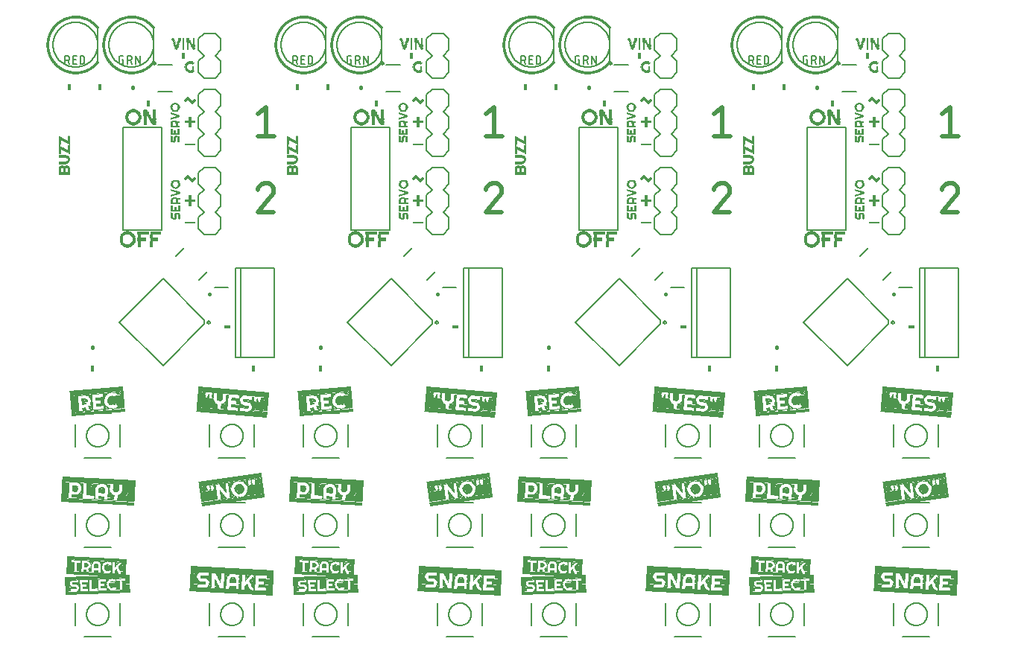
<source format=gto>
G04 EAGLE Gerber RS-274X export*
G75*
%MOMM*%
%FSLAX34Y34*%
%LPD*%
%INSilkscreen Top*%
%IPPOS*%
%AMOC8*
5,1,8,0,0,1.08239X$1,22.5*%
G01*
%ADD10R,1.219200X0.279400*%
%ADD11C,0.127000*%
%ADD12C,0.508000*%
%ADD13C,0.304800*%
%ADD14C,0.381000*%
%ADD15R,0.381000X0.762000*%
%ADD16C,0.203200*%
%ADD17C,0.025400*%
%ADD18C,0.152400*%
%ADD19R,0.762000X0.381000*%
%ADD20R,8.050000X0.080000*%
%ADD21R,8.050000X0.070000*%
%ADD22R,8.050000X0.060000*%
%ADD23R,0.840000X0.070000*%
%ADD24R,0.070000X0.070000*%
%ADD25R,0.210000X0.070000*%
%ADD26R,0.700000X0.070000*%
%ADD27R,0.280000X0.070000*%
%ADD28R,0.420000X0.070000*%
%ADD29R,0.840000X0.060000*%
%ADD30R,0.070000X0.060000*%
%ADD31R,0.210000X0.060000*%
%ADD32R,0.700000X0.060000*%
%ADD33R,0.280000X0.060000*%
%ADD34R,0.350000X0.060000*%
%ADD35R,0.840000X0.080000*%
%ADD36R,0.140000X0.080000*%
%ADD37R,0.210000X0.080000*%
%ADD38R,0.700000X0.080000*%
%ADD39R,0.280000X0.080000*%
%ADD40R,0.070000X0.080000*%
%ADD41R,0.910000X0.070000*%
%ADD42R,0.140000X0.070000*%
%ADD43R,0.910000X0.060000*%
%ADD44R,0.140000X0.060000*%
%ADD45R,0.980000X0.060000*%
%ADD46R,1.190000X0.060000*%
%ADD47R,0.910000X0.080000*%
%ADD48R,0.980000X0.080000*%
%ADD49R,1.260000X0.080000*%
%ADD50R,0.980000X0.070000*%
%ADD51R,1.330000X0.070000*%
%ADD52R,1.820000X0.070000*%
%ADD53R,2.870000X0.070000*%
%ADD54R,0.630000X0.070000*%
%ADD55R,2.800000X0.070000*%
%ADD56R,1.890000X0.070000*%
%ADD57R,0.560000X0.070000*%
%ADD58R,0.490000X0.070000*%
%ADD59R,2.170000X0.070000*%
%ADD60R,0.350000X0.070000*%
%ADD61R,2.030000X0.070000*%
%ADD62R,1.960000X0.070000*%
%ADD63R,1.960000X0.080000*%
%ADD64R,0.420000X0.080000*%
%ADD65R,0.630000X0.080000*%
%ADD66R,1.890000X0.080000*%
%ADD67R,0.770000X0.070000*%
%ADD68R,2.100000X0.070000*%
%ADD69R,2.240000X0.070000*%
%ADD70R,2.380000X0.070000*%
%ADD71R,2.380000X0.060000*%
%ADD72R,0.770000X0.060000*%
%ADD73R,1.890000X0.060000*%
%ADD74R,2.170000X0.060000*%
%ADD75R,7.210000X0.080000*%
%ADD76R,7.210000X0.070000*%
%ADD77R,7.210000X0.060000*%
%ADD78R,4.410000X0.080000*%
%ADD79R,2.660000X0.080000*%
%ADD80R,0.630000X0.060000*%
%ADD81R,0.560000X0.080000*%
%ADD82R,0.490000X0.060000*%
%ADD83R,0.420000X0.060000*%
%ADD84R,0.560000X0.060000*%
%ADD85R,0.350000X0.080000*%
%ADD86R,1.120000X0.070000*%
%ADD87R,1.120000X0.080000*%
%ADD88R,1.820000X0.080000*%
%ADD89R,1.050000X0.070000*%
%ADD90R,2.100000X0.060000*%
%ADD91R,4.410000X0.070000*%
%ADD92R,2.660000X0.070000*%
%ADD93R,9.450000X0.080000*%
%ADD94R,9.450000X0.070000*%
%ADD95R,9.450000X0.060000*%
%ADD96R,0.490000X0.080000*%
%ADD97R,0.770000X0.080000*%
%ADD98R,1.260000X0.060000*%
%ADD99R,1.680000X0.060000*%
%ADD100R,1.330000X0.080000*%
%ADD101R,1.680000X0.080000*%
%ADD102R,1.680000X0.070000*%
%ADD103R,1.260000X0.070000*%
%ADD104R,1.050000X0.080000*%
%ADD105R,1.750000X0.070000*%
%ADD106R,1.400000X0.070000*%
%ADD107R,1.540000X0.070000*%
%ADD108R,1.400000X0.060000*%
%ADD109R,1.050000X0.060000*%
%ADD110R,1.330000X0.060000*%
%ADD111R,1.190000X0.080000*%
%ADD112R,1.470000X0.070000*%
%ADD113R,1.190000X0.070000*%
%ADD114R,0.250000X0.050000*%
%ADD115R,0.300000X0.050000*%
%ADD116R,0.350000X0.050000*%
%ADD117R,0.400000X0.050000*%
%ADD118R,0.450000X0.050000*%
%ADD119R,0.500000X0.050000*%
%ADD120R,0.550000X0.050000*%
%ADD121R,0.250000X0.060000*%
%ADD122R,0.300000X0.060000*%
%ADD123R,0.450000X0.060000*%
%ADD124R,0.700000X0.050000*%
%ADD125R,0.850000X0.050000*%
%ADD126R,0.900000X0.050000*%
%ADD127R,0.150000X0.050000*%
%ADD128R,0.050000X0.050000*%
%ADD129R,0.750000X0.060000*%
%ADD130R,6.090000X0.080000*%
%ADD131R,6.090000X0.070000*%
%ADD132R,6.090000X0.060000*%
%ADD133R,4.690000X0.080000*%
%ADD134R,1.120000X0.060000*%
%ADD135R,4.690000X0.070000*%
%ADD136R,8.330000X0.080000*%
%ADD137R,8.330000X0.070000*%
%ADD138R,8.330000X0.060000*%
%ADD139R,1.470000X0.060000*%
%ADD140R,1.470000X0.080000*%
%ADD141R,1.610000X0.080000*%
%ADD142R,1.960000X0.060000*%
%ADD143R,6.750000X0.050000*%
%ADD144R,4.600000X0.050000*%
%ADD145R,2.050000X0.050000*%
%ADD146R,0.800000X0.050000*%
%ADD147R,0.600000X0.050000*%
%ADD148R,0.200000X0.050000*%
%ADD149R,0.650000X0.050000*%
%ADD150R,0.100000X0.050000*%
%ADD151R,0.750000X0.050000*%
%ADD152R,0.950000X0.050000*%
%ADD153R,0.050000X0.050000*%
%ADD154R,0.900000X0.060000*%
%ADD155R,0.550000X0.060000*%
%ADD156R,0.400000X0.060000*%
%ADD157R,0.200000X0.060000*%
%ADD158R,0.500000X0.060000*%
%ADD159R,0.150000X0.060000*%
%ADD160R,0.950000X0.060000*%
%ADD161R,0.850000X0.060000*%
%ADD162R,6.750000X0.060000*%
%ADD163R,6.750000X0.040000*%
%ADD164R,7.350000X0.050000*%
%ADD165R,5.300000X0.050000*%
%ADD166R,1.950000X0.050000*%
%ADD167R,1.100000X0.050000*%
%ADD168R,1.150000X0.050000*%
%ADD169R,1.200000X0.050000*%
%ADD170R,1.250000X0.050000*%
%ADD171R,1.250000X0.060000*%
%ADD172R,1.300000X0.050000*%
%ADD173R,1.300000X0.060000*%
%ADD174R,0.800000X0.060000*%
%ADD175R,1.100000X0.060000*%
%ADD176R,0.600000X0.060000*%
%ADD177R,0.100000X0.060000*%
%ADD178R,7.350000X0.060000*%
%ADD179R,7.350000X0.040000*%
%ADD180R,0.050000X0.850000*%
%ADD181R,0.050000X0.300000*%
%ADD182R,0.050000X1.000000*%
%ADD183R,0.050000X0.900000*%
%ADD184R,0.050000X0.950000*%
%ADD185R,0.050000X0.250000*%
%ADD186R,0.050000X0.350000*%
%ADD187R,0.060000X1.000000*%
%ADD188R,0.060000X0.300000*%
%ADD189R,0.060000X0.350000*%
%ADD190R,0.050000X0.400000*%
%ADD191R,0.050000X0.750000*%
%ADD192R,0.050000X0.650000*%
%ADD193R,0.060000X0.900000*%
%ADD194R,0.060000X0.550000*%
%ADD195R,0.060000X0.950000*%
%ADD196R,0.050000X0.800000*%
%ADD197R,0.040000X0.080000*%
%ADD198R,0.040000X0.600000*%
%ADD199R,0.040000X0.720000*%
%ADD200R,0.040000X0.560000*%
%ADD201R,0.040000X0.240000*%
%ADD202R,0.040000X0.200000*%
%ADD203R,0.040000X0.400000*%
%ADD204R,0.040000X0.680000*%
%ADD205R,0.040000X0.640000*%
%ADD206R,0.040000X0.760000*%
%ADD207R,0.040000X0.320000*%
%ADD208R,0.040000X0.280000*%
%ADD209R,0.040000X0.440000*%
%ADD210R,0.040000X0.360000*%
%ADD211R,0.040000X0.840000*%
%ADD212R,0.040000X0.120000*%


D10*
X155956Y572389D03*
X155956Y482981D03*
D11*
X13589Y664083D02*
X13589Y672973D01*
X16058Y672973D01*
X16156Y672971D01*
X16254Y672965D01*
X16352Y672955D01*
X16449Y672942D01*
X16546Y672924D01*
X16642Y672903D01*
X16736Y672878D01*
X16830Y672849D01*
X16923Y672817D01*
X17014Y672780D01*
X17104Y672741D01*
X17192Y672697D01*
X17278Y672650D01*
X17363Y672600D01*
X17445Y672547D01*
X17525Y672490D01*
X17603Y672430D01*
X17678Y672367D01*
X17751Y672301D01*
X17821Y672232D01*
X17888Y672161D01*
X17953Y672087D01*
X18014Y672010D01*
X18073Y671931D01*
X18128Y671850D01*
X18180Y671767D01*
X18228Y671681D01*
X18273Y671594D01*
X18315Y671505D01*
X18353Y671415D01*
X18387Y671323D01*
X18418Y671230D01*
X18445Y671135D01*
X18468Y671040D01*
X18488Y670943D01*
X18503Y670847D01*
X18515Y670749D01*
X18523Y670651D01*
X18527Y670553D01*
X18527Y670455D01*
X18523Y670357D01*
X18515Y670259D01*
X18503Y670161D01*
X18488Y670065D01*
X18468Y669968D01*
X18445Y669873D01*
X18418Y669778D01*
X18387Y669685D01*
X18353Y669593D01*
X18315Y669503D01*
X18273Y669414D01*
X18228Y669327D01*
X18180Y669241D01*
X18128Y669158D01*
X18073Y669077D01*
X18014Y668998D01*
X17953Y668921D01*
X17888Y668847D01*
X17821Y668776D01*
X17751Y668707D01*
X17678Y668641D01*
X17603Y668578D01*
X17525Y668518D01*
X17445Y668461D01*
X17363Y668408D01*
X17278Y668358D01*
X17192Y668311D01*
X17104Y668267D01*
X17014Y668228D01*
X16923Y668191D01*
X16830Y668159D01*
X16736Y668130D01*
X16642Y668105D01*
X16546Y668084D01*
X16449Y668066D01*
X16352Y668053D01*
X16254Y668043D01*
X16156Y668037D01*
X16058Y668035D01*
X16058Y668034D02*
X13589Y668034D01*
X16552Y668034D02*
X18528Y664083D01*
X22985Y664083D02*
X26937Y664083D01*
X22985Y664083D02*
X22985Y672973D01*
X26937Y672973D01*
X25949Y669022D02*
X22985Y669022D01*
X30887Y672973D02*
X30887Y664083D01*
X30887Y672973D02*
X33357Y672973D01*
X33454Y672971D01*
X33551Y672965D01*
X33647Y672956D01*
X33743Y672943D01*
X33839Y672926D01*
X33933Y672905D01*
X34027Y672880D01*
X34120Y672852D01*
X34212Y672820D01*
X34302Y672785D01*
X34391Y672746D01*
X34478Y672704D01*
X34563Y672658D01*
X34647Y672609D01*
X34729Y672557D01*
X34808Y672501D01*
X34886Y672443D01*
X34960Y672381D01*
X35033Y672317D01*
X35103Y672250D01*
X35170Y672180D01*
X35234Y672107D01*
X35296Y672033D01*
X35354Y671955D01*
X35410Y671876D01*
X35462Y671794D01*
X35511Y671710D01*
X35557Y671625D01*
X35599Y671538D01*
X35638Y671449D01*
X35673Y671359D01*
X35705Y671267D01*
X35733Y671174D01*
X35758Y671080D01*
X35779Y670986D01*
X35796Y670890D01*
X35809Y670794D01*
X35818Y670698D01*
X35824Y670601D01*
X35826Y670504D01*
X35826Y666552D01*
X35824Y666455D01*
X35818Y666358D01*
X35809Y666262D01*
X35796Y666166D01*
X35779Y666070D01*
X35758Y665976D01*
X35733Y665882D01*
X35705Y665789D01*
X35673Y665697D01*
X35638Y665607D01*
X35599Y665518D01*
X35557Y665431D01*
X35511Y665346D01*
X35462Y665262D01*
X35410Y665180D01*
X35354Y665101D01*
X35296Y665023D01*
X35234Y664949D01*
X35170Y664876D01*
X35103Y664806D01*
X35033Y664739D01*
X34960Y664675D01*
X34886Y664613D01*
X34808Y664555D01*
X34729Y664499D01*
X34647Y664447D01*
X34563Y664398D01*
X34478Y664352D01*
X34391Y664310D01*
X34302Y664271D01*
X34212Y664236D01*
X34120Y664204D01*
X34027Y664176D01*
X33933Y664151D01*
X33839Y664130D01*
X33743Y664113D01*
X33647Y664100D01*
X33551Y664091D01*
X33454Y664085D01*
X33357Y664083D01*
X30887Y664083D01*
X78260Y669022D02*
X79742Y669022D01*
X79742Y664083D01*
X76779Y664083D01*
X76693Y664085D01*
X76607Y664091D01*
X76521Y664100D01*
X76436Y664113D01*
X76351Y664130D01*
X76268Y664150D01*
X76185Y664174D01*
X76103Y664202D01*
X76023Y664233D01*
X75944Y664268D01*
X75867Y664306D01*
X75791Y664348D01*
X75717Y664392D01*
X75646Y664440D01*
X75576Y664491D01*
X75509Y664545D01*
X75444Y664602D01*
X75382Y664662D01*
X75322Y664724D01*
X75265Y664789D01*
X75211Y664856D01*
X75160Y664926D01*
X75112Y664997D01*
X75068Y665071D01*
X75026Y665147D01*
X74988Y665224D01*
X74953Y665303D01*
X74922Y665383D01*
X74894Y665465D01*
X74870Y665548D01*
X74850Y665631D01*
X74833Y665716D01*
X74820Y665801D01*
X74811Y665887D01*
X74805Y665973D01*
X74803Y666059D01*
X74803Y670997D01*
X74805Y671086D01*
X74811Y671174D01*
X74821Y671262D01*
X74835Y671350D01*
X74853Y671437D01*
X74874Y671523D01*
X74900Y671608D01*
X74929Y671691D01*
X74962Y671774D01*
X74999Y671854D01*
X75039Y671933D01*
X75083Y672010D01*
X75130Y672086D01*
X75180Y672158D01*
X75234Y672229D01*
X75291Y672297D01*
X75351Y672363D01*
X75413Y672425D01*
X75479Y672485D01*
X75547Y672542D01*
X75618Y672596D01*
X75690Y672646D01*
X75765Y672693D01*
X75843Y672737D01*
X75922Y672777D01*
X76002Y672814D01*
X76085Y672847D01*
X76168Y672876D01*
X76253Y672902D01*
X76339Y672923D01*
X76426Y672941D01*
X76514Y672955D01*
X76602Y672965D01*
X76690Y672971D01*
X76779Y672973D01*
X79742Y672973D01*
X84632Y672973D02*
X84632Y664083D01*
X84632Y672973D02*
X87101Y672973D01*
X87199Y672971D01*
X87297Y672965D01*
X87395Y672955D01*
X87492Y672942D01*
X87589Y672924D01*
X87685Y672903D01*
X87779Y672878D01*
X87873Y672849D01*
X87966Y672817D01*
X88057Y672780D01*
X88147Y672741D01*
X88235Y672697D01*
X88321Y672650D01*
X88406Y672600D01*
X88488Y672547D01*
X88568Y672490D01*
X88646Y672430D01*
X88721Y672367D01*
X88794Y672301D01*
X88864Y672232D01*
X88931Y672161D01*
X88996Y672087D01*
X89057Y672010D01*
X89116Y671931D01*
X89171Y671850D01*
X89223Y671767D01*
X89271Y671681D01*
X89316Y671594D01*
X89358Y671505D01*
X89396Y671415D01*
X89430Y671323D01*
X89461Y671230D01*
X89488Y671135D01*
X89511Y671040D01*
X89531Y670943D01*
X89546Y670847D01*
X89558Y670749D01*
X89566Y670651D01*
X89570Y670553D01*
X89570Y670455D01*
X89566Y670357D01*
X89558Y670259D01*
X89546Y670161D01*
X89531Y670065D01*
X89511Y669968D01*
X89488Y669873D01*
X89461Y669778D01*
X89430Y669685D01*
X89396Y669593D01*
X89358Y669503D01*
X89316Y669414D01*
X89271Y669327D01*
X89223Y669241D01*
X89171Y669158D01*
X89116Y669077D01*
X89057Y668998D01*
X88996Y668921D01*
X88931Y668847D01*
X88864Y668776D01*
X88794Y668707D01*
X88721Y668641D01*
X88646Y668578D01*
X88568Y668518D01*
X88488Y668461D01*
X88406Y668408D01*
X88321Y668358D01*
X88235Y668311D01*
X88147Y668267D01*
X88057Y668228D01*
X87966Y668191D01*
X87873Y668159D01*
X87779Y668130D01*
X87685Y668105D01*
X87589Y668084D01*
X87492Y668066D01*
X87395Y668053D01*
X87297Y668043D01*
X87199Y668037D01*
X87101Y668035D01*
X87101Y668034D02*
X84632Y668034D01*
X87595Y668034D02*
X89571Y664083D01*
X94005Y664083D02*
X94005Y672973D01*
X98944Y664083D01*
X98944Y672973D01*
D12*
X232636Y607342D02*
X241808Y614680D01*
X241808Y581660D01*
X232636Y581660D02*
X250980Y581660D01*
X242471Y528320D02*
X242670Y528318D01*
X242870Y528310D01*
X243069Y528298D01*
X243268Y528281D01*
X243466Y528260D01*
X243664Y528233D01*
X243861Y528202D01*
X244057Y528166D01*
X244252Y528126D01*
X244447Y528080D01*
X244640Y528030D01*
X244831Y527975D01*
X245022Y527916D01*
X245211Y527852D01*
X245398Y527784D01*
X245584Y527711D01*
X245768Y527633D01*
X245950Y527551D01*
X246130Y527465D01*
X246307Y527374D01*
X246483Y527280D01*
X246656Y527181D01*
X246827Y527077D01*
X246995Y526970D01*
X247160Y526859D01*
X247323Y526743D01*
X247483Y526624D01*
X247640Y526501D01*
X247794Y526374D01*
X247945Y526244D01*
X248093Y526110D01*
X248237Y525972D01*
X248378Y525831D01*
X248516Y525687D01*
X248650Y525539D01*
X248780Y525388D01*
X248907Y525234D01*
X249030Y525077D01*
X249149Y524917D01*
X249265Y524754D01*
X249376Y524589D01*
X249483Y524421D01*
X249587Y524250D01*
X249686Y524077D01*
X249780Y523901D01*
X249871Y523724D01*
X249957Y523544D01*
X250039Y523362D01*
X250117Y523178D01*
X250190Y522992D01*
X250258Y522805D01*
X250322Y522616D01*
X250381Y522425D01*
X250436Y522234D01*
X250486Y522041D01*
X250532Y521846D01*
X250572Y521651D01*
X250608Y521455D01*
X250639Y521258D01*
X250666Y521060D01*
X250687Y520862D01*
X250704Y520663D01*
X250716Y520464D01*
X250724Y520264D01*
X250726Y520065D01*
X242471Y528320D02*
X242215Y528317D01*
X241958Y528308D01*
X241702Y528292D01*
X241447Y528270D01*
X241192Y528243D01*
X240938Y528209D01*
X240684Y528168D01*
X240432Y528122D01*
X240181Y528070D01*
X239931Y528011D01*
X239683Y527947D01*
X239436Y527877D01*
X239191Y527800D01*
X238949Y527718D01*
X238708Y527630D01*
X238469Y527536D01*
X238233Y527436D01*
X237999Y527331D01*
X237768Y527220D01*
X237539Y527103D01*
X237314Y526981D01*
X237091Y526854D01*
X236872Y526721D01*
X236655Y526583D01*
X236443Y526440D01*
X236233Y526292D01*
X236028Y526138D01*
X235826Y525980D01*
X235628Y525817D01*
X235434Y525649D01*
X235244Y525477D01*
X235059Y525300D01*
X234878Y525118D01*
X234701Y524932D01*
X234529Y524742D01*
X234361Y524548D01*
X234198Y524350D01*
X234040Y524148D01*
X233887Y523942D01*
X233739Y523733D01*
X233596Y523520D01*
X233458Y523304D01*
X233326Y523084D01*
X233198Y522861D01*
X233077Y522636D01*
X232960Y522407D01*
X232850Y522176D01*
X232745Y521942D01*
X232645Y521705D01*
X232552Y521466D01*
X232464Y521225D01*
X232382Y520982D01*
X247974Y513645D02*
X248130Y513797D01*
X248282Y513952D01*
X248430Y514112D01*
X248574Y514275D01*
X248714Y514441D01*
X248850Y514611D01*
X248982Y514784D01*
X249109Y514961D01*
X249232Y515140D01*
X249351Y515323D01*
X249465Y515508D01*
X249575Y515696D01*
X249680Y515886D01*
X249780Y516079D01*
X249875Y516275D01*
X249966Y516473D01*
X250051Y516673D01*
X250132Y516875D01*
X250208Y517079D01*
X250279Y517284D01*
X250344Y517492D01*
X250405Y517701D01*
X250460Y517911D01*
X250511Y518123D01*
X250556Y518336D01*
X250596Y518550D01*
X250630Y518764D01*
X250659Y518980D01*
X250683Y519196D01*
X250702Y519413D01*
X250715Y519630D01*
X250723Y519847D01*
X250726Y520065D01*
X247975Y513644D02*
X232382Y495300D01*
X250726Y495300D01*
D13*
X150597Y622173D02*
X153314Y624916D01*
X158064Y619557D01*
X160985Y622427D01*
X153467Y536092D02*
X150647Y533248D01*
X153467Y536092D02*
X158293Y530606D01*
X160934Y533629D01*
D10*
X415036Y572389D03*
X415036Y482981D03*
D11*
X272669Y664083D02*
X272669Y672973D01*
X275138Y672973D01*
X275236Y672971D01*
X275334Y672965D01*
X275432Y672955D01*
X275529Y672942D01*
X275626Y672924D01*
X275722Y672903D01*
X275816Y672878D01*
X275910Y672849D01*
X276003Y672817D01*
X276094Y672780D01*
X276184Y672741D01*
X276272Y672697D01*
X276358Y672650D01*
X276443Y672600D01*
X276525Y672547D01*
X276605Y672490D01*
X276683Y672430D01*
X276758Y672367D01*
X276831Y672301D01*
X276901Y672232D01*
X276968Y672161D01*
X277033Y672087D01*
X277094Y672010D01*
X277153Y671931D01*
X277208Y671850D01*
X277260Y671767D01*
X277308Y671681D01*
X277353Y671594D01*
X277395Y671505D01*
X277433Y671415D01*
X277467Y671323D01*
X277498Y671230D01*
X277525Y671135D01*
X277548Y671040D01*
X277568Y670943D01*
X277583Y670847D01*
X277595Y670749D01*
X277603Y670651D01*
X277607Y670553D01*
X277607Y670455D01*
X277603Y670357D01*
X277595Y670259D01*
X277583Y670161D01*
X277568Y670065D01*
X277548Y669968D01*
X277525Y669873D01*
X277498Y669778D01*
X277467Y669685D01*
X277433Y669593D01*
X277395Y669503D01*
X277353Y669414D01*
X277308Y669327D01*
X277260Y669241D01*
X277208Y669158D01*
X277153Y669077D01*
X277094Y668998D01*
X277033Y668921D01*
X276968Y668847D01*
X276901Y668776D01*
X276831Y668707D01*
X276758Y668641D01*
X276683Y668578D01*
X276605Y668518D01*
X276525Y668461D01*
X276443Y668408D01*
X276358Y668358D01*
X276272Y668311D01*
X276184Y668267D01*
X276094Y668228D01*
X276003Y668191D01*
X275910Y668159D01*
X275816Y668130D01*
X275722Y668105D01*
X275626Y668084D01*
X275529Y668066D01*
X275432Y668053D01*
X275334Y668043D01*
X275236Y668037D01*
X275138Y668035D01*
X275138Y668034D02*
X272669Y668034D01*
X275632Y668034D02*
X277608Y664083D01*
X282065Y664083D02*
X286017Y664083D01*
X282065Y664083D02*
X282065Y672973D01*
X286017Y672973D01*
X285029Y669022D02*
X282065Y669022D01*
X289967Y672973D02*
X289967Y664083D01*
X289967Y672973D02*
X292437Y672973D01*
X292534Y672971D01*
X292631Y672965D01*
X292727Y672956D01*
X292823Y672943D01*
X292919Y672926D01*
X293013Y672905D01*
X293107Y672880D01*
X293200Y672852D01*
X293292Y672820D01*
X293382Y672785D01*
X293471Y672746D01*
X293558Y672704D01*
X293643Y672658D01*
X293727Y672609D01*
X293809Y672557D01*
X293888Y672501D01*
X293966Y672443D01*
X294040Y672381D01*
X294113Y672317D01*
X294183Y672250D01*
X294250Y672180D01*
X294314Y672107D01*
X294376Y672033D01*
X294434Y671955D01*
X294490Y671876D01*
X294542Y671794D01*
X294591Y671710D01*
X294637Y671625D01*
X294679Y671538D01*
X294718Y671449D01*
X294753Y671359D01*
X294785Y671267D01*
X294813Y671174D01*
X294838Y671080D01*
X294859Y670986D01*
X294876Y670890D01*
X294889Y670794D01*
X294898Y670698D01*
X294904Y670601D01*
X294906Y670504D01*
X294906Y666552D01*
X294904Y666455D01*
X294898Y666358D01*
X294889Y666262D01*
X294876Y666166D01*
X294859Y666070D01*
X294838Y665976D01*
X294813Y665882D01*
X294785Y665789D01*
X294753Y665697D01*
X294718Y665607D01*
X294679Y665518D01*
X294637Y665431D01*
X294591Y665346D01*
X294542Y665262D01*
X294490Y665180D01*
X294434Y665101D01*
X294376Y665023D01*
X294314Y664949D01*
X294250Y664876D01*
X294183Y664806D01*
X294113Y664739D01*
X294040Y664675D01*
X293966Y664613D01*
X293888Y664555D01*
X293809Y664499D01*
X293727Y664447D01*
X293643Y664398D01*
X293558Y664352D01*
X293471Y664310D01*
X293382Y664271D01*
X293292Y664236D01*
X293200Y664204D01*
X293107Y664176D01*
X293013Y664151D01*
X292919Y664130D01*
X292823Y664113D01*
X292727Y664100D01*
X292631Y664091D01*
X292534Y664085D01*
X292437Y664083D01*
X289967Y664083D01*
X337340Y669022D02*
X338822Y669022D01*
X338822Y664083D01*
X335859Y664083D01*
X335773Y664085D01*
X335687Y664091D01*
X335601Y664100D01*
X335516Y664113D01*
X335431Y664130D01*
X335348Y664150D01*
X335265Y664174D01*
X335183Y664202D01*
X335103Y664233D01*
X335024Y664268D01*
X334947Y664306D01*
X334871Y664348D01*
X334797Y664392D01*
X334726Y664440D01*
X334656Y664491D01*
X334589Y664545D01*
X334524Y664602D01*
X334462Y664662D01*
X334402Y664724D01*
X334345Y664789D01*
X334291Y664856D01*
X334240Y664926D01*
X334192Y664997D01*
X334148Y665071D01*
X334106Y665147D01*
X334068Y665224D01*
X334033Y665303D01*
X334002Y665383D01*
X333974Y665465D01*
X333950Y665548D01*
X333930Y665631D01*
X333913Y665716D01*
X333900Y665801D01*
X333891Y665887D01*
X333885Y665973D01*
X333883Y666059D01*
X333883Y670997D01*
X333885Y671086D01*
X333891Y671174D01*
X333901Y671262D01*
X333915Y671350D01*
X333933Y671437D01*
X333954Y671523D01*
X333980Y671608D01*
X334009Y671691D01*
X334042Y671774D01*
X334079Y671854D01*
X334119Y671933D01*
X334163Y672010D01*
X334210Y672086D01*
X334260Y672158D01*
X334314Y672229D01*
X334371Y672297D01*
X334431Y672363D01*
X334493Y672425D01*
X334559Y672485D01*
X334627Y672542D01*
X334698Y672596D01*
X334770Y672646D01*
X334845Y672693D01*
X334923Y672737D01*
X335002Y672777D01*
X335082Y672814D01*
X335165Y672847D01*
X335248Y672876D01*
X335333Y672902D01*
X335419Y672923D01*
X335506Y672941D01*
X335594Y672955D01*
X335682Y672965D01*
X335770Y672971D01*
X335859Y672973D01*
X338822Y672973D01*
X343712Y672973D02*
X343712Y664083D01*
X343712Y672973D02*
X346181Y672973D01*
X346279Y672971D01*
X346377Y672965D01*
X346475Y672955D01*
X346572Y672942D01*
X346669Y672924D01*
X346765Y672903D01*
X346859Y672878D01*
X346953Y672849D01*
X347046Y672817D01*
X347137Y672780D01*
X347227Y672741D01*
X347315Y672697D01*
X347401Y672650D01*
X347486Y672600D01*
X347568Y672547D01*
X347648Y672490D01*
X347726Y672430D01*
X347801Y672367D01*
X347874Y672301D01*
X347944Y672232D01*
X348011Y672161D01*
X348076Y672087D01*
X348137Y672010D01*
X348196Y671931D01*
X348251Y671850D01*
X348303Y671767D01*
X348351Y671681D01*
X348396Y671594D01*
X348438Y671505D01*
X348476Y671415D01*
X348510Y671323D01*
X348541Y671230D01*
X348568Y671135D01*
X348591Y671040D01*
X348611Y670943D01*
X348626Y670847D01*
X348638Y670749D01*
X348646Y670651D01*
X348650Y670553D01*
X348650Y670455D01*
X348646Y670357D01*
X348638Y670259D01*
X348626Y670161D01*
X348611Y670065D01*
X348591Y669968D01*
X348568Y669873D01*
X348541Y669778D01*
X348510Y669685D01*
X348476Y669593D01*
X348438Y669503D01*
X348396Y669414D01*
X348351Y669327D01*
X348303Y669241D01*
X348251Y669158D01*
X348196Y669077D01*
X348137Y668998D01*
X348076Y668921D01*
X348011Y668847D01*
X347944Y668776D01*
X347874Y668707D01*
X347801Y668641D01*
X347726Y668578D01*
X347648Y668518D01*
X347568Y668461D01*
X347486Y668408D01*
X347401Y668358D01*
X347315Y668311D01*
X347227Y668267D01*
X347137Y668228D01*
X347046Y668191D01*
X346953Y668159D01*
X346859Y668130D01*
X346765Y668105D01*
X346669Y668084D01*
X346572Y668066D01*
X346475Y668053D01*
X346377Y668043D01*
X346279Y668037D01*
X346181Y668035D01*
X346181Y668034D02*
X343712Y668034D01*
X346675Y668034D02*
X348651Y664083D01*
X353085Y664083D02*
X353085Y672973D01*
X358024Y664083D01*
X358024Y672973D01*
D12*
X491716Y607342D02*
X500888Y614680D01*
X500888Y581660D01*
X491716Y581660D02*
X510060Y581660D01*
X501551Y528320D02*
X501750Y528318D01*
X501950Y528310D01*
X502149Y528298D01*
X502348Y528281D01*
X502546Y528260D01*
X502744Y528233D01*
X502941Y528202D01*
X503137Y528166D01*
X503332Y528126D01*
X503527Y528080D01*
X503720Y528030D01*
X503911Y527975D01*
X504102Y527916D01*
X504291Y527852D01*
X504478Y527784D01*
X504664Y527711D01*
X504848Y527633D01*
X505030Y527551D01*
X505210Y527465D01*
X505387Y527374D01*
X505563Y527280D01*
X505736Y527181D01*
X505907Y527077D01*
X506075Y526970D01*
X506240Y526859D01*
X506403Y526743D01*
X506563Y526624D01*
X506720Y526501D01*
X506874Y526374D01*
X507025Y526244D01*
X507173Y526110D01*
X507317Y525972D01*
X507458Y525831D01*
X507596Y525687D01*
X507730Y525539D01*
X507860Y525388D01*
X507987Y525234D01*
X508110Y525077D01*
X508229Y524917D01*
X508345Y524754D01*
X508456Y524589D01*
X508563Y524421D01*
X508667Y524250D01*
X508766Y524077D01*
X508860Y523901D01*
X508951Y523724D01*
X509037Y523544D01*
X509119Y523362D01*
X509197Y523178D01*
X509270Y522992D01*
X509338Y522805D01*
X509402Y522616D01*
X509461Y522425D01*
X509516Y522234D01*
X509566Y522041D01*
X509612Y521846D01*
X509652Y521651D01*
X509688Y521455D01*
X509719Y521258D01*
X509746Y521060D01*
X509767Y520862D01*
X509784Y520663D01*
X509796Y520464D01*
X509804Y520264D01*
X509806Y520065D01*
X501551Y528320D02*
X501295Y528317D01*
X501038Y528308D01*
X500782Y528292D01*
X500527Y528270D01*
X500272Y528243D01*
X500018Y528209D01*
X499764Y528168D01*
X499512Y528122D01*
X499261Y528070D01*
X499011Y528011D01*
X498763Y527947D01*
X498516Y527877D01*
X498271Y527800D01*
X498029Y527718D01*
X497788Y527630D01*
X497549Y527536D01*
X497313Y527436D01*
X497079Y527331D01*
X496848Y527220D01*
X496619Y527103D01*
X496394Y526981D01*
X496171Y526854D01*
X495952Y526721D01*
X495735Y526583D01*
X495523Y526440D01*
X495313Y526292D01*
X495108Y526138D01*
X494906Y525980D01*
X494708Y525817D01*
X494514Y525649D01*
X494324Y525477D01*
X494139Y525300D01*
X493958Y525118D01*
X493781Y524932D01*
X493609Y524742D01*
X493441Y524548D01*
X493278Y524350D01*
X493120Y524148D01*
X492967Y523942D01*
X492819Y523733D01*
X492676Y523520D01*
X492538Y523304D01*
X492406Y523084D01*
X492278Y522861D01*
X492157Y522636D01*
X492040Y522407D01*
X491930Y522176D01*
X491825Y521942D01*
X491725Y521705D01*
X491632Y521466D01*
X491544Y521225D01*
X491462Y520982D01*
X507054Y513645D02*
X507210Y513797D01*
X507362Y513952D01*
X507510Y514112D01*
X507654Y514275D01*
X507794Y514441D01*
X507930Y514611D01*
X508062Y514784D01*
X508189Y514961D01*
X508312Y515140D01*
X508431Y515323D01*
X508545Y515508D01*
X508655Y515696D01*
X508760Y515886D01*
X508860Y516079D01*
X508955Y516275D01*
X509046Y516473D01*
X509131Y516673D01*
X509212Y516875D01*
X509288Y517079D01*
X509359Y517284D01*
X509424Y517492D01*
X509485Y517701D01*
X509540Y517911D01*
X509591Y518123D01*
X509636Y518336D01*
X509676Y518550D01*
X509710Y518764D01*
X509739Y518980D01*
X509763Y519196D01*
X509782Y519413D01*
X509795Y519630D01*
X509803Y519847D01*
X509806Y520065D01*
X507055Y513644D02*
X491462Y495300D01*
X509806Y495300D01*
D13*
X409677Y622173D02*
X412394Y624916D01*
X417144Y619557D01*
X420065Y622427D01*
X412547Y536092D02*
X409727Y533248D01*
X412547Y536092D02*
X417373Y530606D01*
X420014Y533629D01*
D10*
X674116Y572389D03*
X674116Y482981D03*
D11*
X531749Y664083D02*
X531749Y672973D01*
X534218Y672973D01*
X534316Y672971D01*
X534414Y672965D01*
X534512Y672955D01*
X534609Y672942D01*
X534706Y672924D01*
X534802Y672903D01*
X534896Y672878D01*
X534990Y672849D01*
X535083Y672817D01*
X535174Y672780D01*
X535264Y672741D01*
X535352Y672697D01*
X535438Y672650D01*
X535523Y672600D01*
X535605Y672547D01*
X535685Y672490D01*
X535763Y672430D01*
X535838Y672367D01*
X535911Y672301D01*
X535981Y672232D01*
X536048Y672161D01*
X536113Y672087D01*
X536174Y672010D01*
X536233Y671931D01*
X536288Y671850D01*
X536340Y671767D01*
X536388Y671681D01*
X536433Y671594D01*
X536475Y671505D01*
X536513Y671415D01*
X536547Y671323D01*
X536578Y671230D01*
X536605Y671135D01*
X536628Y671040D01*
X536648Y670943D01*
X536663Y670847D01*
X536675Y670749D01*
X536683Y670651D01*
X536687Y670553D01*
X536687Y670455D01*
X536683Y670357D01*
X536675Y670259D01*
X536663Y670161D01*
X536648Y670065D01*
X536628Y669968D01*
X536605Y669873D01*
X536578Y669778D01*
X536547Y669685D01*
X536513Y669593D01*
X536475Y669503D01*
X536433Y669414D01*
X536388Y669327D01*
X536340Y669241D01*
X536288Y669158D01*
X536233Y669077D01*
X536174Y668998D01*
X536113Y668921D01*
X536048Y668847D01*
X535981Y668776D01*
X535911Y668707D01*
X535838Y668641D01*
X535763Y668578D01*
X535685Y668518D01*
X535605Y668461D01*
X535523Y668408D01*
X535438Y668358D01*
X535352Y668311D01*
X535264Y668267D01*
X535174Y668228D01*
X535083Y668191D01*
X534990Y668159D01*
X534896Y668130D01*
X534802Y668105D01*
X534706Y668084D01*
X534609Y668066D01*
X534512Y668053D01*
X534414Y668043D01*
X534316Y668037D01*
X534218Y668035D01*
X534218Y668034D02*
X531749Y668034D01*
X534712Y668034D02*
X536688Y664083D01*
X541145Y664083D02*
X545097Y664083D01*
X541145Y664083D02*
X541145Y672973D01*
X545097Y672973D01*
X544109Y669022D02*
X541145Y669022D01*
X549047Y672973D02*
X549047Y664083D01*
X549047Y672973D02*
X551517Y672973D01*
X551614Y672971D01*
X551711Y672965D01*
X551807Y672956D01*
X551903Y672943D01*
X551999Y672926D01*
X552093Y672905D01*
X552187Y672880D01*
X552280Y672852D01*
X552372Y672820D01*
X552462Y672785D01*
X552551Y672746D01*
X552638Y672704D01*
X552723Y672658D01*
X552807Y672609D01*
X552889Y672557D01*
X552968Y672501D01*
X553046Y672443D01*
X553120Y672381D01*
X553193Y672317D01*
X553263Y672250D01*
X553330Y672180D01*
X553394Y672107D01*
X553456Y672033D01*
X553514Y671955D01*
X553570Y671876D01*
X553622Y671794D01*
X553671Y671710D01*
X553717Y671625D01*
X553759Y671538D01*
X553798Y671449D01*
X553833Y671359D01*
X553865Y671267D01*
X553893Y671174D01*
X553918Y671080D01*
X553939Y670986D01*
X553956Y670890D01*
X553969Y670794D01*
X553978Y670698D01*
X553984Y670601D01*
X553986Y670504D01*
X553986Y666552D01*
X553984Y666455D01*
X553978Y666358D01*
X553969Y666262D01*
X553956Y666166D01*
X553939Y666070D01*
X553918Y665976D01*
X553893Y665882D01*
X553865Y665789D01*
X553833Y665697D01*
X553798Y665607D01*
X553759Y665518D01*
X553717Y665431D01*
X553671Y665346D01*
X553622Y665262D01*
X553570Y665180D01*
X553514Y665101D01*
X553456Y665023D01*
X553394Y664949D01*
X553330Y664876D01*
X553263Y664806D01*
X553193Y664739D01*
X553120Y664675D01*
X553046Y664613D01*
X552968Y664555D01*
X552889Y664499D01*
X552807Y664447D01*
X552723Y664398D01*
X552638Y664352D01*
X552551Y664310D01*
X552462Y664271D01*
X552372Y664236D01*
X552280Y664204D01*
X552187Y664176D01*
X552093Y664151D01*
X551999Y664130D01*
X551903Y664113D01*
X551807Y664100D01*
X551711Y664091D01*
X551614Y664085D01*
X551517Y664083D01*
X549047Y664083D01*
X596420Y669022D02*
X597902Y669022D01*
X597902Y664083D01*
X594939Y664083D01*
X594853Y664085D01*
X594767Y664091D01*
X594681Y664100D01*
X594596Y664113D01*
X594511Y664130D01*
X594428Y664150D01*
X594345Y664174D01*
X594263Y664202D01*
X594183Y664233D01*
X594104Y664268D01*
X594027Y664306D01*
X593951Y664348D01*
X593877Y664392D01*
X593806Y664440D01*
X593736Y664491D01*
X593669Y664545D01*
X593604Y664602D01*
X593542Y664662D01*
X593482Y664724D01*
X593425Y664789D01*
X593371Y664856D01*
X593320Y664926D01*
X593272Y664997D01*
X593228Y665071D01*
X593186Y665147D01*
X593148Y665224D01*
X593113Y665303D01*
X593082Y665383D01*
X593054Y665465D01*
X593030Y665548D01*
X593010Y665631D01*
X592993Y665716D01*
X592980Y665801D01*
X592971Y665887D01*
X592965Y665973D01*
X592963Y666059D01*
X592963Y670997D01*
X592965Y671086D01*
X592971Y671174D01*
X592981Y671262D01*
X592995Y671350D01*
X593013Y671437D01*
X593034Y671523D01*
X593060Y671608D01*
X593089Y671691D01*
X593122Y671774D01*
X593159Y671854D01*
X593199Y671933D01*
X593243Y672010D01*
X593290Y672086D01*
X593340Y672158D01*
X593394Y672229D01*
X593451Y672297D01*
X593511Y672363D01*
X593573Y672425D01*
X593639Y672485D01*
X593707Y672542D01*
X593778Y672596D01*
X593850Y672646D01*
X593925Y672693D01*
X594003Y672737D01*
X594082Y672777D01*
X594162Y672814D01*
X594245Y672847D01*
X594328Y672876D01*
X594413Y672902D01*
X594499Y672923D01*
X594586Y672941D01*
X594674Y672955D01*
X594762Y672965D01*
X594850Y672971D01*
X594939Y672973D01*
X597902Y672973D01*
X602792Y672973D02*
X602792Y664083D01*
X602792Y672973D02*
X605261Y672973D01*
X605359Y672971D01*
X605457Y672965D01*
X605555Y672955D01*
X605652Y672942D01*
X605749Y672924D01*
X605845Y672903D01*
X605939Y672878D01*
X606033Y672849D01*
X606126Y672817D01*
X606217Y672780D01*
X606307Y672741D01*
X606395Y672697D01*
X606481Y672650D01*
X606566Y672600D01*
X606648Y672547D01*
X606728Y672490D01*
X606806Y672430D01*
X606881Y672367D01*
X606954Y672301D01*
X607024Y672232D01*
X607091Y672161D01*
X607156Y672087D01*
X607217Y672010D01*
X607276Y671931D01*
X607331Y671850D01*
X607383Y671767D01*
X607431Y671681D01*
X607476Y671594D01*
X607518Y671505D01*
X607556Y671415D01*
X607590Y671323D01*
X607621Y671230D01*
X607648Y671135D01*
X607671Y671040D01*
X607691Y670943D01*
X607706Y670847D01*
X607718Y670749D01*
X607726Y670651D01*
X607730Y670553D01*
X607730Y670455D01*
X607726Y670357D01*
X607718Y670259D01*
X607706Y670161D01*
X607691Y670065D01*
X607671Y669968D01*
X607648Y669873D01*
X607621Y669778D01*
X607590Y669685D01*
X607556Y669593D01*
X607518Y669503D01*
X607476Y669414D01*
X607431Y669327D01*
X607383Y669241D01*
X607331Y669158D01*
X607276Y669077D01*
X607217Y668998D01*
X607156Y668921D01*
X607091Y668847D01*
X607024Y668776D01*
X606954Y668707D01*
X606881Y668641D01*
X606806Y668578D01*
X606728Y668518D01*
X606648Y668461D01*
X606566Y668408D01*
X606481Y668358D01*
X606395Y668311D01*
X606307Y668267D01*
X606217Y668228D01*
X606126Y668191D01*
X606033Y668159D01*
X605939Y668130D01*
X605845Y668105D01*
X605749Y668084D01*
X605652Y668066D01*
X605555Y668053D01*
X605457Y668043D01*
X605359Y668037D01*
X605261Y668035D01*
X605261Y668034D02*
X602792Y668034D01*
X605755Y668034D02*
X607731Y664083D01*
X612165Y664083D02*
X612165Y672973D01*
X617104Y664083D01*
X617104Y672973D01*
D12*
X750796Y607342D02*
X759968Y614680D01*
X759968Y581660D01*
X750796Y581660D02*
X769140Y581660D01*
X760631Y528320D02*
X760830Y528318D01*
X761030Y528310D01*
X761229Y528298D01*
X761428Y528281D01*
X761626Y528260D01*
X761824Y528233D01*
X762021Y528202D01*
X762217Y528166D01*
X762412Y528126D01*
X762607Y528080D01*
X762800Y528030D01*
X762991Y527975D01*
X763182Y527916D01*
X763371Y527852D01*
X763558Y527784D01*
X763744Y527711D01*
X763928Y527633D01*
X764110Y527551D01*
X764290Y527465D01*
X764467Y527374D01*
X764643Y527280D01*
X764816Y527181D01*
X764987Y527077D01*
X765155Y526970D01*
X765320Y526859D01*
X765483Y526743D01*
X765643Y526624D01*
X765800Y526501D01*
X765954Y526374D01*
X766105Y526244D01*
X766253Y526110D01*
X766397Y525972D01*
X766538Y525831D01*
X766676Y525687D01*
X766810Y525539D01*
X766940Y525388D01*
X767067Y525234D01*
X767190Y525077D01*
X767309Y524917D01*
X767425Y524754D01*
X767536Y524589D01*
X767643Y524421D01*
X767747Y524250D01*
X767846Y524077D01*
X767940Y523901D01*
X768031Y523724D01*
X768117Y523544D01*
X768199Y523362D01*
X768277Y523178D01*
X768350Y522992D01*
X768418Y522805D01*
X768482Y522616D01*
X768541Y522425D01*
X768596Y522234D01*
X768646Y522041D01*
X768692Y521846D01*
X768732Y521651D01*
X768768Y521455D01*
X768799Y521258D01*
X768826Y521060D01*
X768847Y520862D01*
X768864Y520663D01*
X768876Y520464D01*
X768884Y520264D01*
X768886Y520065D01*
X760631Y528320D02*
X760375Y528317D01*
X760118Y528308D01*
X759862Y528292D01*
X759607Y528270D01*
X759352Y528243D01*
X759098Y528209D01*
X758844Y528168D01*
X758592Y528122D01*
X758341Y528070D01*
X758091Y528011D01*
X757843Y527947D01*
X757596Y527877D01*
X757351Y527800D01*
X757109Y527718D01*
X756868Y527630D01*
X756629Y527536D01*
X756393Y527436D01*
X756159Y527331D01*
X755928Y527220D01*
X755699Y527103D01*
X755474Y526981D01*
X755251Y526854D01*
X755032Y526721D01*
X754815Y526583D01*
X754603Y526440D01*
X754393Y526292D01*
X754188Y526138D01*
X753986Y525980D01*
X753788Y525817D01*
X753594Y525649D01*
X753404Y525477D01*
X753219Y525300D01*
X753038Y525118D01*
X752861Y524932D01*
X752689Y524742D01*
X752521Y524548D01*
X752358Y524350D01*
X752200Y524148D01*
X752047Y523942D01*
X751899Y523733D01*
X751756Y523520D01*
X751618Y523304D01*
X751486Y523084D01*
X751358Y522861D01*
X751237Y522636D01*
X751120Y522407D01*
X751010Y522176D01*
X750905Y521942D01*
X750805Y521705D01*
X750712Y521466D01*
X750624Y521225D01*
X750542Y520982D01*
X766134Y513645D02*
X766290Y513797D01*
X766442Y513952D01*
X766590Y514112D01*
X766734Y514275D01*
X766874Y514441D01*
X767010Y514611D01*
X767142Y514784D01*
X767269Y514961D01*
X767392Y515140D01*
X767511Y515323D01*
X767625Y515508D01*
X767735Y515696D01*
X767840Y515886D01*
X767940Y516079D01*
X768035Y516275D01*
X768126Y516473D01*
X768211Y516673D01*
X768292Y516875D01*
X768368Y517079D01*
X768439Y517284D01*
X768504Y517492D01*
X768565Y517701D01*
X768620Y517911D01*
X768671Y518123D01*
X768716Y518336D01*
X768756Y518550D01*
X768790Y518764D01*
X768819Y518980D01*
X768843Y519196D01*
X768862Y519413D01*
X768875Y519630D01*
X768883Y519847D01*
X768886Y520065D01*
X766135Y513644D02*
X750542Y495300D01*
X768886Y495300D01*
D13*
X668757Y622173D02*
X671474Y624916D01*
X676224Y619557D01*
X679145Y622427D01*
X671627Y536092D02*
X668807Y533248D01*
X671627Y536092D02*
X676453Y530606D01*
X679094Y533629D01*
D10*
X933196Y572389D03*
X933196Y482981D03*
D11*
X790829Y664083D02*
X790829Y672973D01*
X793298Y672973D01*
X793396Y672971D01*
X793494Y672965D01*
X793592Y672955D01*
X793689Y672942D01*
X793786Y672924D01*
X793882Y672903D01*
X793976Y672878D01*
X794070Y672849D01*
X794163Y672817D01*
X794254Y672780D01*
X794344Y672741D01*
X794432Y672697D01*
X794518Y672650D01*
X794603Y672600D01*
X794685Y672547D01*
X794765Y672490D01*
X794843Y672430D01*
X794918Y672367D01*
X794991Y672301D01*
X795061Y672232D01*
X795128Y672161D01*
X795193Y672087D01*
X795254Y672010D01*
X795313Y671931D01*
X795368Y671850D01*
X795420Y671767D01*
X795468Y671681D01*
X795513Y671594D01*
X795555Y671505D01*
X795593Y671415D01*
X795627Y671323D01*
X795658Y671230D01*
X795685Y671135D01*
X795708Y671040D01*
X795728Y670943D01*
X795743Y670847D01*
X795755Y670749D01*
X795763Y670651D01*
X795767Y670553D01*
X795767Y670455D01*
X795763Y670357D01*
X795755Y670259D01*
X795743Y670161D01*
X795728Y670065D01*
X795708Y669968D01*
X795685Y669873D01*
X795658Y669778D01*
X795627Y669685D01*
X795593Y669593D01*
X795555Y669503D01*
X795513Y669414D01*
X795468Y669327D01*
X795420Y669241D01*
X795368Y669158D01*
X795313Y669077D01*
X795254Y668998D01*
X795193Y668921D01*
X795128Y668847D01*
X795061Y668776D01*
X794991Y668707D01*
X794918Y668641D01*
X794843Y668578D01*
X794765Y668518D01*
X794685Y668461D01*
X794603Y668408D01*
X794518Y668358D01*
X794432Y668311D01*
X794344Y668267D01*
X794254Y668228D01*
X794163Y668191D01*
X794070Y668159D01*
X793976Y668130D01*
X793882Y668105D01*
X793786Y668084D01*
X793689Y668066D01*
X793592Y668053D01*
X793494Y668043D01*
X793396Y668037D01*
X793298Y668035D01*
X793298Y668034D02*
X790829Y668034D01*
X793792Y668034D02*
X795768Y664083D01*
X800225Y664083D02*
X804177Y664083D01*
X800225Y664083D02*
X800225Y672973D01*
X804177Y672973D01*
X803189Y669022D02*
X800225Y669022D01*
X808127Y672973D02*
X808127Y664083D01*
X808127Y672973D02*
X810597Y672973D01*
X810694Y672971D01*
X810791Y672965D01*
X810887Y672956D01*
X810983Y672943D01*
X811079Y672926D01*
X811173Y672905D01*
X811267Y672880D01*
X811360Y672852D01*
X811452Y672820D01*
X811542Y672785D01*
X811631Y672746D01*
X811718Y672704D01*
X811803Y672658D01*
X811887Y672609D01*
X811969Y672557D01*
X812048Y672501D01*
X812126Y672443D01*
X812200Y672381D01*
X812273Y672317D01*
X812343Y672250D01*
X812410Y672180D01*
X812474Y672107D01*
X812536Y672033D01*
X812594Y671955D01*
X812650Y671876D01*
X812702Y671794D01*
X812751Y671710D01*
X812797Y671625D01*
X812839Y671538D01*
X812878Y671449D01*
X812913Y671359D01*
X812945Y671267D01*
X812973Y671174D01*
X812998Y671080D01*
X813019Y670986D01*
X813036Y670890D01*
X813049Y670794D01*
X813058Y670698D01*
X813064Y670601D01*
X813066Y670504D01*
X813066Y666552D01*
X813064Y666455D01*
X813058Y666358D01*
X813049Y666262D01*
X813036Y666166D01*
X813019Y666070D01*
X812998Y665976D01*
X812973Y665882D01*
X812945Y665789D01*
X812913Y665697D01*
X812878Y665607D01*
X812839Y665518D01*
X812797Y665431D01*
X812751Y665346D01*
X812702Y665262D01*
X812650Y665180D01*
X812594Y665101D01*
X812536Y665023D01*
X812474Y664949D01*
X812410Y664876D01*
X812343Y664806D01*
X812273Y664739D01*
X812200Y664675D01*
X812126Y664613D01*
X812048Y664555D01*
X811969Y664499D01*
X811887Y664447D01*
X811803Y664398D01*
X811718Y664352D01*
X811631Y664310D01*
X811542Y664271D01*
X811452Y664236D01*
X811360Y664204D01*
X811267Y664176D01*
X811173Y664151D01*
X811079Y664130D01*
X810983Y664113D01*
X810887Y664100D01*
X810791Y664091D01*
X810694Y664085D01*
X810597Y664083D01*
X808127Y664083D01*
X855500Y669022D02*
X856982Y669022D01*
X856982Y664083D01*
X854019Y664083D01*
X853933Y664085D01*
X853847Y664091D01*
X853761Y664100D01*
X853676Y664113D01*
X853591Y664130D01*
X853508Y664150D01*
X853425Y664174D01*
X853343Y664202D01*
X853263Y664233D01*
X853184Y664268D01*
X853107Y664306D01*
X853031Y664348D01*
X852957Y664392D01*
X852886Y664440D01*
X852816Y664491D01*
X852749Y664545D01*
X852684Y664602D01*
X852622Y664662D01*
X852562Y664724D01*
X852505Y664789D01*
X852451Y664856D01*
X852400Y664926D01*
X852352Y664997D01*
X852308Y665071D01*
X852266Y665147D01*
X852228Y665224D01*
X852193Y665303D01*
X852162Y665383D01*
X852134Y665465D01*
X852110Y665548D01*
X852090Y665631D01*
X852073Y665716D01*
X852060Y665801D01*
X852051Y665887D01*
X852045Y665973D01*
X852043Y666059D01*
X852043Y670997D01*
X852045Y671086D01*
X852051Y671174D01*
X852061Y671262D01*
X852075Y671350D01*
X852093Y671437D01*
X852114Y671523D01*
X852140Y671608D01*
X852169Y671691D01*
X852202Y671774D01*
X852239Y671854D01*
X852279Y671933D01*
X852323Y672010D01*
X852370Y672086D01*
X852420Y672158D01*
X852474Y672229D01*
X852531Y672297D01*
X852591Y672363D01*
X852653Y672425D01*
X852719Y672485D01*
X852787Y672542D01*
X852858Y672596D01*
X852930Y672646D01*
X853005Y672693D01*
X853083Y672737D01*
X853162Y672777D01*
X853242Y672814D01*
X853325Y672847D01*
X853408Y672876D01*
X853493Y672902D01*
X853579Y672923D01*
X853666Y672941D01*
X853754Y672955D01*
X853842Y672965D01*
X853930Y672971D01*
X854019Y672973D01*
X856982Y672973D01*
X861872Y672973D02*
X861872Y664083D01*
X861872Y672973D02*
X864341Y672973D01*
X864439Y672971D01*
X864537Y672965D01*
X864635Y672955D01*
X864732Y672942D01*
X864829Y672924D01*
X864925Y672903D01*
X865019Y672878D01*
X865113Y672849D01*
X865206Y672817D01*
X865297Y672780D01*
X865387Y672741D01*
X865475Y672697D01*
X865561Y672650D01*
X865646Y672600D01*
X865728Y672547D01*
X865808Y672490D01*
X865886Y672430D01*
X865961Y672367D01*
X866034Y672301D01*
X866104Y672232D01*
X866171Y672161D01*
X866236Y672087D01*
X866297Y672010D01*
X866356Y671931D01*
X866411Y671850D01*
X866463Y671767D01*
X866511Y671681D01*
X866556Y671594D01*
X866598Y671505D01*
X866636Y671415D01*
X866670Y671323D01*
X866701Y671230D01*
X866728Y671135D01*
X866751Y671040D01*
X866771Y670943D01*
X866786Y670847D01*
X866798Y670749D01*
X866806Y670651D01*
X866810Y670553D01*
X866810Y670455D01*
X866806Y670357D01*
X866798Y670259D01*
X866786Y670161D01*
X866771Y670065D01*
X866751Y669968D01*
X866728Y669873D01*
X866701Y669778D01*
X866670Y669685D01*
X866636Y669593D01*
X866598Y669503D01*
X866556Y669414D01*
X866511Y669327D01*
X866463Y669241D01*
X866411Y669158D01*
X866356Y669077D01*
X866297Y668998D01*
X866236Y668921D01*
X866171Y668847D01*
X866104Y668776D01*
X866034Y668707D01*
X865961Y668641D01*
X865886Y668578D01*
X865808Y668518D01*
X865728Y668461D01*
X865646Y668408D01*
X865561Y668358D01*
X865475Y668311D01*
X865387Y668267D01*
X865297Y668228D01*
X865206Y668191D01*
X865113Y668159D01*
X865019Y668130D01*
X864925Y668105D01*
X864829Y668084D01*
X864732Y668066D01*
X864635Y668053D01*
X864537Y668043D01*
X864439Y668037D01*
X864341Y668035D01*
X864341Y668034D02*
X861872Y668034D01*
X864835Y668034D02*
X866811Y664083D01*
X871245Y664083D02*
X871245Y672973D01*
X876184Y664083D01*
X876184Y672973D01*
D12*
X1009876Y607342D02*
X1019048Y614680D01*
X1019048Y581660D01*
X1009876Y581660D02*
X1028220Y581660D01*
X1019711Y528320D02*
X1019910Y528318D01*
X1020110Y528310D01*
X1020309Y528298D01*
X1020508Y528281D01*
X1020706Y528260D01*
X1020904Y528233D01*
X1021101Y528202D01*
X1021297Y528166D01*
X1021492Y528126D01*
X1021687Y528080D01*
X1021880Y528030D01*
X1022071Y527975D01*
X1022262Y527916D01*
X1022451Y527852D01*
X1022638Y527784D01*
X1022824Y527711D01*
X1023008Y527633D01*
X1023190Y527551D01*
X1023370Y527465D01*
X1023547Y527374D01*
X1023723Y527280D01*
X1023896Y527181D01*
X1024067Y527077D01*
X1024235Y526970D01*
X1024400Y526859D01*
X1024563Y526743D01*
X1024723Y526624D01*
X1024880Y526501D01*
X1025034Y526374D01*
X1025185Y526244D01*
X1025333Y526110D01*
X1025477Y525972D01*
X1025618Y525831D01*
X1025756Y525687D01*
X1025890Y525539D01*
X1026020Y525388D01*
X1026147Y525234D01*
X1026270Y525077D01*
X1026389Y524917D01*
X1026505Y524754D01*
X1026616Y524589D01*
X1026723Y524421D01*
X1026827Y524250D01*
X1026926Y524077D01*
X1027020Y523901D01*
X1027111Y523724D01*
X1027197Y523544D01*
X1027279Y523362D01*
X1027357Y523178D01*
X1027430Y522992D01*
X1027498Y522805D01*
X1027562Y522616D01*
X1027621Y522425D01*
X1027676Y522234D01*
X1027726Y522041D01*
X1027772Y521846D01*
X1027812Y521651D01*
X1027848Y521455D01*
X1027879Y521258D01*
X1027906Y521060D01*
X1027927Y520862D01*
X1027944Y520663D01*
X1027956Y520464D01*
X1027964Y520264D01*
X1027966Y520065D01*
X1019711Y528320D02*
X1019455Y528317D01*
X1019198Y528308D01*
X1018942Y528292D01*
X1018687Y528270D01*
X1018432Y528243D01*
X1018178Y528209D01*
X1017924Y528168D01*
X1017672Y528122D01*
X1017421Y528070D01*
X1017171Y528011D01*
X1016923Y527947D01*
X1016676Y527877D01*
X1016431Y527800D01*
X1016189Y527718D01*
X1015948Y527630D01*
X1015709Y527536D01*
X1015473Y527436D01*
X1015239Y527331D01*
X1015008Y527220D01*
X1014779Y527103D01*
X1014554Y526981D01*
X1014331Y526854D01*
X1014112Y526721D01*
X1013895Y526583D01*
X1013683Y526440D01*
X1013473Y526292D01*
X1013268Y526138D01*
X1013066Y525980D01*
X1012868Y525817D01*
X1012674Y525649D01*
X1012484Y525477D01*
X1012299Y525300D01*
X1012118Y525118D01*
X1011941Y524932D01*
X1011769Y524742D01*
X1011601Y524548D01*
X1011438Y524350D01*
X1011280Y524148D01*
X1011127Y523942D01*
X1010979Y523733D01*
X1010836Y523520D01*
X1010698Y523304D01*
X1010566Y523084D01*
X1010438Y522861D01*
X1010317Y522636D01*
X1010200Y522407D01*
X1010090Y522176D01*
X1009985Y521942D01*
X1009885Y521705D01*
X1009792Y521466D01*
X1009704Y521225D01*
X1009622Y520982D01*
X1025214Y513645D02*
X1025370Y513797D01*
X1025522Y513952D01*
X1025670Y514112D01*
X1025814Y514275D01*
X1025954Y514441D01*
X1026090Y514611D01*
X1026222Y514784D01*
X1026349Y514961D01*
X1026472Y515140D01*
X1026591Y515323D01*
X1026705Y515508D01*
X1026815Y515696D01*
X1026920Y515886D01*
X1027020Y516079D01*
X1027115Y516275D01*
X1027206Y516473D01*
X1027291Y516673D01*
X1027372Y516875D01*
X1027448Y517079D01*
X1027519Y517284D01*
X1027584Y517492D01*
X1027645Y517701D01*
X1027700Y517911D01*
X1027751Y518123D01*
X1027796Y518336D01*
X1027836Y518550D01*
X1027870Y518764D01*
X1027899Y518980D01*
X1027923Y519196D01*
X1027942Y519413D01*
X1027955Y519630D01*
X1027963Y519847D01*
X1027966Y520065D01*
X1025215Y513644D02*
X1009622Y495300D01*
X1027966Y495300D01*
D13*
X927837Y622173D02*
X930554Y624916D01*
X935304Y619557D01*
X938225Y622427D01*
X930707Y536092D02*
X927887Y533248D01*
X930707Y536092D02*
X935533Y530606D01*
X938174Y533629D01*
D14*
X90119Y637007D02*
X90119Y637565D01*
D15*
X44450Y317500D03*
D14*
X177602Y401866D02*
X177998Y402262D01*
D15*
X18694Y637515D03*
D16*
X175099Y427658D02*
X165907Y418466D01*
X139391Y444981D02*
X148584Y454174D01*
D14*
X44450Y341909D02*
X44450Y341351D01*
D16*
X75418Y370314D02*
X124986Y320746D01*
X75418Y370314D02*
X124986Y419882D01*
X172044Y372824D01*
X172044Y367804D02*
X124986Y320746D01*
X172044Y367804D02*
X172044Y372824D01*
X175368Y370134D02*
X175370Y370212D01*
X175376Y370289D01*
X175386Y370367D01*
X175400Y370443D01*
X175417Y370519D01*
X175439Y370594D01*
X175464Y370667D01*
X175493Y370740D01*
X175526Y370810D01*
X175563Y370879D01*
X175602Y370946D01*
X175645Y371011D01*
X175692Y371073D01*
X175741Y371133D01*
X175794Y371191D01*
X175849Y371245D01*
X175907Y371297D01*
X175968Y371346D01*
X176031Y371392D01*
X176097Y371434D01*
X176164Y371473D01*
X176233Y371508D01*
X176304Y371540D01*
X176377Y371568D01*
X176451Y371593D01*
X176526Y371613D01*
X176602Y371630D01*
X176679Y371643D01*
X176756Y371652D01*
X176834Y371657D01*
X176911Y371658D01*
X176989Y371655D01*
X177067Y371648D01*
X177144Y371637D01*
X177220Y371622D01*
X177296Y371604D01*
X177370Y371581D01*
X177444Y371555D01*
X177515Y371525D01*
X177586Y371491D01*
X177654Y371454D01*
X177720Y371413D01*
X177785Y371369D01*
X177847Y371322D01*
X177906Y371272D01*
X177963Y371218D01*
X178017Y371162D01*
X178068Y371104D01*
X178116Y371042D01*
X178161Y370979D01*
X178202Y370913D01*
X178240Y370845D01*
X178275Y370775D01*
X178306Y370704D01*
X178333Y370631D01*
X178356Y370557D01*
X178376Y370481D01*
X178392Y370405D01*
X178404Y370328D01*
X178412Y370251D01*
X178416Y370173D01*
X178416Y370095D01*
X178412Y370017D01*
X178404Y369940D01*
X178392Y369863D01*
X178376Y369787D01*
X178356Y369711D01*
X178333Y369637D01*
X178306Y369564D01*
X178275Y369493D01*
X178240Y369423D01*
X178202Y369355D01*
X178161Y369289D01*
X178116Y369226D01*
X178068Y369164D01*
X178017Y369106D01*
X177963Y369050D01*
X177906Y368996D01*
X177847Y368946D01*
X177785Y368899D01*
X177720Y368855D01*
X177654Y368814D01*
X177586Y368777D01*
X177515Y368743D01*
X177444Y368713D01*
X177370Y368687D01*
X177296Y368664D01*
X177220Y368646D01*
X177144Y368631D01*
X177067Y368620D01*
X176989Y368613D01*
X176911Y368610D01*
X176834Y368611D01*
X176756Y368616D01*
X176679Y368625D01*
X176602Y368638D01*
X176526Y368655D01*
X176451Y368675D01*
X176377Y368700D01*
X176304Y368728D01*
X176233Y368760D01*
X176164Y368795D01*
X176097Y368834D01*
X176031Y368876D01*
X175968Y368922D01*
X175907Y368971D01*
X175849Y369023D01*
X175794Y369077D01*
X175741Y369135D01*
X175692Y369195D01*
X175645Y369257D01*
X175602Y369322D01*
X175563Y369389D01*
X175526Y369458D01*
X175493Y369528D01*
X175464Y369601D01*
X175439Y369674D01*
X175417Y369749D01*
X175400Y369825D01*
X175386Y369901D01*
X175376Y369979D01*
X175370Y370056D01*
X175368Y370134D01*
X165100Y654050D02*
X165100Y666750D01*
X171450Y673100D01*
X184150Y673100D02*
X190500Y666750D01*
X171450Y673100D02*
X165100Y679450D01*
X165100Y692150D01*
X171450Y698500D01*
X184150Y698500D02*
X190500Y692150D01*
X190500Y679450D01*
X184150Y673100D01*
X184150Y647700D02*
X171450Y647700D01*
X165100Y654050D01*
X184150Y647700D02*
X190500Y654050D01*
X190500Y666750D01*
X184150Y698500D02*
X171450Y698500D01*
X184150Y584200D02*
X190500Y577850D01*
X190500Y565150D01*
X184150Y558800D01*
X171450Y558800D02*
X165100Y565150D01*
X165100Y577850D01*
X171450Y584200D01*
X190500Y615950D02*
X190500Y628650D01*
X190500Y615950D02*
X184150Y609600D01*
X171450Y609600D02*
X165100Y615950D01*
X184150Y609600D02*
X190500Y603250D01*
X190500Y590550D01*
X184150Y584200D01*
X171450Y584200D02*
X165100Y590550D01*
X165100Y603250D01*
X171450Y609600D01*
X171450Y635000D02*
X184150Y635000D01*
X190500Y628650D01*
X171450Y635000D02*
X165100Y628650D01*
X165100Y615950D01*
X171450Y558800D02*
X184150Y558800D01*
X183896Y409702D02*
X199136Y409702D01*
X76200Y253700D02*
X76200Y228600D01*
X66200Y215900D02*
X35400Y215900D01*
X25400Y228900D02*
X25400Y253700D01*
X35400Y266700D02*
X66200Y266700D01*
X38100Y241300D02*
X38104Y241612D01*
X38115Y241923D01*
X38134Y242234D01*
X38161Y242545D01*
X38196Y242855D01*
X38237Y243163D01*
X38287Y243471D01*
X38344Y243778D01*
X38409Y244083D01*
X38481Y244386D01*
X38560Y244687D01*
X38647Y244987D01*
X38741Y245284D01*
X38842Y245579D01*
X38951Y245871D01*
X39067Y246160D01*
X39190Y246447D01*
X39319Y246730D01*
X39456Y247010D01*
X39600Y247287D01*
X39750Y247560D01*
X39907Y247829D01*
X40070Y248094D01*
X40240Y248356D01*
X40417Y248613D01*
X40599Y248865D01*
X40788Y249113D01*
X40983Y249357D01*
X41183Y249595D01*
X41390Y249829D01*
X41602Y250057D01*
X41820Y250280D01*
X42043Y250498D01*
X42271Y250710D01*
X42505Y250917D01*
X42743Y251117D01*
X42987Y251312D01*
X43235Y251501D01*
X43487Y251683D01*
X43744Y251860D01*
X44006Y252030D01*
X44271Y252193D01*
X44540Y252350D01*
X44813Y252500D01*
X45090Y252644D01*
X45370Y252781D01*
X45653Y252910D01*
X45940Y253033D01*
X46229Y253149D01*
X46521Y253258D01*
X46816Y253359D01*
X47113Y253453D01*
X47413Y253540D01*
X47714Y253619D01*
X48017Y253691D01*
X48322Y253756D01*
X48629Y253813D01*
X48937Y253863D01*
X49245Y253904D01*
X49555Y253939D01*
X49866Y253966D01*
X50177Y253985D01*
X50488Y253996D01*
X50800Y254000D01*
X51112Y253996D01*
X51423Y253985D01*
X51734Y253966D01*
X52045Y253939D01*
X52355Y253904D01*
X52663Y253863D01*
X52971Y253813D01*
X53278Y253756D01*
X53583Y253691D01*
X53886Y253619D01*
X54187Y253540D01*
X54487Y253453D01*
X54784Y253359D01*
X55079Y253258D01*
X55371Y253149D01*
X55660Y253033D01*
X55947Y252910D01*
X56230Y252781D01*
X56510Y252644D01*
X56787Y252500D01*
X57060Y252350D01*
X57329Y252193D01*
X57594Y252030D01*
X57856Y251860D01*
X58113Y251683D01*
X58365Y251501D01*
X58613Y251312D01*
X58857Y251117D01*
X59095Y250917D01*
X59329Y250710D01*
X59557Y250498D01*
X59780Y250280D01*
X59998Y250057D01*
X60210Y249829D01*
X60417Y249595D01*
X60617Y249357D01*
X60812Y249113D01*
X61001Y248865D01*
X61183Y248613D01*
X61360Y248356D01*
X61530Y248094D01*
X61693Y247829D01*
X61850Y247560D01*
X62000Y247287D01*
X62144Y247010D01*
X62281Y246730D01*
X62410Y246447D01*
X62533Y246160D01*
X62649Y245871D01*
X62758Y245579D01*
X62859Y245284D01*
X62953Y244987D01*
X63040Y244687D01*
X63119Y244386D01*
X63191Y244083D01*
X63256Y243778D01*
X63313Y243471D01*
X63363Y243163D01*
X63404Y242855D01*
X63439Y242545D01*
X63466Y242234D01*
X63485Y241923D01*
X63496Y241612D01*
X63500Y241300D01*
X63496Y240988D01*
X63485Y240677D01*
X63466Y240366D01*
X63439Y240055D01*
X63404Y239745D01*
X63363Y239437D01*
X63313Y239129D01*
X63256Y238822D01*
X63191Y238517D01*
X63119Y238214D01*
X63040Y237913D01*
X62953Y237613D01*
X62859Y237316D01*
X62758Y237021D01*
X62649Y236729D01*
X62533Y236440D01*
X62410Y236153D01*
X62281Y235870D01*
X62144Y235590D01*
X62000Y235313D01*
X61850Y235040D01*
X61693Y234771D01*
X61530Y234506D01*
X61360Y234244D01*
X61183Y233987D01*
X61001Y233735D01*
X60812Y233487D01*
X60617Y233243D01*
X60417Y233005D01*
X60210Y232771D01*
X59998Y232543D01*
X59780Y232320D01*
X59557Y232102D01*
X59329Y231890D01*
X59095Y231683D01*
X58857Y231483D01*
X58613Y231288D01*
X58365Y231099D01*
X58113Y230917D01*
X57856Y230740D01*
X57594Y230570D01*
X57329Y230407D01*
X57060Y230250D01*
X56787Y230100D01*
X56510Y229956D01*
X56230Y229819D01*
X55947Y229690D01*
X55660Y229567D01*
X55371Y229451D01*
X55079Y229342D01*
X54784Y229241D01*
X54487Y229147D01*
X54187Y229060D01*
X53886Y228981D01*
X53583Y228909D01*
X53278Y228844D01*
X52971Y228787D01*
X52663Y228737D01*
X52355Y228696D01*
X52045Y228661D01*
X51734Y228634D01*
X51423Y228615D01*
X51112Y228604D01*
X50800Y228600D01*
X50488Y228604D01*
X50177Y228615D01*
X49866Y228634D01*
X49555Y228661D01*
X49245Y228696D01*
X48937Y228737D01*
X48629Y228787D01*
X48322Y228844D01*
X48017Y228909D01*
X47714Y228981D01*
X47413Y229060D01*
X47113Y229147D01*
X46816Y229241D01*
X46521Y229342D01*
X46229Y229451D01*
X45940Y229567D01*
X45653Y229690D01*
X45370Y229819D01*
X45090Y229956D01*
X44813Y230100D01*
X44540Y230250D01*
X44271Y230407D01*
X44006Y230570D01*
X43744Y230740D01*
X43487Y230917D01*
X43235Y231099D01*
X42987Y231288D01*
X42743Y231483D01*
X42505Y231683D01*
X42271Y231890D01*
X42043Y232102D01*
X41820Y232320D01*
X41602Y232543D01*
X41390Y232771D01*
X41183Y233005D01*
X40983Y233243D01*
X40788Y233487D01*
X40599Y233735D01*
X40417Y233987D01*
X40240Y234244D01*
X40070Y234506D01*
X39907Y234771D01*
X39750Y235040D01*
X39600Y235313D01*
X39456Y235590D01*
X39319Y235870D01*
X39190Y236153D01*
X39067Y236440D01*
X38951Y236729D01*
X38842Y237021D01*
X38741Y237316D01*
X38647Y237613D01*
X38560Y237913D01*
X38481Y238214D01*
X38409Y238517D01*
X38344Y238822D01*
X38287Y239129D01*
X38237Y239437D01*
X38196Y239745D01*
X38161Y240055D01*
X38134Y240366D01*
X38115Y240677D01*
X38104Y240988D01*
X38100Y241300D01*
X76200Y152100D02*
X76200Y127000D01*
X66200Y114300D02*
X35400Y114300D01*
X25400Y127300D02*
X25400Y152100D01*
X35400Y165100D02*
X66200Y165100D01*
X38100Y139700D02*
X38104Y140012D01*
X38115Y140323D01*
X38134Y140634D01*
X38161Y140945D01*
X38196Y141255D01*
X38237Y141563D01*
X38287Y141871D01*
X38344Y142178D01*
X38409Y142483D01*
X38481Y142786D01*
X38560Y143087D01*
X38647Y143387D01*
X38741Y143684D01*
X38842Y143979D01*
X38951Y144271D01*
X39067Y144560D01*
X39190Y144847D01*
X39319Y145130D01*
X39456Y145410D01*
X39600Y145687D01*
X39750Y145960D01*
X39907Y146229D01*
X40070Y146494D01*
X40240Y146756D01*
X40417Y147013D01*
X40599Y147265D01*
X40788Y147513D01*
X40983Y147757D01*
X41183Y147995D01*
X41390Y148229D01*
X41602Y148457D01*
X41820Y148680D01*
X42043Y148898D01*
X42271Y149110D01*
X42505Y149317D01*
X42743Y149517D01*
X42987Y149712D01*
X43235Y149901D01*
X43487Y150083D01*
X43744Y150260D01*
X44006Y150430D01*
X44271Y150593D01*
X44540Y150750D01*
X44813Y150900D01*
X45090Y151044D01*
X45370Y151181D01*
X45653Y151310D01*
X45940Y151433D01*
X46229Y151549D01*
X46521Y151658D01*
X46816Y151759D01*
X47113Y151853D01*
X47413Y151940D01*
X47714Y152019D01*
X48017Y152091D01*
X48322Y152156D01*
X48629Y152213D01*
X48937Y152263D01*
X49245Y152304D01*
X49555Y152339D01*
X49866Y152366D01*
X50177Y152385D01*
X50488Y152396D01*
X50800Y152400D01*
X51112Y152396D01*
X51423Y152385D01*
X51734Y152366D01*
X52045Y152339D01*
X52355Y152304D01*
X52663Y152263D01*
X52971Y152213D01*
X53278Y152156D01*
X53583Y152091D01*
X53886Y152019D01*
X54187Y151940D01*
X54487Y151853D01*
X54784Y151759D01*
X55079Y151658D01*
X55371Y151549D01*
X55660Y151433D01*
X55947Y151310D01*
X56230Y151181D01*
X56510Y151044D01*
X56787Y150900D01*
X57060Y150750D01*
X57329Y150593D01*
X57594Y150430D01*
X57856Y150260D01*
X58113Y150083D01*
X58365Y149901D01*
X58613Y149712D01*
X58857Y149517D01*
X59095Y149317D01*
X59329Y149110D01*
X59557Y148898D01*
X59780Y148680D01*
X59998Y148457D01*
X60210Y148229D01*
X60417Y147995D01*
X60617Y147757D01*
X60812Y147513D01*
X61001Y147265D01*
X61183Y147013D01*
X61360Y146756D01*
X61530Y146494D01*
X61693Y146229D01*
X61850Y145960D01*
X62000Y145687D01*
X62144Y145410D01*
X62281Y145130D01*
X62410Y144847D01*
X62533Y144560D01*
X62649Y144271D01*
X62758Y143979D01*
X62859Y143684D01*
X62953Y143387D01*
X63040Y143087D01*
X63119Y142786D01*
X63191Y142483D01*
X63256Y142178D01*
X63313Y141871D01*
X63363Y141563D01*
X63404Y141255D01*
X63439Y140945D01*
X63466Y140634D01*
X63485Y140323D01*
X63496Y140012D01*
X63500Y139700D01*
X63496Y139388D01*
X63485Y139077D01*
X63466Y138766D01*
X63439Y138455D01*
X63404Y138145D01*
X63363Y137837D01*
X63313Y137529D01*
X63256Y137222D01*
X63191Y136917D01*
X63119Y136614D01*
X63040Y136313D01*
X62953Y136013D01*
X62859Y135716D01*
X62758Y135421D01*
X62649Y135129D01*
X62533Y134840D01*
X62410Y134553D01*
X62281Y134270D01*
X62144Y133990D01*
X62000Y133713D01*
X61850Y133440D01*
X61693Y133171D01*
X61530Y132906D01*
X61360Y132644D01*
X61183Y132387D01*
X61001Y132135D01*
X60812Y131887D01*
X60617Y131643D01*
X60417Y131405D01*
X60210Y131171D01*
X59998Y130943D01*
X59780Y130720D01*
X59557Y130502D01*
X59329Y130290D01*
X59095Y130083D01*
X58857Y129883D01*
X58613Y129688D01*
X58365Y129499D01*
X58113Y129317D01*
X57856Y129140D01*
X57594Y128970D01*
X57329Y128807D01*
X57060Y128650D01*
X56787Y128500D01*
X56510Y128356D01*
X56230Y128219D01*
X55947Y128090D01*
X55660Y127967D01*
X55371Y127851D01*
X55079Y127742D01*
X54784Y127641D01*
X54487Y127547D01*
X54187Y127460D01*
X53886Y127381D01*
X53583Y127309D01*
X53278Y127244D01*
X52971Y127187D01*
X52663Y127137D01*
X52355Y127096D01*
X52045Y127061D01*
X51734Y127034D01*
X51423Y127015D01*
X51112Y127004D01*
X50800Y127000D01*
X50488Y127004D01*
X50177Y127015D01*
X49866Y127034D01*
X49555Y127061D01*
X49245Y127096D01*
X48937Y127137D01*
X48629Y127187D01*
X48322Y127244D01*
X48017Y127309D01*
X47714Y127381D01*
X47413Y127460D01*
X47113Y127547D01*
X46816Y127641D01*
X46521Y127742D01*
X46229Y127851D01*
X45940Y127967D01*
X45653Y128090D01*
X45370Y128219D01*
X45090Y128356D01*
X44813Y128500D01*
X44540Y128650D01*
X44271Y128807D01*
X44006Y128970D01*
X43744Y129140D01*
X43487Y129317D01*
X43235Y129499D01*
X42987Y129688D01*
X42743Y129883D01*
X42505Y130083D01*
X42271Y130290D01*
X42043Y130502D01*
X41820Y130720D01*
X41602Y130943D01*
X41390Y131171D01*
X41183Y131405D01*
X40983Y131643D01*
X40788Y131887D01*
X40599Y132135D01*
X40417Y132387D01*
X40240Y132644D01*
X40070Y132906D01*
X39907Y133171D01*
X39750Y133440D01*
X39600Y133713D01*
X39456Y133990D01*
X39319Y134270D01*
X39190Y134553D01*
X39067Y134840D01*
X38951Y135129D01*
X38842Y135421D01*
X38741Y135716D01*
X38647Y136013D01*
X38560Y136313D01*
X38481Y136614D01*
X38409Y136917D01*
X38344Y137222D01*
X38287Y137529D01*
X38237Y137837D01*
X38196Y138145D01*
X38161Y138455D01*
X38134Y138766D01*
X38115Y139077D01*
X38104Y139388D01*
X38100Y139700D01*
X76200Y50500D02*
X76200Y25400D01*
X66200Y12700D02*
X35400Y12700D01*
X25400Y25700D02*
X25400Y50500D01*
X35400Y63500D02*
X66200Y63500D01*
X38100Y38100D02*
X38104Y38412D01*
X38115Y38723D01*
X38134Y39034D01*
X38161Y39345D01*
X38196Y39655D01*
X38237Y39963D01*
X38287Y40271D01*
X38344Y40578D01*
X38409Y40883D01*
X38481Y41186D01*
X38560Y41487D01*
X38647Y41787D01*
X38741Y42084D01*
X38842Y42379D01*
X38951Y42671D01*
X39067Y42960D01*
X39190Y43247D01*
X39319Y43530D01*
X39456Y43810D01*
X39600Y44087D01*
X39750Y44360D01*
X39907Y44629D01*
X40070Y44894D01*
X40240Y45156D01*
X40417Y45413D01*
X40599Y45665D01*
X40788Y45913D01*
X40983Y46157D01*
X41183Y46395D01*
X41390Y46629D01*
X41602Y46857D01*
X41820Y47080D01*
X42043Y47298D01*
X42271Y47510D01*
X42505Y47717D01*
X42743Y47917D01*
X42987Y48112D01*
X43235Y48301D01*
X43487Y48483D01*
X43744Y48660D01*
X44006Y48830D01*
X44271Y48993D01*
X44540Y49150D01*
X44813Y49300D01*
X45090Y49444D01*
X45370Y49581D01*
X45653Y49710D01*
X45940Y49833D01*
X46229Y49949D01*
X46521Y50058D01*
X46816Y50159D01*
X47113Y50253D01*
X47413Y50340D01*
X47714Y50419D01*
X48017Y50491D01*
X48322Y50556D01*
X48629Y50613D01*
X48937Y50663D01*
X49245Y50704D01*
X49555Y50739D01*
X49866Y50766D01*
X50177Y50785D01*
X50488Y50796D01*
X50800Y50800D01*
X51112Y50796D01*
X51423Y50785D01*
X51734Y50766D01*
X52045Y50739D01*
X52355Y50704D01*
X52663Y50663D01*
X52971Y50613D01*
X53278Y50556D01*
X53583Y50491D01*
X53886Y50419D01*
X54187Y50340D01*
X54487Y50253D01*
X54784Y50159D01*
X55079Y50058D01*
X55371Y49949D01*
X55660Y49833D01*
X55947Y49710D01*
X56230Y49581D01*
X56510Y49444D01*
X56787Y49300D01*
X57060Y49150D01*
X57329Y48993D01*
X57594Y48830D01*
X57856Y48660D01*
X58113Y48483D01*
X58365Y48301D01*
X58613Y48112D01*
X58857Y47917D01*
X59095Y47717D01*
X59329Y47510D01*
X59557Y47298D01*
X59780Y47080D01*
X59998Y46857D01*
X60210Y46629D01*
X60417Y46395D01*
X60617Y46157D01*
X60812Y45913D01*
X61001Y45665D01*
X61183Y45413D01*
X61360Y45156D01*
X61530Y44894D01*
X61693Y44629D01*
X61850Y44360D01*
X62000Y44087D01*
X62144Y43810D01*
X62281Y43530D01*
X62410Y43247D01*
X62533Y42960D01*
X62649Y42671D01*
X62758Y42379D01*
X62859Y42084D01*
X62953Y41787D01*
X63040Y41487D01*
X63119Y41186D01*
X63191Y40883D01*
X63256Y40578D01*
X63313Y40271D01*
X63363Y39963D01*
X63404Y39655D01*
X63439Y39345D01*
X63466Y39034D01*
X63485Y38723D01*
X63496Y38412D01*
X63500Y38100D01*
X63496Y37788D01*
X63485Y37477D01*
X63466Y37166D01*
X63439Y36855D01*
X63404Y36545D01*
X63363Y36237D01*
X63313Y35929D01*
X63256Y35622D01*
X63191Y35317D01*
X63119Y35014D01*
X63040Y34713D01*
X62953Y34413D01*
X62859Y34116D01*
X62758Y33821D01*
X62649Y33529D01*
X62533Y33240D01*
X62410Y32953D01*
X62281Y32670D01*
X62144Y32390D01*
X62000Y32113D01*
X61850Y31840D01*
X61693Y31571D01*
X61530Y31306D01*
X61360Y31044D01*
X61183Y30787D01*
X61001Y30535D01*
X60812Y30287D01*
X60617Y30043D01*
X60417Y29805D01*
X60210Y29571D01*
X59998Y29343D01*
X59780Y29120D01*
X59557Y28902D01*
X59329Y28690D01*
X59095Y28483D01*
X58857Y28283D01*
X58613Y28088D01*
X58365Y27899D01*
X58113Y27717D01*
X57856Y27540D01*
X57594Y27370D01*
X57329Y27207D01*
X57060Y27050D01*
X56787Y26900D01*
X56510Y26756D01*
X56230Y26619D01*
X55947Y26490D01*
X55660Y26367D01*
X55371Y26251D01*
X55079Y26142D01*
X54784Y26041D01*
X54487Y25947D01*
X54187Y25860D01*
X53886Y25781D01*
X53583Y25709D01*
X53278Y25644D01*
X52971Y25587D01*
X52663Y25537D01*
X52355Y25496D01*
X52045Y25461D01*
X51734Y25434D01*
X51423Y25415D01*
X51112Y25404D01*
X50800Y25400D01*
X50488Y25404D01*
X50177Y25415D01*
X49866Y25434D01*
X49555Y25461D01*
X49245Y25496D01*
X48937Y25537D01*
X48629Y25587D01*
X48322Y25644D01*
X48017Y25709D01*
X47714Y25781D01*
X47413Y25860D01*
X47113Y25947D01*
X46816Y26041D01*
X46521Y26142D01*
X46229Y26251D01*
X45940Y26367D01*
X45653Y26490D01*
X45370Y26619D01*
X45090Y26756D01*
X44813Y26900D01*
X44540Y27050D01*
X44271Y27207D01*
X44006Y27370D01*
X43744Y27540D01*
X43487Y27717D01*
X43235Y27899D01*
X42987Y28088D01*
X42743Y28283D01*
X42505Y28483D01*
X42271Y28690D01*
X42043Y28902D01*
X41820Y29120D01*
X41602Y29343D01*
X41390Y29571D01*
X41183Y29805D01*
X40983Y30043D01*
X40788Y30287D01*
X40599Y30535D01*
X40417Y30787D01*
X40240Y31044D01*
X40070Y31306D01*
X39907Y31571D01*
X39750Y31840D01*
X39600Y32113D01*
X39456Y32390D01*
X39319Y32670D01*
X39190Y32953D01*
X39067Y33240D01*
X38951Y33529D01*
X38842Y33821D01*
X38741Y34116D01*
X38647Y34413D01*
X38560Y34713D01*
X38481Y35014D01*
X38409Y35317D01*
X38344Y35622D01*
X38287Y35929D01*
X38237Y36237D01*
X38196Y36545D01*
X38161Y36855D01*
X38134Y37166D01*
X38115Y37477D01*
X38104Y37788D01*
X38100Y38100D01*
X177800Y228900D02*
X177800Y254000D01*
X187800Y266700D02*
X218600Y266700D01*
X228600Y253700D02*
X228600Y228900D01*
X218600Y215900D02*
X187800Y215900D01*
X190500Y241300D02*
X190504Y241612D01*
X190515Y241923D01*
X190534Y242234D01*
X190561Y242545D01*
X190596Y242855D01*
X190637Y243163D01*
X190687Y243471D01*
X190744Y243778D01*
X190809Y244083D01*
X190881Y244386D01*
X190960Y244687D01*
X191047Y244987D01*
X191141Y245284D01*
X191242Y245579D01*
X191351Y245871D01*
X191467Y246160D01*
X191590Y246447D01*
X191719Y246730D01*
X191856Y247010D01*
X192000Y247287D01*
X192150Y247560D01*
X192307Y247829D01*
X192470Y248094D01*
X192640Y248356D01*
X192817Y248613D01*
X192999Y248865D01*
X193188Y249113D01*
X193383Y249357D01*
X193583Y249595D01*
X193790Y249829D01*
X194002Y250057D01*
X194220Y250280D01*
X194443Y250498D01*
X194671Y250710D01*
X194905Y250917D01*
X195143Y251117D01*
X195387Y251312D01*
X195635Y251501D01*
X195887Y251683D01*
X196144Y251860D01*
X196406Y252030D01*
X196671Y252193D01*
X196940Y252350D01*
X197213Y252500D01*
X197490Y252644D01*
X197770Y252781D01*
X198053Y252910D01*
X198340Y253033D01*
X198629Y253149D01*
X198921Y253258D01*
X199216Y253359D01*
X199513Y253453D01*
X199813Y253540D01*
X200114Y253619D01*
X200417Y253691D01*
X200722Y253756D01*
X201029Y253813D01*
X201337Y253863D01*
X201645Y253904D01*
X201955Y253939D01*
X202266Y253966D01*
X202577Y253985D01*
X202888Y253996D01*
X203200Y254000D01*
X203512Y253996D01*
X203823Y253985D01*
X204134Y253966D01*
X204445Y253939D01*
X204755Y253904D01*
X205063Y253863D01*
X205371Y253813D01*
X205678Y253756D01*
X205983Y253691D01*
X206286Y253619D01*
X206587Y253540D01*
X206887Y253453D01*
X207184Y253359D01*
X207479Y253258D01*
X207771Y253149D01*
X208060Y253033D01*
X208347Y252910D01*
X208630Y252781D01*
X208910Y252644D01*
X209187Y252500D01*
X209460Y252350D01*
X209729Y252193D01*
X209994Y252030D01*
X210256Y251860D01*
X210513Y251683D01*
X210765Y251501D01*
X211013Y251312D01*
X211257Y251117D01*
X211495Y250917D01*
X211729Y250710D01*
X211957Y250498D01*
X212180Y250280D01*
X212398Y250057D01*
X212610Y249829D01*
X212817Y249595D01*
X213017Y249357D01*
X213212Y249113D01*
X213401Y248865D01*
X213583Y248613D01*
X213760Y248356D01*
X213930Y248094D01*
X214093Y247829D01*
X214250Y247560D01*
X214400Y247287D01*
X214544Y247010D01*
X214681Y246730D01*
X214810Y246447D01*
X214933Y246160D01*
X215049Y245871D01*
X215158Y245579D01*
X215259Y245284D01*
X215353Y244987D01*
X215440Y244687D01*
X215519Y244386D01*
X215591Y244083D01*
X215656Y243778D01*
X215713Y243471D01*
X215763Y243163D01*
X215804Y242855D01*
X215839Y242545D01*
X215866Y242234D01*
X215885Y241923D01*
X215896Y241612D01*
X215900Y241300D01*
X215896Y240988D01*
X215885Y240677D01*
X215866Y240366D01*
X215839Y240055D01*
X215804Y239745D01*
X215763Y239437D01*
X215713Y239129D01*
X215656Y238822D01*
X215591Y238517D01*
X215519Y238214D01*
X215440Y237913D01*
X215353Y237613D01*
X215259Y237316D01*
X215158Y237021D01*
X215049Y236729D01*
X214933Y236440D01*
X214810Y236153D01*
X214681Y235870D01*
X214544Y235590D01*
X214400Y235313D01*
X214250Y235040D01*
X214093Y234771D01*
X213930Y234506D01*
X213760Y234244D01*
X213583Y233987D01*
X213401Y233735D01*
X213212Y233487D01*
X213017Y233243D01*
X212817Y233005D01*
X212610Y232771D01*
X212398Y232543D01*
X212180Y232320D01*
X211957Y232102D01*
X211729Y231890D01*
X211495Y231683D01*
X211257Y231483D01*
X211013Y231288D01*
X210765Y231099D01*
X210513Y230917D01*
X210256Y230740D01*
X209994Y230570D01*
X209729Y230407D01*
X209460Y230250D01*
X209187Y230100D01*
X208910Y229956D01*
X208630Y229819D01*
X208347Y229690D01*
X208060Y229567D01*
X207771Y229451D01*
X207479Y229342D01*
X207184Y229241D01*
X206887Y229147D01*
X206587Y229060D01*
X206286Y228981D01*
X205983Y228909D01*
X205678Y228844D01*
X205371Y228787D01*
X205063Y228737D01*
X204755Y228696D01*
X204445Y228661D01*
X204134Y228634D01*
X203823Y228615D01*
X203512Y228604D01*
X203200Y228600D01*
X202888Y228604D01*
X202577Y228615D01*
X202266Y228634D01*
X201955Y228661D01*
X201645Y228696D01*
X201337Y228737D01*
X201029Y228787D01*
X200722Y228844D01*
X200417Y228909D01*
X200114Y228981D01*
X199813Y229060D01*
X199513Y229147D01*
X199216Y229241D01*
X198921Y229342D01*
X198629Y229451D01*
X198340Y229567D01*
X198053Y229690D01*
X197770Y229819D01*
X197490Y229956D01*
X197213Y230100D01*
X196940Y230250D01*
X196671Y230407D01*
X196406Y230570D01*
X196144Y230740D01*
X195887Y230917D01*
X195635Y231099D01*
X195387Y231288D01*
X195143Y231483D01*
X194905Y231683D01*
X194671Y231890D01*
X194443Y232102D01*
X194220Y232320D01*
X194002Y232543D01*
X193790Y232771D01*
X193583Y233005D01*
X193383Y233243D01*
X193188Y233487D01*
X192999Y233735D01*
X192817Y233987D01*
X192640Y234244D01*
X192470Y234506D01*
X192307Y234771D01*
X192150Y235040D01*
X192000Y235313D01*
X191856Y235590D01*
X191719Y235870D01*
X191590Y236153D01*
X191467Y236440D01*
X191351Y236729D01*
X191242Y237021D01*
X191141Y237316D01*
X191047Y237613D01*
X190960Y237913D01*
X190881Y238214D01*
X190809Y238517D01*
X190744Y238822D01*
X190687Y239129D01*
X190637Y239437D01*
X190596Y239745D01*
X190561Y240055D01*
X190534Y240366D01*
X190515Y240677D01*
X190504Y240988D01*
X190500Y241300D01*
X177800Y152400D02*
X177800Y127300D01*
X187800Y165100D02*
X218600Y165100D01*
X228600Y152100D02*
X228600Y127300D01*
X218600Y114300D02*
X187800Y114300D01*
X190500Y139700D02*
X190504Y140012D01*
X190515Y140323D01*
X190534Y140634D01*
X190561Y140945D01*
X190596Y141255D01*
X190637Y141563D01*
X190687Y141871D01*
X190744Y142178D01*
X190809Y142483D01*
X190881Y142786D01*
X190960Y143087D01*
X191047Y143387D01*
X191141Y143684D01*
X191242Y143979D01*
X191351Y144271D01*
X191467Y144560D01*
X191590Y144847D01*
X191719Y145130D01*
X191856Y145410D01*
X192000Y145687D01*
X192150Y145960D01*
X192307Y146229D01*
X192470Y146494D01*
X192640Y146756D01*
X192817Y147013D01*
X192999Y147265D01*
X193188Y147513D01*
X193383Y147757D01*
X193583Y147995D01*
X193790Y148229D01*
X194002Y148457D01*
X194220Y148680D01*
X194443Y148898D01*
X194671Y149110D01*
X194905Y149317D01*
X195143Y149517D01*
X195387Y149712D01*
X195635Y149901D01*
X195887Y150083D01*
X196144Y150260D01*
X196406Y150430D01*
X196671Y150593D01*
X196940Y150750D01*
X197213Y150900D01*
X197490Y151044D01*
X197770Y151181D01*
X198053Y151310D01*
X198340Y151433D01*
X198629Y151549D01*
X198921Y151658D01*
X199216Y151759D01*
X199513Y151853D01*
X199813Y151940D01*
X200114Y152019D01*
X200417Y152091D01*
X200722Y152156D01*
X201029Y152213D01*
X201337Y152263D01*
X201645Y152304D01*
X201955Y152339D01*
X202266Y152366D01*
X202577Y152385D01*
X202888Y152396D01*
X203200Y152400D01*
X203512Y152396D01*
X203823Y152385D01*
X204134Y152366D01*
X204445Y152339D01*
X204755Y152304D01*
X205063Y152263D01*
X205371Y152213D01*
X205678Y152156D01*
X205983Y152091D01*
X206286Y152019D01*
X206587Y151940D01*
X206887Y151853D01*
X207184Y151759D01*
X207479Y151658D01*
X207771Y151549D01*
X208060Y151433D01*
X208347Y151310D01*
X208630Y151181D01*
X208910Y151044D01*
X209187Y150900D01*
X209460Y150750D01*
X209729Y150593D01*
X209994Y150430D01*
X210256Y150260D01*
X210513Y150083D01*
X210765Y149901D01*
X211013Y149712D01*
X211257Y149517D01*
X211495Y149317D01*
X211729Y149110D01*
X211957Y148898D01*
X212180Y148680D01*
X212398Y148457D01*
X212610Y148229D01*
X212817Y147995D01*
X213017Y147757D01*
X213212Y147513D01*
X213401Y147265D01*
X213583Y147013D01*
X213760Y146756D01*
X213930Y146494D01*
X214093Y146229D01*
X214250Y145960D01*
X214400Y145687D01*
X214544Y145410D01*
X214681Y145130D01*
X214810Y144847D01*
X214933Y144560D01*
X215049Y144271D01*
X215158Y143979D01*
X215259Y143684D01*
X215353Y143387D01*
X215440Y143087D01*
X215519Y142786D01*
X215591Y142483D01*
X215656Y142178D01*
X215713Y141871D01*
X215763Y141563D01*
X215804Y141255D01*
X215839Y140945D01*
X215866Y140634D01*
X215885Y140323D01*
X215896Y140012D01*
X215900Y139700D01*
X215896Y139388D01*
X215885Y139077D01*
X215866Y138766D01*
X215839Y138455D01*
X215804Y138145D01*
X215763Y137837D01*
X215713Y137529D01*
X215656Y137222D01*
X215591Y136917D01*
X215519Y136614D01*
X215440Y136313D01*
X215353Y136013D01*
X215259Y135716D01*
X215158Y135421D01*
X215049Y135129D01*
X214933Y134840D01*
X214810Y134553D01*
X214681Y134270D01*
X214544Y133990D01*
X214400Y133713D01*
X214250Y133440D01*
X214093Y133171D01*
X213930Y132906D01*
X213760Y132644D01*
X213583Y132387D01*
X213401Y132135D01*
X213212Y131887D01*
X213017Y131643D01*
X212817Y131405D01*
X212610Y131171D01*
X212398Y130943D01*
X212180Y130720D01*
X211957Y130502D01*
X211729Y130290D01*
X211495Y130083D01*
X211257Y129883D01*
X211013Y129688D01*
X210765Y129499D01*
X210513Y129317D01*
X210256Y129140D01*
X209994Y128970D01*
X209729Y128807D01*
X209460Y128650D01*
X209187Y128500D01*
X208910Y128356D01*
X208630Y128219D01*
X208347Y128090D01*
X208060Y127967D01*
X207771Y127851D01*
X207479Y127742D01*
X207184Y127641D01*
X206887Y127547D01*
X206587Y127460D01*
X206286Y127381D01*
X205983Y127309D01*
X205678Y127244D01*
X205371Y127187D01*
X205063Y127137D01*
X204755Y127096D01*
X204445Y127061D01*
X204134Y127034D01*
X203823Y127015D01*
X203512Y127004D01*
X203200Y127000D01*
X202888Y127004D01*
X202577Y127015D01*
X202266Y127034D01*
X201955Y127061D01*
X201645Y127096D01*
X201337Y127137D01*
X201029Y127187D01*
X200722Y127244D01*
X200417Y127309D01*
X200114Y127381D01*
X199813Y127460D01*
X199513Y127547D01*
X199216Y127641D01*
X198921Y127742D01*
X198629Y127851D01*
X198340Y127967D01*
X198053Y128090D01*
X197770Y128219D01*
X197490Y128356D01*
X197213Y128500D01*
X196940Y128650D01*
X196671Y128807D01*
X196406Y128970D01*
X196144Y129140D01*
X195887Y129317D01*
X195635Y129499D01*
X195387Y129688D01*
X195143Y129883D01*
X194905Y130083D01*
X194671Y130290D01*
X194443Y130502D01*
X194220Y130720D01*
X194002Y130943D01*
X193790Y131171D01*
X193583Y131405D01*
X193383Y131643D01*
X193188Y131887D01*
X192999Y132135D01*
X192817Y132387D01*
X192640Y132644D01*
X192470Y132906D01*
X192307Y133171D01*
X192150Y133440D01*
X192000Y133713D01*
X191856Y133990D01*
X191719Y134270D01*
X191590Y134553D01*
X191467Y134840D01*
X191351Y135129D01*
X191242Y135421D01*
X191141Y135716D01*
X191047Y136013D01*
X190960Y136313D01*
X190881Y136614D01*
X190809Y136917D01*
X190744Y137222D01*
X190687Y137529D01*
X190637Y137837D01*
X190596Y138145D01*
X190561Y138455D01*
X190534Y138766D01*
X190515Y139077D01*
X190504Y139388D01*
X190500Y139700D01*
X177800Y50800D02*
X177800Y25700D01*
X187800Y63500D02*
X218600Y63500D01*
X228600Y50500D02*
X228600Y25700D01*
X218600Y12700D02*
X187800Y12700D01*
X190500Y38100D02*
X190504Y38412D01*
X190515Y38723D01*
X190534Y39034D01*
X190561Y39345D01*
X190596Y39655D01*
X190637Y39963D01*
X190687Y40271D01*
X190744Y40578D01*
X190809Y40883D01*
X190881Y41186D01*
X190960Y41487D01*
X191047Y41787D01*
X191141Y42084D01*
X191242Y42379D01*
X191351Y42671D01*
X191467Y42960D01*
X191590Y43247D01*
X191719Y43530D01*
X191856Y43810D01*
X192000Y44087D01*
X192150Y44360D01*
X192307Y44629D01*
X192470Y44894D01*
X192640Y45156D01*
X192817Y45413D01*
X192999Y45665D01*
X193188Y45913D01*
X193383Y46157D01*
X193583Y46395D01*
X193790Y46629D01*
X194002Y46857D01*
X194220Y47080D01*
X194443Y47298D01*
X194671Y47510D01*
X194905Y47717D01*
X195143Y47917D01*
X195387Y48112D01*
X195635Y48301D01*
X195887Y48483D01*
X196144Y48660D01*
X196406Y48830D01*
X196671Y48993D01*
X196940Y49150D01*
X197213Y49300D01*
X197490Y49444D01*
X197770Y49581D01*
X198053Y49710D01*
X198340Y49833D01*
X198629Y49949D01*
X198921Y50058D01*
X199216Y50159D01*
X199513Y50253D01*
X199813Y50340D01*
X200114Y50419D01*
X200417Y50491D01*
X200722Y50556D01*
X201029Y50613D01*
X201337Y50663D01*
X201645Y50704D01*
X201955Y50739D01*
X202266Y50766D01*
X202577Y50785D01*
X202888Y50796D01*
X203200Y50800D01*
X203512Y50796D01*
X203823Y50785D01*
X204134Y50766D01*
X204445Y50739D01*
X204755Y50704D01*
X205063Y50663D01*
X205371Y50613D01*
X205678Y50556D01*
X205983Y50491D01*
X206286Y50419D01*
X206587Y50340D01*
X206887Y50253D01*
X207184Y50159D01*
X207479Y50058D01*
X207771Y49949D01*
X208060Y49833D01*
X208347Y49710D01*
X208630Y49581D01*
X208910Y49444D01*
X209187Y49300D01*
X209460Y49150D01*
X209729Y48993D01*
X209994Y48830D01*
X210256Y48660D01*
X210513Y48483D01*
X210765Y48301D01*
X211013Y48112D01*
X211257Y47917D01*
X211495Y47717D01*
X211729Y47510D01*
X211957Y47298D01*
X212180Y47080D01*
X212398Y46857D01*
X212610Y46629D01*
X212817Y46395D01*
X213017Y46157D01*
X213212Y45913D01*
X213401Y45665D01*
X213583Y45413D01*
X213760Y45156D01*
X213930Y44894D01*
X214093Y44629D01*
X214250Y44360D01*
X214400Y44087D01*
X214544Y43810D01*
X214681Y43530D01*
X214810Y43247D01*
X214933Y42960D01*
X215049Y42671D01*
X215158Y42379D01*
X215259Y42084D01*
X215353Y41787D01*
X215440Y41487D01*
X215519Y41186D01*
X215591Y40883D01*
X215656Y40578D01*
X215713Y40271D01*
X215763Y39963D01*
X215804Y39655D01*
X215839Y39345D01*
X215866Y39034D01*
X215885Y38723D01*
X215896Y38412D01*
X215900Y38100D01*
X215896Y37788D01*
X215885Y37477D01*
X215866Y37166D01*
X215839Y36855D01*
X215804Y36545D01*
X215763Y36237D01*
X215713Y35929D01*
X215656Y35622D01*
X215591Y35317D01*
X215519Y35014D01*
X215440Y34713D01*
X215353Y34413D01*
X215259Y34116D01*
X215158Y33821D01*
X215049Y33529D01*
X214933Y33240D01*
X214810Y32953D01*
X214681Y32670D01*
X214544Y32390D01*
X214400Y32113D01*
X214250Y31840D01*
X214093Y31571D01*
X213930Y31306D01*
X213760Y31044D01*
X213583Y30787D01*
X213401Y30535D01*
X213212Y30287D01*
X213017Y30043D01*
X212817Y29805D01*
X212610Y29571D01*
X212398Y29343D01*
X212180Y29120D01*
X211957Y28902D01*
X211729Y28690D01*
X211495Y28483D01*
X211257Y28283D01*
X211013Y28088D01*
X210765Y27899D01*
X210513Y27717D01*
X210256Y27540D01*
X209994Y27370D01*
X209729Y27207D01*
X209460Y27050D01*
X209187Y26900D01*
X208910Y26756D01*
X208630Y26619D01*
X208347Y26490D01*
X208060Y26367D01*
X207771Y26251D01*
X207479Y26142D01*
X207184Y26041D01*
X206887Y25947D01*
X206587Y25860D01*
X206286Y25781D01*
X205983Y25709D01*
X205678Y25644D01*
X205371Y25587D01*
X205063Y25537D01*
X204755Y25496D01*
X204445Y25461D01*
X204134Y25434D01*
X203823Y25415D01*
X203512Y25404D01*
X203200Y25400D01*
X202888Y25404D01*
X202577Y25415D01*
X202266Y25434D01*
X201955Y25461D01*
X201645Y25496D01*
X201337Y25537D01*
X201029Y25587D01*
X200722Y25644D01*
X200417Y25709D01*
X200114Y25781D01*
X199813Y25860D01*
X199513Y25947D01*
X199216Y26041D01*
X198921Y26142D01*
X198629Y26251D01*
X198340Y26367D01*
X198053Y26490D01*
X197770Y26619D01*
X197490Y26756D01*
X197213Y26900D01*
X196940Y27050D01*
X196671Y27207D01*
X196406Y27370D01*
X196144Y27540D01*
X195887Y27717D01*
X195635Y27899D01*
X195387Y28088D01*
X195143Y28283D01*
X194905Y28483D01*
X194671Y28690D01*
X194443Y28902D01*
X194220Y29120D01*
X194002Y29343D01*
X193790Y29571D01*
X193583Y29805D01*
X193383Y30043D01*
X193188Y30287D01*
X192999Y30535D01*
X192817Y30787D01*
X192640Y31044D01*
X192470Y31306D01*
X192307Y31571D01*
X192150Y31840D01*
X192000Y32113D01*
X191856Y32390D01*
X191719Y32670D01*
X191590Y32953D01*
X191467Y33240D01*
X191351Y33529D01*
X191242Y33821D01*
X191141Y34116D01*
X191047Y34413D01*
X190960Y34713D01*
X190881Y35014D01*
X190809Y35317D01*
X190744Y35622D01*
X190687Y35929D01*
X190637Y36237D01*
X190596Y36545D01*
X190561Y36855D01*
X190534Y37166D01*
X190515Y37477D01*
X190504Y37788D01*
X190500Y38100D01*
X123350Y591550D02*
X79850Y591550D01*
X79850Y475250D01*
X123350Y475250D01*
X123350Y591550D01*
X50800Y666750D02*
X50800Y704850D01*
D17*
X51638Y705637D02*
X49809Y704265D01*
X49809Y704266D02*
X49350Y704857D01*
X48877Y705437D01*
X48390Y706005D01*
X47889Y706561D01*
X47375Y707104D01*
X46848Y707635D01*
X46308Y708153D01*
X45755Y708658D01*
X45190Y709148D01*
X44613Y709625D01*
X44025Y710088D01*
X43426Y710536D01*
X42815Y710969D01*
X42195Y711388D01*
X41564Y711790D01*
X40924Y712178D01*
X40275Y712550D01*
X39616Y712905D01*
X38949Y713245D01*
X38274Y713568D01*
X37591Y713874D01*
X36901Y714164D01*
X36205Y714437D01*
X35501Y714692D01*
X34792Y714930D01*
X34077Y715151D01*
X33357Y715355D01*
X32632Y715540D01*
X31903Y715708D01*
X31169Y715858D01*
X30433Y715990D01*
X29693Y716104D01*
X28951Y716200D01*
X28207Y716278D01*
X27461Y716338D01*
X26714Y716379D01*
X25966Y716402D01*
X25217Y716406D01*
X24469Y716393D01*
X23721Y716361D01*
X22975Y716311D01*
X22230Y716242D01*
X21486Y716156D01*
X20745Y716051D01*
X20007Y715928D01*
X19272Y715787D01*
X18541Y715629D01*
X17814Y715452D01*
X17091Y715258D01*
X16373Y715046D01*
X15661Y714816D01*
X14955Y714569D01*
X14254Y714305D01*
X13561Y714024D01*
X12874Y713727D01*
X12195Y713412D01*
X11524Y713081D01*
X10861Y712734D01*
X10207Y712370D01*
X9562Y711991D01*
X8927Y711596D01*
X8301Y711185D01*
X7685Y710760D01*
X7080Y710319D01*
X6486Y709864D01*
X5904Y709394D01*
X5333Y708910D01*
X4774Y708413D01*
X4227Y707902D01*
X3693Y707378D01*
X3172Y706841D01*
X2664Y706291D01*
X2170Y705729D01*
X1690Y705155D01*
X1224Y704570D01*
X772Y703973D01*
X335Y703365D01*
X-87Y702747D01*
X-494Y702119D01*
X-885Y701481D01*
X-1260Y700834D01*
X-1620Y700178D01*
X-1963Y699513D01*
X-2290Y698840D01*
X-2601Y698159D01*
X-2895Y697471D01*
X-3171Y696775D01*
X-3431Y696074D01*
X-3674Y695366D01*
X-3899Y694652D01*
X-4107Y693933D01*
X-4297Y693209D01*
X-4469Y692481D01*
X-4623Y691749D01*
X-4760Y691013D01*
X-4878Y690274D01*
X-4979Y689532D01*
X-5061Y688789D01*
X-5125Y688043D01*
X-5170Y687296D01*
X-5198Y686548D01*
X-5207Y685800D01*
X-5198Y685052D01*
X-5170Y684304D01*
X-5125Y683557D01*
X-5061Y682811D01*
X-4979Y682068D01*
X-4878Y681326D01*
X-4760Y680587D01*
X-4623Y679851D01*
X-4469Y679119D01*
X-4297Y678391D01*
X-4107Y677667D01*
X-3899Y676948D01*
X-3674Y676234D01*
X-3431Y675526D01*
X-3171Y674825D01*
X-2895Y674129D01*
X-2601Y673441D01*
X-2290Y672760D01*
X-1963Y672087D01*
X-1620Y671422D01*
X-1260Y670766D01*
X-885Y670119D01*
X-494Y669481D01*
X-87Y668853D01*
X335Y668235D01*
X772Y667627D01*
X1224Y667030D01*
X1690Y666445D01*
X2170Y665871D01*
X2664Y665309D01*
X3172Y664759D01*
X3693Y664222D01*
X4227Y663698D01*
X4774Y663187D01*
X5333Y662690D01*
X5904Y662206D01*
X6486Y661736D01*
X7080Y661281D01*
X7685Y660840D01*
X8301Y660415D01*
X8927Y660004D01*
X9562Y659609D01*
X10207Y659230D01*
X10861Y658866D01*
X11524Y658519D01*
X12195Y658188D01*
X12874Y657873D01*
X13561Y657576D01*
X14254Y657295D01*
X14955Y657031D01*
X15661Y656784D01*
X16373Y656554D01*
X17091Y656342D01*
X17814Y656148D01*
X18541Y655971D01*
X19272Y655813D01*
X20007Y655672D01*
X20745Y655549D01*
X21486Y655444D01*
X22230Y655358D01*
X22975Y655289D01*
X23721Y655239D01*
X24469Y655207D01*
X25217Y655194D01*
X25966Y655198D01*
X26714Y655221D01*
X27461Y655262D01*
X28207Y655322D01*
X28951Y655400D01*
X29693Y655496D01*
X30433Y655610D01*
X31169Y655742D01*
X31903Y655892D01*
X32632Y656060D01*
X33357Y656245D01*
X34077Y656449D01*
X34792Y656670D01*
X35501Y656908D01*
X36205Y657163D01*
X36901Y657436D01*
X37591Y657726D01*
X38274Y658032D01*
X38949Y658355D01*
X39616Y658695D01*
X40275Y659050D01*
X40924Y659422D01*
X41564Y659810D01*
X42195Y660212D01*
X42815Y660631D01*
X43426Y661064D01*
X44025Y661512D01*
X44613Y661975D01*
X45190Y662452D01*
X45755Y662942D01*
X46308Y663447D01*
X46848Y663965D01*
X47375Y664496D01*
X47889Y665039D01*
X48390Y665595D01*
X48877Y666163D01*
X49350Y666743D01*
X49809Y667334D01*
X51638Y665963D01*
X51145Y665327D01*
X50637Y664704D01*
X50113Y664093D01*
X49575Y663495D01*
X49023Y662911D01*
X48456Y662340D01*
X47876Y661783D01*
X47282Y661241D01*
X46675Y660713D01*
X46055Y660201D01*
X45423Y659703D01*
X44779Y659221D01*
X44123Y658756D01*
X43456Y658306D01*
X42778Y657873D01*
X42090Y657456D01*
X41392Y657056D01*
X40685Y656674D01*
X39968Y656309D01*
X39243Y655962D01*
X38509Y655632D01*
X37767Y655321D01*
X37018Y655027D01*
X36263Y654752D01*
X35500Y654496D01*
X34732Y654258D01*
X33958Y654040D01*
X33179Y653840D01*
X32395Y653659D01*
X31607Y653498D01*
X30815Y653356D01*
X30020Y653233D01*
X29223Y653130D01*
X28423Y653046D01*
X27621Y652982D01*
X26818Y652938D01*
X26014Y652913D01*
X25210Y652908D01*
X24405Y652922D01*
X23602Y652956D01*
X22799Y653010D01*
X21998Y653083D01*
X21199Y653176D01*
X20403Y653289D01*
X19610Y653421D01*
X18820Y653572D01*
X18034Y653742D01*
X17252Y653932D01*
X16475Y654141D01*
X15704Y654369D01*
X14938Y654615D01*
X14179Y654880D01*
X13426Y655164D01*
X12681Y655466D01*
X11943Y655786D01*
X11213Y656124D01*
X10491Y656480D01*
X9779Y656853D01*
X9076Y657244D01*
X8383Y657651D01*
X7699Y658076D01*
X7027Y658517D01*
X6365Y658974D01*
X5715Y659448D01*
X5077Y659937D01*
X4450Y660441D01*
X3836Y660961D01*
X3236Y661496D01*
X2648Y662045D01*
X2074Y662609D01*
X1514Y663186D01*
X968Y663777D01*
X437Y664381D01*
X-79Y664997D01*
X-580Y665627D01*
X-1066Y666268D01*
X-1536Y666921D01*
X-1989Y667585D01*
X-2426Y668260D01*
X-2847Y668946D01*
X-3251Y669641D01*
X-3637Y670347D01*
X-4006Y671061D01*
X-4358Y671785D01*
X-4692Y672517D01*
X-5007Y673256D01*
X-5305Y674004D01*
X-5584Y674758D01*
X-5845Y675519D01*
X-6087Y676286D01*
X-6310Y677059D01*
X-6514Y677837D01*
X-6700Y678619D01*
X-6866Y679406D01*
X-7012Y680197D01*
X-7140Y680991D01*
X-7247Y681788D01*
X-7336Y682588D01*
X-7405Y683389D01*
X-7454Y684192D01*
X-7483Y684996D01*
X-7493Y685800D01*
X-7483Y686604D01*
X-7454Y687408D01*
X-7405Y688211D01*
X-7336Y689012D01*
X-7247Y689812D01*
X-7140Y690609D01*
X-7012Y691403D01*
X-6866Y692194D01*
X-6700Y692981D01*
X-6514Y693763D01*
X-6310Y694541D01*
X-6087Y695314D01*
X-5845Y696081D01*
X-5584Y696842D01*
X-5305Y697596D01*
X-5007Y698344D01*
X-4692Y699083D01*
X-4358Y699815D01*
X-4006Y700539D01*
X-3637Y701253D01*
X-3251Y701959D01*
X-2847Y702654D01*
X-2426Y703340D01*
X-1989Y704015D01*
X-1536Y704679D01*
X-1066Y705332D01*
X-580Y705973D01*
X-79Y706603D01*
X437Y707219D01*
X968Y707823D01*
X1514Y708414D01*
X2074Y708991D01*
X2648Y709555D01*
X3236Y710104D01*
X3836Y710639D01*
X4450Y711159D01*
X5077Y711663D01*
X5715Y712152D01*
X6365Y712626D01*
X7027Y713083D01*
X7699Y713524D01*
X8383Y713949D01*
X9076Y714356D01*
X9779Y714747D01*
X10491Y715120D01*
X11213Y715476D01*
X11943Y715814D01*
X12681Y716134D01*
X13426Y716436D01*
X14179Y716720D01*
X14938Y716985D01*
X15704Y717231D01*
X16475Y717459D01*
X17252Y717668D01*
X18034Y717858D01*
X18820Y718028D01*
X19610Y718179D01*
X20403Y718311D01*
X21199Y718424D01*
X21998Y718517D01*
X22799Y718590D01*
X23602Y718644D01*
X24405Y718678D01*
X25210Y718692D01*
X26014Y718687D01*
X26818Y718662D01*
X27621Y718618D01*
X28423Y718554D01*
X29223Y718470D01*
X30020Y718367D01*
X30815Y718244D01*
X31607Y718102D01*
X32395Y717941D01*
X33179Y717760D01*
X33958Y717560D01*
X34732Y717342D01*
X35500Y717104D01*
X36263Y716848D01*
X37018Y716573D01*
X37767Y716279D01*
X38509Y715968D01*
X39243Y715638D01*
X39968Y715291D01*
X40685Y714926D01*
X41392Y714544D01*
X42090Y714144D01*
X42778Y713727D01*
X43456Y713294D01*
X44123Y712844D01*
X44779Y712379D01*
X45423Y711897D01*
X46055Y711399D01*
X46675Y710887D01*
X47282Y710359D01*
X47876Y709817D01*
X48456Y709260D01*
X49023Y708689D01*
X49575Y708105D01*
X50113Y707507D01*
X50637Y706896D01*
X51145Y706273D01*
X51638Y705637D01*
X51446Y705493D01*
X50957Y706124D01*
X50452Y706743D01*
X49933Y707349D01*
X49398Y707943D01*
X48850Y708523D01*
X48287Y709089D01*
X47711Y709642D01*
X47121Y710180D01*
X46519Y710704D01*
X45903Y711213D01*
X45276Y711707D01*
X44637Y712185D01*
X43986Y712648D01*
X43324Y713094D01*
X42651Y713524D01*
X41968Y713938D01*
X41275Y714334D01*
X40573Y714714D01*
X39861Y715076D01*
X39141Y715421D01*
X38413Y715748D01*
X37676Y716057D01*
X36933Y716348D01*
X36183Y716621D01*
X35426Y716876D01*
X34663Y717112D01*
X33895Y717329D01*
X33121Y717527D01*
X32343Y717706D01*
X31561Y717867D01*
X30775Y718008D01*
X29986Y718129D01*
X29194Y718232D01*
X28400Y718315D01*
X27604Y718379D01*
X26807Y718423D01*
X26009Y718447D01*
X25210Y718452D01*
X24412Y718438D01*
X23614Y718404D01*
X22818Y718351D01*
X22023Y718278D01*
X21230Y718186D01*
X20439Y718074D01*
X19651Y717943D01*
X18867Y717793D01*
X18087Y717624D01*
X17311Y717435D01*
X16540Y717228D01*
X15774Y717002D01*
X15014Y716757D01*
X14260Y716494D01*
X13513Y716212D01*
X12773Y715913D01*
X12040Y715595D01*
X11316Y715259D01*
X10600Y714906D01*
X9893Y714536D01*
X9195Y714148D01*
X8506Y713743D01*
X7828Y713322D01*
X7161Y712884D01*
X6504Y712430D01*
X5858Y711960D01*
X5225Y711474D01*
X4603Y710973D01*
X3994Y710457D01*
X3397Y709927D01*
X2814Y709381D01*
X2244Y708822D01*
X1688Y708249D01*
X1146Y707662D01*
X619Y707063D01*
X106Y706451D01*
X-391Y705826D01*
X-873Y705189D01*
X-1339Y704541D01*
X-1789Y703882D01*
X-2223Y703212D01*
X-2641Y702531D01*
X-3042Y701840D01*
X-3425Y701140D01*
X-3792Y700431D01*
X-4141Y699713D01*
X-4472Y698986D01*
X-4786Y698252D01*
X-5081Y697510D01*
X-5358Y696761D01*
X-5617Y696006D01*
X-5857Y695245D01*
X-6079Y694478D01*
X-6282Y693705D01*
X-6465Y692928D01*
X-6630Y692147D01*
X-6776Y691362D01*
X-6902Y690574D01*
X-7009Y689782D01*
X-7097Y688989D01*
X-7165Y688193D01*
X-7214Y687396D01*
X-7243Y686598D01*
X-7253Y685800D01*
X-7243Y685002D01*
X-7214Y684204D01*
X-7165Y683407D01*
X-7097Y682611D01*
X-7009Y681818D01*
X-6902Y681026D01*
X-6776Y680238D01*
X-6630Y679453D01*
X-6465Y678672D01*
X-6282Y677895D01*
X-6079Y677122D01*
X-5857Y676355D01*
X-5617Y675594D01*
X-5358Y674839D01*
X-5081Y674090D01*
X-4786Y673348D01*
X-4472Y672614D01*
X-4141Y671887D01*
X-3792Y671169D01*
X-3425Y670460D01*
X-3042Y669760D01*
X-2641Y669069D01*
X-2223Y668388D01*
X-1789Y667718D01*
X-1339Y667059D01*
X-873Y666411D01*
X-391Y665774D01*
X106Y665149D01*
X619Y664537D01*
X1146Y663938D01*
X1688Y663351D01*
X2244Y662778D01*
X2814Y662219D01*
X3397Y661673D01*
X3994Y661143D01*
X4603Y660627D01*
X5225Y660126D01*
X5858Y659640D01*
X6504Y659170D01*
X7161Y658716D01*
X7828Y658278D01*
X8506Y657857D01*
X9195Y657452D01*
X9893Y657064D01*
X10600Y656694D01*
X11316Y656341D01*
X12040Y656005D01*
X12773Y655687D01*
X13513Y655388D01*
X14260Y655106D01*
X15014Y654843D01*
X15774Y654598D01*
X16540Y654372D01*
X17311Y654165D01*
X18087Y653976D01*
X18867Y653807D01*
X19651Y653657D01*
X20439Y653526D01*
X21230Y653414D01*
X22023Y653322D01*
X22818Y653249D01*
X23614Y653196D01*
X24412Y653162D01*
X25210Y653148D01*
X26009Y653153D01*
X26807Y653177D01*
X27604Y653221D01*
X28400Y653285D01*
X29194Y653368D01*
X29986Y653471D01*
X30775Y653592D01*
X31561Y653733D01*
X32343Y653894D01*
X33121Y654073D01*
X33895Y654271D01*
X34663Y654488D01*
X35426Y654724D01*
X36183Y654979D01*
X36933Y655252D01*
X37676Y655543D01*
X38413Y655852D01*
X39141Y656179D01*
X39861Y656524D01*
X40573Y656886D01*
X41275Y657266D01*
X41968Y657662D01*
X42651Y658076D01*
X43324Y658506D01*
X43986Y658952D01*
X44637Y659415D01*
X45276Y659893D01*
X45903Y660387D01*
X46519Y660896D01*
X47121Y661420D01*
X47711Y661958D01*
X48287Y662511D01*
X48850Y663077D01*
X49398Y663657D01*
X49933Y664251D01*
X50452Y664857D01*
X50957Y665476D01*
X51446Y666107D01*
X51254Y666251D01*
X50768Y665624D01*
X50267Y665010D01*
X49752Y664408D01*
X49221Y663819D01*
X48677Y663244D01*
X48118Y662681D01*
X47546Y662133D01*
X46961Y661598D01*
X46363Y661078D01*
X45752Y660573D01*
X45129Y660083D01*
X44495Y659608D01*
X43848Y659149D01*
X43191Y658706D01*
X42524Y658279D01*
X41845Y657869D01*
X41158Y657475D01*
X40460Y657098D01*
X39754Y656739D01*
X39039Y656396D01*
X38316Y656072D01*
X37586Y655765D01*
X36848Y655476D01*
X36103Y655205D01*
X35351Y654952D01*
X34594Y654718D01*
X33832Y654503D01*
X33064Y654306D01*
X32291Y654128D01*
X31515Y653969D01*
X30735Y653829D01*
X29952Y653708D01*
X29166Y653606D01*
X28377Y653524D01*
X27587Y653461D01*
X26796Y653417D01*
X26004Y653393D01*
X25211Y653388D01*
X24419Y653402D01*
X23627Y653436D01*
X22836Y653489D01*
X22047Y653561D01*
X21260Y653653D01*
X20475Y653763D01*
X19693Y653893D01*
X18915Y654042D01*
X18140Y654211D01*
X17370Y654397D01*
X16604Y654603D01*
X15844Y654828D01*
X15090Y655070D01*
X14342Y655332D01*
X13600Y655611D01*
X12865Y655909D01*
X12138Y656224D01*
X11419Y656557D01*
X10708Y656908D01*
X10006Y657276D01*
X9313Y657661D01*
X8630Y658062D01*
X7957Y658481D01*
X7294Y658915D01*
X6642Y659366D01*
X6002Y659833D01*
X5373Y660315D01*
X4755Y660812D01*
X4151Y661324D01*
X3559Y661851D01*
X2980Y662392D01*
X2414Y662947D01*
X1862Y663516D01*
X1324Y664098D01*
X801Y664694D01*
X292Y665301D01*
X-202Y665921D01*
X-680Y666553D01*
X-1143Y667197D01*
X-1590Y667851D01*
X-2020Y668516D01*
X-2435Y669192D01*
X-2833Y669878D01*
X-3213Y670573D01*
X-3577Y671277D01*
X-3924Y671990D01*
X-4253Y672711D01*
X-4564Y673440D01*
X-4857Y674176D01*
X-5132Y674919D01*
X-5389Y675669D01*
X-5628Y676425D01*
X-5848Y677186D01*
X-6049Y677953D01*
X-6231Y678724D01*
X-6395Y679500D01*
X-6539Y680279D01*
X-6665Y681062D01*
X-6771Y681847D01*
X-6858Y682635D01*
X-6926Y683424D01*
X-6974Y684215D01*
X-7003Y685007D01*
X-7013Y685800D01*
X-7003Y686593D01*
X-6974Y687385D01*
X-6926Y688176D01*
X-6858Y688965D01*
X-6771Y689753D01*
X-6665Y690538D01*
X-6539Y691321D01*
X-6395Y692100D01*
X-6231Y692876D01*
X-6049Y693647D01*
X-5848Y694414D01*
X-5628Y695175D01*
X-5389Y695931D01*
X-5132Y696681D01*
X-4857Y697424D01*
X-4564Y698160D01*
X-4253Y698889D01*
X-3924Y699610D01*
X-3577Y700323D01*
X-3213Y701027D01*
X-2833Y701722D01*
X-2435Y702408D01*
X-2020Y703084D01*
X-1590Y703749D01*
X-1143Y704403D01*
X-680Y705047D01*
X-202Y705679D01*
X292Y706299D01*
X801Y706906D01*
X1324Y707502D01*
X1862Y708084D01*
X2414Y708653D01*
X2980Y709208D01*
X3559Y709749D01*
X4151Y710276D01*
X4755Y710788D01*
X5373Y711285D01*
X6002Y711767D01*
X6642Y712234D01*
X7294Y712685D01*
X7957Y713119D01*
X8630Y713538D01*
X9313Y713939D01*
X10006Y714324D01*
X10708Y714692D01*
X11419Y715043D01*
X12138Y715376D01*
X12865Y715691D01*
X13600Y715989D01*
X14342Y716268D01*
X15090Y716530D01*
X15844Y716772D01*
X16604Y716997D01*
X17370Y717203D01*
X18140Y717389D01*
X18915Y717558D01*
X19693Y717707D01*
X20475Y717837D01*
X21260Y717947D01*
X22047Y718039D01*
X22836Y718111D01*
X23627Y718164D01*
X24419Y718198D01*
X25211Y718212D01*
X26004Y718207D01*
X26796Y718183D01*
X27587Y718139D01*
X28377Y718076D01*
X29166Y717994D01*
X29952Y717892D01*
X30735Y717771D01*
X31515Y717631D01*
X32291Y717472D01*
X33064Y717294D01*
X33832Y717097D01*
X34594Y716882D01*
X35351Y716648D01*
X36103Y716395D01*
X36848Y716124D01*
X37586Y715835D01*
X38316Y715528D01*
X39039Y715204D01*
X39754Y714861D01*
X40460Y714502D01*
X41158Y714125D01*
X41845Y713731D01*
X42524Y713321D01*
X43191Y712894D01*
X43848Y712451D01*
X44495Y711992D01*
X45129Y711517D01*
X45752Y711027D01*
X46363Y710522D01*
X46961Y710002D01*
X47546Y709467D01*
X48118Y708919D01*
X48677Y708356D01*
X49221Y707781D01*
X49752Y707192D01*
X50267Y706590D01*
X50768Y705976D01*
X51254Y705349D01*
X51062Y705205D01*
X50580Y705827D01*
X50083Y706437D01*
X49571Y707034D01*
X49044Y707618D01*
X48504Y708190D01*
X47949Y708748D01*
X47382Y709293D01*
X46801Y709823D01*
X46207Y710339D01*
X45601Y710841D01*
X44982Y711327D01*
X44352Y711798D01*
X43711Y712254D01*
X43059Y712694D01*
X42396Y713117D01*
X41723Y713525D01*
X41040Y713916D01*
X40348Y714290D01*
X39647Y714646D01*
X38938Y714986D01*
X38220Y715308D01*
X37495Y715613D01*
X36762Y715900D01*
X36023Y716169D01*
X35277Y716419D01*
X34525Y716652D01*
X33768Y716866D01*
X33006Y717061D01*
X32240Y717238D01*
X31469Y717395D01*
X30695Y717534D01*
X29917Y717654D01*
X29137Y717755D01*
X28355Y717837D01*
X27570Y717900D01*
X26785Y717943D01*
X25999Y717967D01*
X25212Y717972D01*
X24425Y717958D01*
X23639Y717925D01*
X22855Y717872D01*
X22071Y717800D01*
X21290Y717709D01*
X20511Y717599D01*
X19735Y717470D01*
X18962Y717322D01*
X18193Y717155D01*
X17429Y716970D01*
X16669Y716766D01*
X15915Y716543D01*
X15166Y716302D01*
X14423Y716043D01*
X13687Y715765D01*
X12958Y715470D01*
X12236Y715157D01*
X11522Y714826D01*
X10817Y714478D01*
X10120Y714113D01*
X9432Y713731D01*
X8754Y713332D01*
X8086Y712917D01*
X7428Y712485D01*
X6781Y712038D01*
X6145Y711575D01*
X5521Y711096D01*
X4908Y710603D01*
X4308Y710094D01*
X3720Y709571D01*
X3145Y709034D01*
X2584Y708483D01*
X2036Y707919D01*
X1502Y707341D01*
X983Y706750D01*
X478Y706147D01*
X-12Y705531D01*
X-487Y704904D01*
X-946Y704265D01*
X-1390Y703616D01*
X-1818Y702955D01*
X-2229Y702285D01*
X-2624Y701604D01*
X-3002Y700914D01*
X-3363Y700215D01*
X-3707Y699508D01*
X-4033Y698792D01*
X-4342Y698069D01*
X-4633Y697338D01*
X-4906Y696600D01*
X-5161Y695856D01*
X-5398Y695106D01*
X-5616Y694350D01*
X-5816Y693589D01*
X-5997Y692823D01*
X-6159Y692054D01*
X-6303Y691280D01*
X-6427Y690503D01*
X-6533Y689724D01*
X-6619Y688942D01*
X-6686Y688158D01*
X-6735Y687373D01*
X-6763Y686587D01*
X-6773Y685800D01*
X-6763Y685013D01*
X-6735Y684227D01*
X-6686Y683442D01*
X-6619Y682658D01*
X-6533Y681876D01*
X-6427Y681097D01*
X-6303Y680320D01*
X-6159Y679546D01*
X-5997Y678777D01*
X-5816Y678011D01*
X-5616Y677250D01*
X-5398Y676494D01*
X-5161Y675744D01*
X-4906Y675000D01*
X-4633Y674262D01*
X-4342Y673531D01*
X-4033Y672808D01*
X-3707Y672092D01*
X-3363Y671385D01*
X-3002Y670686D01*
X-2624Y669996D01*
X-2229Y669315D01*
X-1818Y668645D01*
X-1390Y667984D01*
X-946Y667335D01*
X-487Y666696D01*
X-12Y666069D01*
X478Y665453D01*
X983Y664850D01*
X1502Y664259D01*
X2036Y663681D01*
X2584Y663117D01*
X3145Y662566D01*
X3720Y662029D01*
X4308Y661506D01*
X4908Y660997D01*
X5521Y660504D01*
X6145Y660025D01*
X6781Y659562D01*
X7428Y659115D01*
X8086Y658683D01*
X8754Y658268D01*
X9432Y657869D01*
X10120Y657487D01*
X10817Y657122D01*
X11522Y656774D01*
X12236Y656443D01*
X12958Y656130D01*
X13687Y655835D01*
X14423Y655557D01*
X15166Y655298D01*
X15915Y655057D01*
X16669Y654834D01*
X17429Y654630D01*
X18193Y654445D01*
X18962Y654278D01*
X19735Y654130D01*
X20511Y654001D01*
X21290Y653891D01*
X22071Y653800D01*
X22855Y653728D01*
X23639Y653675D01*
X24425Y653642D01*
X25212Y653628D01*
X25999Y653633D01*
X26785Y653657D01*
X27570Y653700D01*
X28355Y653763D01*
X29137Y653845D01*
X29917Y653946D01*
X30695Y654066D01*
X31469Y654205D01*
X32240Y654362D01*
X33006Y654539D01*
X33768Y654734D01*
X34525Y654948D01*
X35277Y655181D01*
X36023Y655431D01*
X36762Y655700D01*
X37495Y655987D01*
X38220Y656292D01*
X38938Y656614D01*
X39647Y656954D01*
X40348Y657310D01*
X41040Y657684D01*
X41723Y658075D01*
X42396Y658483D01*
X43059Y658906D01*
X43711Y659346D01*
X44352Y659802D01*
X44982Y660273D01*
X45601Y660759D01*
X46207Y661261D01*
X46801Y661777D01*
X47382Y662307D01*
X47949Y662852D01*
X48504Y663410D01*
X49044Y663982D01*
X49571Y664566D01*
X50083Y665163D01*
X50580Y665773D01*
X51062Y666395D01*
X50870Y666539D01*
X50391Y665922D01*
X49898Y665317D01*
X49390Y664724D01*
X48867Y664144D01*
X48331Y663576D01*
X47781Y663022D01*
X47217Y662482D01*
X46640Y661955D01*
X46051Y661443D01*
X45449Y660946D01*
X44836Y660463D01*
X44210Y659995D01*
X43574Y659543D01*
X42926Y659107D01*
X42269Y658686D01*
X41601Y658282D01*
X40923Y657894D01*
X40236Y657523D01*
X39540Y657168D01*
X38836Y656831D01*
X38124Y656511D01*
X37404Y656209D01*
X36677Y655924D01*
X35943Y655658D01*
X35203Y655409D01*
X34457Y655178D01*
X33705Y654966D01*
X32949Y654772D01*
X32188Y654597D01*
X31423Y654440D01*
X30655Y654302D01*
X29883Y654183D01*
X29109Y654083D01*
X28332Y654002D01*
X27554Y653940D01*
X26774Y653897D01*
X25994Y653873D01*
X25213Y653868D01*
X24432Y653882D01*
X23652Y653915D01*
X22873Y653967D01*
X22095Y654038D01*
X21320Y654129D01*
X20547Y654238D01*
X19776Y654366D01*
X19010Y654513D01*
X18247Y654679D01*
X17488Y654863D01*
X16734Y655065D01*
X15985Y655287D01*
X15242Y655526D01*
X14505Y655783D01*
X13774Y656059D01*
X13050Y656352D01*
X12334Y656663D01*
X11625Y656991D01*
X10925Y657336D01*
X10234Y657699D01*
X9551Y658078D01*
X8878Y658474D01*
X8215Y658886D01*
X7562Y659314D01*
X6920Y659758D01*
X6288Y660218D01*
X5669Y660692D01*
X5061Y661182D01*
X4465Y661687D01*
X3882Y662206D01*
X3311Y662739D01*
X2754Y663286D01*
X2210Y663847D01*
X1680Y664420D01*
X1165Y665007D01*
X664Y665605D01*
X177Y666216D01*
X-294Y666839D01*
X-750Y667473D01*
X-1190Y668117D01*
X-1615Y668773D01*
X-2023Y669438D01*
X-2415Y670114D01*
X-2790Y670799D01*
X-3148Y671492D01*
X-3490Y672194D01*
X-3814Y672905D01*
X-4120Y673623D01*
X-4409Y674348D01*
X-4680Y675081D01*
X-4933Y675819D01*
X-5168Y676564D01*
X-5385Y677314D01*
X-5583Y678069D01*
X-5763Y678829D01*
X-5924Y679593D01*
X-6066Y680361D01*
X-6190Y681132D01*
X-6295Y681906D01*
X-6380Y682682D01*
X-6447Y683460D01*
X-6495Y684239D01*
X-6523Y685019D01*
X-6533Y685800D01*
X-6523Y686581D01*
X-6495Y687361D01*
X-6447Y688140D01*
X-6380Y688918D01*
X-6295Y689694D01*
X-6190Y690468D01*
X-6066Y691239D01*
X-5924Y692007D01*
X-5763Y692771D01*
X-5583Y693531D01*
X-5385Y694286D01*
X-5168Y695036D01*
X-4933Y695781D01*
X-4680Y696519D01*
X-4409Y697252D01*
X-4120Y697977D01*
X-3814Y698695D01*
X-3490Y699406D01*
X-3148Y700108D01*
X-2790Y700801D01*
X-2415Y701486D01*
X-2023Y702162D01*
X-1615Y702827D01*
X-1190Y703483D01*
X-750Y704127D01*
X-294Y704761D01*
X177Y705384D01*
X664Y705995D01*
X1165Y706593D01*
X1680Y707180D01*
X2210Y707753D01*
X2754Y708314D01*
X3311Y708861D01*
X3882Y709394D01*
X4465Y709913D01*
X5061Y710418D01*
X5669Y710908D01*
X6288Y711382D01*
X6920Y711842D01*
X7562Y712286D01*
X8215Y712714D01*
X8878Y713126D01*
X9551Y713522D01*
X10234Y713901D01*
X10925Y714264D01*
X11625Y714609D01*
X12334Y714937D01*
X13050Y715248D01*
X13774Y715541D01*
X14505Y715817D01*
X15242Y716074D01*
X15985Y716313D01*
X16734Y716535D01*
X17488Y716737D01*
X18247Y716921D01*
X19010Y717087D01*
X19776Y717234D01*
X20547Y717362D01*
X21320Y717471D01*
X22095Y717562D01*
X22873Y717633D01*
X23652Y717685D01*
X24432Y717718D01*
X25213Y717732D01*
X25994Y717727D01*
X26774Y717703D01*
X27554Y717660D01*
X28332Y717598D01*
X29109Y717517D01*
X29883Y717417D01*
X30655Y717298D01*
X31423Y717160D01*
X32188Y717003D01*
X32949Y716828D01*
X33705Y716634D01*
X34457Y716422D01*
X35203Y716191D01*
X35943Y715942D01*
X36677Y715676D01*
X37404Y715391D01*
X38124Y715089D01*
X38836Y714769D01*
X39540Y714432D01*
X40236Y714077D01*
X40923Y713706D01*
X41601Y713318D01*
X42269Y712914D01*
X42926Y712493D01*
X43574Y712057D01*
X44210Y711605D01*
X44836Y711137D01*
X45449Y710654D01*
X46051Y710157D01*
X46640Y709645D01*
X47217Y709118D01*
X47781Y708578D01*
X48331Y708024D01*
X48867Y707456D01*
X49390Y706876D01*
X49898Y706283D01*
X50391Y705678D01*
X50870Y705061D01*
X50678Y704917D01*
X50203Y705530D01*
X49713Y706130D01*
X49209Y706718D01*
X48690Y707294D01*
X48158Y707857D01*
X47612Y708407D01*
X47052Y708943D01*
X46480Y709466D01*
X45895Y709974D01*
X45298Y710468D01*
X44689Y710947D01*
X44068Y711411D01*
X43437Y711860D01*
X42794Y712293D01*
X42141Y712711D01*
X41478Y713112D01*
X40806Y713497D01*
X40124Y713865D01*
X39433Y714217D01*
X38734Y714551D01*
X38027Y714869D01*
X37313Y715169D01*
X36591Y715451D01*
X35863Y715716D01*
X35128Y715963D01*
X34388Y716192D01*
X33642Y716402D01*
X32892Y716595D01*
X32136Y716769D01*
X31377Y716924D01*
X30614Y717061D01*
X29849Y717179D01*
X29080Y717279D01*
X28309Y717359D01*
X27537Y717421D01*
X26763Y717464D01*
X25989Y717488D01*
X25214Y717492D01*
X24439Y717478D01*
X23665Y717445D01*
X22891Y717394D01*
X22120Y717323D01*
X21350Y717233D01*
X20583Y717125D01*
X19818Y716998D01*
X19057Y716852D01*
X18300Y716687D01*
X17547Y716505D01*
X16798Y716303D01*
X16055Y716084D01*
X15318Y715846D01*
X14586Y715591D01*
X13861Y715318D01*
X13143Y715027D01*
X12432Y714718D01*
X11729Y714393D01*
X11034Y714050D01*
X10347Y713690D01*
X9670Y713314D01*
X9002Y712921D01*
X8344Y712512D01*
X7696Y712087D01*
X7058Y711646D01*
X6432Y711190D01*
X5817Y710719D01*
X5213Y710232D01*
X4622Y709732D01*
X4043Y709216D01*
X3477Y708687D01*
X2924Y708144D01*
X2384Y707588D01*
X1858Y707019D01*
X1347Y706437D01*
X849Y705843D01*
X367Y705236D01*
X-101Y704619D01*
X-554Y703990D01*
X-991Y703350D01*
X-1412Y702699D01*
X-1817Y702038D01*
X-2206Y701368D01*
X-2578Y700689D01*
X-2934Y700000D01*
X-3273Y699303D01*
X-3594Y698598D01*
X-3898Y697885D01*
X-4185Y697165D01*
X-4454Y696439D01*
X-4705Y695706D01*
X-4938Y694967D01*
X-5153Y694222D01*
X-5350Y693473D01*
X-5529Y692718D01*
X-5689Y691960D01*
X-5830Y691198D01*
X-5953Y690433D01*
X-6056Y689665D01*
X-6142Y688895D01*
X-6208Y688123D01*
X-6255Y687349D01*
X-6284Y686575D01*
X-6293Y685800D01*
X-6284Y685025D01*
X-6255Y684251D01*
X-6208Y683477D01*
X-6142Y682705D01*
X-6056Y681935D01*
X-5953Y681167D01*
X-5830Y680402D01*
X-5689Y679640D01*
X-5529Y678882D01*
X-5350Y678127D01*
X-5153Y677378D01*
X-4938Y676633D01*
X-4705Y675894D01*
X-4454Y675161D01*
X-4185Y674435D01*
X-3898Y673715D01*
X-3594Y673002D01*
X-3273Y672297D01*
X-2934Y671600D01*
X-2578Y670911D01*
X-2206Y670232D01*
X-1817Y669562D01*
X-1412Y668901D01*
X-991Y668250D01*
X-554Y667610D01*
X-101Y666981D01*
X367Y666364D01*
X849Y665757D01*
X1347Y665163D01*
X1858Y664581D01*
X2384Y664012D01*
X2924Y663456D01*
X3477Y662913D01*
X4043Y662384D01*
X4622Y661868D01*
X5213Y661368D01*
X5817Y660881D01*
X6432Y660410D01*
X7058Y659954D01*
X7696Y659513D01*
X8344Y659088D01*
X9002Y658679D01*
X9670Y658286D01*
X10347Y657910D01*
X11034Y657550D01*
X11729Y657207D01*
X12432Y656882D01*
X13143Y656573D01*
X13861Y656282D01*
X14586Y656009D01*
X15318Y655754D01*
X16055Y655516D01*
X16798Y655297D01*
X17547Y655095D01*
X18300Y654913D01*
X19057Y654748D01*
X19818Y654602D01*
X20583Y654475D01*
X21350Y654367D01*
X22120Y654277D01*
X22891Y654206D01*
X23665Y654155D01*
X24439Y654122D01*
X25214Y654108D01*
X25989Y654112D01*
X26763Y654136D01*
X27537Y654179D01*
X28309Y654241D01*
X29080Y654321D01*
X29849Y654421D01*
X30614Y654539D01*
X31377Y654676D01*
X32136Y654831D01*
X32892Y655005D01*
X33642Y655198D01*
X34388Y655408D01*
X35128Y655637D01*
X35863Y655884D01*
X36591Y656149D01*
X37313Y656431D01*
X38027Y656731D01*
X38734Y657049D01*
X39433Y657383D01*
X40124Y657735D01*
X40806Y658103D01*
X41478Y658488D01*
X42141Y658889D01*
X42794Y659307D01*
X43437Y659740D01*
X44068Y660189D01*
X44689Y660653D01*
X45298Y661132D01*
X45895Y661626D01*
X46480Y662134D01*
X47052Y662657D01*
X47612Y663193D01*
X48158Y663743D01*
X48690Y664306D01*
X49209Y664882D01*
X49713Y665470D01*
X50203Y666070D01*
X50678Y666683D01*
X50486Y666827D01*
X50015Y666219D01*
X49529Y665623D01*
X49028Y665039D01*
X48513Y664468D01*
X47985Y663909D01*
X47443Y663363D01*
X46888Y662831D01*
X46320Y662313D01*
X45739Y661808D01*
X45147Y661318D01*
X44542Y660843D01*
X43926Y660382D01*
X43299Y659937D01*
X42662Y659507D01*
X42014Y659093D01*
X41356Y658695D01*
X40688Y658313D01*
X40012Y657947D01*
X39326Y657598D01*
X38633Y657266D01*
X37931Y656951D01*
X37222Y656653D01*
X36506Y656373D01*
X35783Y656110D01*
X35054Y655865D01*
X34319Y655638D01*
X33579Y655429D01*
X32834Y655238D01*
X32085Y655066D01*
X31331Y654911D01*
X30574Y654776D01*
X29814Y654658D01*
X29052Y654560D01*
X28287Y654480D01*
X27520Y654419D01*
X26752Y654376D01*
X25983Y654352D01*
X25214Y654348D01*
X24446Y654361D01*
X23677Y654394D01*
X22910Y654446D01*
X22144Y654516D01*
X21380Y654605D01*
X20619Y654713D01*
X19860Y654839D01*
X19105Y654983D01*
X18353Y655147D01*
X17606Y655328D01*
X16863Y655528D01*
X16126Y655745D01*
X15393Y655981D01*
X14667Y656235D01*
X13948Y656506D01*
X13235Y656795D01*
X12529Y657101D01*
X11832Y657424D01*
X11142Y657764D01*
X10461Y658121D01*
X9789Y658495D01*
X9126Y658885D01*
X8472Y659291D01*
X7829Y659712D01*
X7197Y660150D01*
X6575Y660603D01*
X5965Y661070D01*
X5366Y661553D01*
X4779Y662050D01*
X4205Y662561D01*
X3643Y663086D01*
X3094Y663625D01*
X2558Y664177D01*
X2037Y664742D01*
X1529Y665319D01*
X1035Y665909D01*
X556Y666511D01*
X92Y667124D01*
X-357Y667748D01*
X-791Y668384D01*
X-1209Y669029D01*
X-1611Y669685D01*
X-1997Y670350D01*
X-2366Y671024D01*
X-2719Y671708D01*
X-3055Y672399D01*
X-3375Y673099D01*
X-3677Y673806D01*
X-3961Y674521D01*
X-4228Y675242D01*
X-4477Y675970D01*
X-4709Y676703D01*
X-4922Y677442D01*
X-5117Y678186D01*
X-5294Y678934D01*
X-5453Y679687D01*
X-5593Y680443D01*
X-5715Y681202D01*
X-5818Y681964D01*
X-5903Y682729D01*
X-5968Y683495D01*
X-6015Y684262D01*
X-6044Y685031D01*
X-6053Y685800D01*
X-6044Y686569D01*
X-6015Y687338D01*
X-5968Y688105D01*
X-5903Y688871D01*
X-5818Y689636D01*
X-5715Y690398D01*
X-5593Y691157D01*
X-5453Y691913D01*
X-5294Y692666D01*
X-5117Y693414D01*
X-4922Y694158D01*
X-4709Y694897D01*
X-4477Y695630D01*
X-4228Y696358D01*
X-3961Y697079D01*
X-3677Y697794D01*
X-3375Y698501D01*
X-3055Y699201D01*
X-2719Y699892D01*
X-2366Y700576D01*
X-1997Y701250D01*
X-1611Y701915D01*
X-1209Y702571D01*
X-791Y703216D01*
X-357Y703852D01*
X92Y704476D01*
X556Y705089D01*
X1035Y705691D01*
X1529Y706281D01*
X2037Y706858D01*
X2558Y707423D01*
X3094Y707975D01*
X3643Y708514D01*
X4205Y709039D01*
X4779Y709550D01*
X5366Y710047D01*
X5965Y710530D01*
X6575Y710997D01*
X7197Y711450D01*
X7829Y711888D01*
X8472Y712309D01*
X9126Y712715D01*
X9789Y713105D01*
X10461Y713479D01*
X11142Y713836D01*
X11832Y714176D01*
X12529Y714499D01*
X13235Y714805D01*
X13948Y715094D01*
X14667Y715365D01*
X15393Y715619D01*
X16126Y715855D01*
X16863Y716072D01*
X17606Y716272D01*
X18353Y716453D01*
X19105Y716617D01*
X19860Y716761D01*
X20619Y716887D01*
X21380Y716995D01*
X22144Y717084D01*
X22910Y717154D01*
X23677Y717206D01*
X24446Y717239D01*
X25214Y717252D01*
X25983Y717248D01*
X26752Y717224D01*
X27520Y717181D01*
X28287Y717120D01*
X29052Y717040D01*
X29814Y716942D01*
X30574Y716824D01*
X31331Y716689D01*
X32085Y716534D01*
X32834Y716362D01*
X33579Y716171D01*
X34319Y715962D01*
X35054Y715735D01*
X35783Y715490D01*
X36506Y715227D01*
X37222Y714947D01*
X37931Y714649D01*
X38633Y714334D01*
X39326Y714002D01*
X40012Y713653D01*
X40688Y713287D01*
X41356Y712905D01*
X42014Y712507D01*
X42662Y712093D01*
X43299Y711663D01*
X43926Y711218D01*
X44542Y710757D01*
X45147Y710282D01*
X45739Y709792D01*
X46320Y709287D01*
X46888Y708769D01*
X47443Y708237D01*
X47985Y707691D01*
X48513Y707132D01*
X49028Y706561D01*
X49529Y705977D01*
X50015Y705381D01*
X50486Y704773D01*
X50294Y704629D01*
X49826Y705232D01*
X49344Y705824D01*
X48847Y706403D01*
X48336Y706970D01*
X47812Y707525D01*
X47274Y708066D01*
X46723Y708594D01*
X46160Y709109D01*
X45583Y709609D01*
X44995Y710096D01*
X44395Y710567D01*
X43784Y711024D01*
X43162Y711466D01*
X42529Y711893D01*
X41886Y712304D01*
X41233Y712699D01*
X40571Y713078D01*
X39899Y713441D01*
X39219Y713787D01*
X38531Y714117D01*
X37835Y714429D01*
X37131Y714725D01*
X36420Y715003D01*
X35703Y715264D01*
X34980Y715507D01*
X34250Y715732D01*
X33516Y715939D01*
X32777Y716129D01*
X32033Y716300D01*
X31285Y716453D01*
X30534Y716588D01*
X29780Y716704D01*
X29023Y716802D01*
X28264Y716881D01*
X27503Y716942D01*
X26741Y716984D01*
X25978Y717008D01*
X25215Y717012D01*
X24452Y716999D01*
X23690Y716966D01*
X22928Y716915D01*
X22168Y716845D01*
X21410Y716757D01*
X20655Y716650D01*
X19902Y716525D01*
X19152Y716381D01*
X18406Y716219D01*
X17665Y716039D01*
X16928Y715841D01*
X16196Y715625D01*
X15469Y715391D01*
X14749Y715139D01*
X14035Y714870D01*
X13327Y714584D01*
X12627Y714280D01*
X11935Y713959D01*
X11250Y713622D01*
X10574Y713267D01*
X9907Y712897D01*
X9249Y712510D01*
X8601Y712107D01*
X7963Y711688D01*
X7335Y711254D01*
X6718Y710805D01*
X6113Y710341D01*
X5518Y709862D01*
X4936Y709369D01*
X4366Y708861D01*
X3808Y708340D01*
X3264Y707806D01*
X2732Y707258D01*
X2215Y706697D01*
X1711Y706124D01*
X1221Y705539D01*
X745Y704942D01*
X285Y704333D01*
X-161Y703714D01*
X-591Y703083D01*
X-1006Y702443D01*
X-1405Y701792D01*
X-1788Y701132D01*
X-2155Y700463D01*
X-2505Y699785D01*
X-2838Y699098D01*
X-3155Y698404D01*
X-3455Y697702D01*
X-3737Y696993D01*
X-4002Y696277D01*
X-4249Y695555D01*
X-4479Y694827D01*
X-4691Y694094D01*
X-4885Y693356D01*
X-5060Y692613D01*
X-5218Y691867D01*
X-5357Y691116D01*
X-5478Y690363D01*
X-5580Y689606D01*
X-5664Y688848D01*
X-5729Y688088D01*
X-5776Y687326D01*
X-5804Y686563D01*
X-5813Y685800D01*
X-5804Y685037D01*
X-5776Y684274D01*
X-5729Y683512D01*
X-5664Y682752D01*
X-5580Y681994D01*
X-5478Y681237D01*
X-5357Y680484D01*
X-5218Y679733D01*
X-5060Y678987D01*
X-4885Y678244D01*
X-4691Y677506D01*
X-4479Y676773D01*
X-4249Y676045D01*
X-4002Y675323D01*
X-3737Y674607D01*
X-3455Y673898D01*
X-3155Y673196D01*
X-2838Y672502D01*
X-2505Y671815D01*
X-2155Y671137D01*
X-1788Y670468D01*
X-1405Y669808D01*
X-1006Y669157D01*
X-591Y668517D01*
X-161Y667886D01*
X285Y667267D01*
X745Y666658D01*
X1221Y666061D01*
X1711Y665476D01*
X2215Y664903D01*
X2732Y664342D01*
X3264Y663794D01*
X3808Y663260D01*
X4366Y662739D01*
X4936Y662231D01*
X5518Y661738D01*
X6113Y661259D01*
X6718Y660795D01*
X7335Y660346D01*
X7963Y659912D01*
X8601Y659493D01*
X9249Y659090D01*
X9907Y658703D01*
X10574Y658333D01*
X11250Y657978D01*
X11935Y657641D01*
X12627Y657320D01*
X13327Y657016D01*
X14035Y656730D01*
X14749Y656461D01*
X15469Y656209D01*
X16196Y655975D01*
X16928Y655759D01*
X17665Y655561D01*
X18406Y655381D01*
X19152Y655219D01*
X19902Y655075D01*
X20655Y654950D01*
X21410Y654843D01*
X22168Y654755D01*
X22928Y654685D01*
X23690Y654634D01*
X24452Y654601D01*
X25215Y654588D01*
X25978Y654592D01*
X26741Y654616D01*
X27503Y654658D01*
X28264Y654719D01*
X29023Y654798D01*
X29780Y654896D01*
X30534Y655012D01*
X31285Y655147D01*
X32033Y655300D01*
X32777Y655471D01*
X33516Y655661D01*
X34250Y655868D01*
X34980Y656093D01*
X35703Y656336D01*
X36420Y656597D01*
X37131Y656875D01*
X37835Y657171D01*
X38531Y657483D01*
X39219Y657813D01*
X39899Y658159D01*
X40571Y658522D01*
X41233Y658901D01*
X41886Y659296D01*
X42529Y659707D01*
X43162Y660134D01*
X43784Y660576D01*
X44395Y661033D01*
X44995Y661504D01*
X45583Y661991D01*
X46160Y662491D01*
X46723Y663006D01*
X47274Y663534D01*
X47812Y664075D01*
X48336Y664630D01*
X48847Y665197D01*
X49344Y665776D01*
X49826Y666368D01*
X50294Y666971D01*
X50102Y667115D01*
X49638Y666516D01*
X49159Y665930D01*
X48666Y665355D01*
X48159Y664792D01*
X47639Y664242D01*
X47105Y663705D01*
X46559Y663180D01*
X45999Y662670D01*
X45428Y662173D01*
X44844Y661691D01*
X44249Y661223D01*
X43642Y660769D01*
X43025Y660331D01*
X42397Y659907D01*
X41759Y659499D01*
X41111Y659107D01*
X40453Y658731D01*
X39787Y658371D01*
X39112Y658028D01*
X38429Y657701D01*
X37738Y657391D01*
X37040Y657097D01*
X36335Y656821D01*
X35623Y656563D01*
X34905Y656322D01*
X34182Y656098D01*
X33453Y655892D01*
X32719Y655704D01*
X31981Y655534D01*
X31239Y655382D01*
X30494Y655249D01*
X29746Y655133D01*
X28995Y655036D01*
X28241Y654958D01*
X27486Y654897D01*
X26730Y654856D01*
X25973Y654832D01*
X25216Y654828D01*
X24459Y654841D01*
X23702Y654874D01*
X22947Y654924D01*
X22193Y654994D01*
X21440Y655081D01*
X20690Y655187D01*
X19943Y655311D01*
X19200Y655454D01*
X18460Y655615D01*
X17724Y655793D01*
X16992Y655990D01*
X16266Y656204D01*
X15545Y656437D01*
X14830Y656686D01*
X14122Y656953D01*
X13420Y657238D01*
X12725Y657539D01*
X12038Y657858D01*
X11359Y658193D01*
X10688Y658544D01*
X10026Y658912D01*
X9373Y659296D01*
X8730Y659696D01*
X8097Y660111D01*
X7474Y660542D01*
X6862Y660987D01*
X6261Y661448D01*
X5671Y661923D01*
X5093Y662413D01*
X4527Y662916D01*
X3974Y663433D01*
X3434Y663964D01*
X2907Y664507D01*
X2393Y665064D01*
X1893Y665632D01*
X1407Y666213D01*
X935Y666806D01*
X478Y667409D01*
X36Y668024D01*
X-391Y668650D01*
X-803Y669285D01*
X-1199Y669931D01*
X-1579Y670586D01*
X-1943Y671250D01*
X-2290Y671923D01*
X-2621Y672604D01*
X-2936Y673293D01*
X-3233Y673990D01*
X-3513Y674693D01*
X-3776Y675403D01*
X-4021Y676120D01*
X-4249Y676842D01*
X-4459Y677570D01*
X-4652Y678302D01*
X-4826Y679039D01*
X-4982Y679780D01*
X-5120Y680525D01*
X-5240Y681272D01*
X-5342Y682023D01*
X-5425Y682776D01*
X-5490Y683530D01*
X-5536Y684286D01*
X-5564Y685043D01*
X-5573Y685800D01*
X-5564Y686557D01*
X-5536Y687314D01*
X-5490Y688070D01*
X-5425Y688824D01*
X-5342Y689577D01*
X-5240Y690328D01*
X-5120Y691075D01*
X-4982Y691820D01*
X-4826Y692561D01*
X-4652Y693298D01*
X-4459Y694030D01*
X-4249Y694758D01*
X-4021Y695480D01*
X-3776Y696197D01*
X-3513Y696907D01*
X-3233Y697610D01*
X-2936Y698307D01*
X-2621Y698996D01*
X-2290Y699677D01*
X-1943Y700350D01*
X-1579Y701014D01*
X-1199Y701669D01*
X-803Y702315D01*
X-391Y702950D01*
X36Y703576D01*
X478Y704191D01*
X935Y704794D01*
X1407Y705387D01*
X1893Y705968D01*
X2393Y706536D01*
X2907Y707093D01*
X3434Y707636D01*
X3974Y708167D01*
X4527Y708684D01*
X5093Y709187D01*
X5671Y709677D01*
X6261Y710152D01*
X6862Y710613D01*
X7474Y711058D01*
X8097Y711489D01*
X8730Y711904D01*
X9373Y712304D01*
X10026Y712688D01*
X10688Y713056D01*
X11359Y713407D01*
X12038Y713742D01*
X12725Y714061D01*
X13420Y714362D01*
X14122Y714647D01*
X14830Y714914D01*
X15545Y715163D01*
X16266Y715396D01*
X16992Y715610D01*
X17724Y715807D01*
X18460Y715985D01*
X19200Y716146D01*
X19943Y716289D01*
X20690Y716413D01*
X21440Y716519D01*
X22193Y716606D01*
X22947Y716676D01*
X23702Y716726D01*
X24459Y716759D01*
X25216Y716772D01*
X25973Y716768D01*
X26730Y716744D01*
X27486Y716703D01*
X28241Y716642D01*
X28995Y716564D01*
X29746Y716467D01*
X30494Y716351D01*
X31239Y716218D01*
X31981Y716066D01*
X32719Y715896D01*
X33453Y715708D01*
X34182Y715502D01*
X34905Y715278D01*
X35623Y715037D01*
X36335Y714779D01*
X37040Y714503D01*
X37738Y714209D01*
X38429Y713899D01*
X39112Y713572D01*
X39787Y713229D01*
X40453Y712869D01*
X41111Y712493D01*
X41759Y712101D01*
X42397Y711693D01*
X43025Y711269D01*
X43642Y710831D01*
X44249Y710377D01*
X44844Y709909D01*
X45428Y709427D01*
X45999Y708930D01*
X46559Y708420D01*
X47105Y707895D01*
X47639Y707358D01*
X48159Y706808D01*
X48666Y706245D01*
X49159Y705670D01*
X49638Y705084D01*
X50102Y704485D01*
X49910Y704341D01*
X49449Y704935D01*
X48974Y705517D01*
X48485Y706088D01*
X47982Y706646D01*
X47466Y707192D01*
X46936Y707725D01*
X46394Y708245D01*
X45839Y708751D01*
X45272Y709244D01*
X44693Y709723D01*
X44102Y710188D01*
X43500Y710638D01*
X42887Y711073D01*
X42264Y711493D01*
X41631Y711897D01*
X40988Y712286D01*
X40336Y712659D01*
X39675Y713017D01*
X39005Y713357D01*
X38328Y713682D01*
X37642Y713990D01*
X36949Y714280D01*
X36249Y714554D01*
X35543Y714811D01*
X34831Y715050D01*
X34113Y715272D01*
X33390Y715476D01*
X32662Y715663D01*
X31930Y715831D01*
X31193Y715982D01*
X30454Y716115D01*
X29711Y716229D01*
X28966Y716325D01*
X28219Y716403D01*
X27470Y716463D01*
X26719Y716505D01*
X25968Y716528D01*
X25217Y716532D01*
X24466Y716519D01*
X23715Y716487D01*
X22965Y716436D01*
X22217Y716368D01*
X21470Y716281D01*
X20726Y716176D01*
X19985Y716052D01*
X19247Y715911D01*
X18513Y715751D01*
X17783Y715574D01*
X17057Y715379D01*
X16336Y715166D01*
X15621Y714936D01*
X14912Y714688D01*
X14209Y714423D01*
X13512Y714141D01*
X12823Y713842D01*
X12141Y713526D01*
X11467Y713193D01*
X10802Y712845D01*
X10145Y712480D01*
X9497Y712099D01*
X8859Y711702D01*
X8231Y711290D01*
X7613Y710862D01*
X7005Y710420D01*
X6409Y709963D01*
X5824Y709491D01*
X5250Y709006D01*
X4689Y708506D01*
X4140Y707993D01*
X3604Y707467D01*
X3081Y706927D01*
X2571Y706375D01*
X2075Y705811D01*
X1592Y705235D01*
X1124Y704647D01*
X671Y704048D01*
X232Y703438D01*
X-192Y702817D01*
X-600Y702186D01*
X-993Y701546D01*
X-1370Y700896D01*
X-1731Y700237D01*
X-2076Y699569D01*
X-2404Y698893D01*
X-2716Y698210D01*
X-3011Y697519D01*
X-3289Y696821D01*
X-3550Y696116D01*
X-3793Y695405D01*
X-4020Y694688D01*
X-4228Y693967D01*
X-4419Y693240D01*
X-4592Y692509D01*
X-4747Y691773D01*
X-4884Y691034D01*
X-5003Y690292D01*
X-5104Y689548D01*
X-5186Y688801D01*
X-5250Y688052D01*
X-5296Y687302D01*
X-5324Y686551D01*
X-5333Y685800D01*
X-5324Y685049D01*
X-5296Y684298D01*
X-5250Y683548D01*
X-5186Y682799D01*
X-5104Y682052D01*
X-5003Y681308D01*
X-4884Y680566D01*
X-4747Y679827D01*
X-4592Y679091D01*
X-4419Y678360D01*
X-4228Y677633D01*
X-4020Y676912D01*
X-3793Y676195D01*
X-3550Y675484D01*
X-3289Y674779D01*
X-3011Y674081D01*
X-2716Y673390D01*
X-2404Y672707D01*
X-2076Y672031D01*
X-1731Y671363D01*
X-1370Y670704D01*
X-993Y670054D01*
X-600Y669414D01*
X-192Y668783D01*
X232Y668162D01*
X671Y667552D01*
X1124Y666953D01*
X1592Y666365D01*
X2075Y665789D01*
X2571Y665225D01*
X3081Y664673D01*
X3604Y664133D01*
X4140Y663607D01*
X4689Y663094D01*
X5250Y662594D01*
X5824Y662109D01*
X6409Y661637D01*
X7005Y661180D01*
X7613Y660738D01*
X8231Y660310D01*
X8859Y659898D01*
X9497Y659501D01*
X10145Y659120D01*
X10802Y658755D01*
X11467Y658407D01*
X12141Y658074D01*
X12823Y657758D01*
X13512Y657459D01*
X14209Y657177D01*
X14912Y656912D01*
X15621Y656664D01*
X16336Y656434D01*
X17057Y656221D01*
X17783Y656026D01*
X18513Y655849D01*
X19247Y655689D01*
X19985Y655548D01*
X20726Y655424D01*
X21470Y655319D01*
X22217Y655232D01*
X22965Y655164D01*
X23715Y655113D01*
X24466Y655081D01*
X25217Y655068D01*
X25968Y655072D01*
X26719Y655095D01*
X27470Y655137D01*
X28219Y655197D01*
X28966Y655275D01*
X29711Y655371D01*
X30454Y655485D01*
X31193Y655618D01*
X31930Y655769D01*
X32662Y655937D01*
X33390Y656124D01*
X34113Y656328D01*
X34831Y656550D01*
X35543Y656789D01*
X36249Y657046D01*
X36949Y657320D01*
X37642Y657610D01*
X38328Y657918D01*
X39005Y658243D01*
X39675Y658583D01*
X40336Y658941D01*
X40988Y659314D01*
X41631Y659703D01*
X42264Y660107D01*
X42887Y660527D01*
X43500Y660962D01*
X44102Y661412D01*
X44693Y661877D01*
X45272Y662356D01*
X45839Y662849D01*
X46394Y663355D01*
X46936Y663875D01*
X47466Y664408D01*
X47982Y664954D01*
X48485Y665512D01*
X48974Y666083D01*
X49449Y666665D01*
X49910Y667259D01*
D18*
X0Y685800D02*
X8Y686423D01*
X31Y687046D01*
X69Y687669D01*
X122Y688290D01*
X191Y688909D01*
X275Y689527D01*
X374Y690142D01*
X488Y690755D01*
X617Y691365D01*
X761Y691972D01*
X920Y692575D01*
X1094Y693173D01*
X1282Y693768D01*
X1485Y694357D01*
X1702Y694941D01*
X1933Y695520D01*
X2179Y696093D01*
X2439Y696660D01*
X2712Y697220D01*
X2999Y697773D01*
X3300Y698320D01*
X3614Y698858D01*
X3941Y699389D01*
X4281Y699911D01*
X4633Y700426D01*
X4999Y700931D01*
X5376Y701427D01*
X5766Y701914D01*
X6167Y702391D01*
X6580Y702858D01*
X7004Y703314D01*
X7439Y703761D01*
X7886Y704196D01*
X8342Y704620D01*
X8809Y705033D01*
X9286Y705434D01*
X9773Y705824D01*
X10269Y706201D01*
X10774Y706567D01*
X11289Y706919D01*
X11811Y707259D01*
X12342Y707586D01*
X12880Y707900D01*
X13427Y708201D01*
X13980Y708488D01*
X14540Y708761D01*
X15107Y709021D01*
X15680Y709267D01*
X16259Y709498D01*
X16843Y709715D01*
X17432Y709918D01*
X18027Y710106D01*
X18625Y710280D01*
X19228Y710439D01*
X19835Y710583D01*
X20445Y710712D01*
X21058Y710826D01*
X21673Y710925D01*
X22291Y711009D01*
X22910Y711078D01*
X23531Y711131D01*
X24154Y711169D01*
X24777Y711192D01*
X25400Y711200D01*
X26023Y711192D01*
X26646Y711169D01*
X27269Y711131D01*
X27890Y711078D01*
X28509Y711009D01*
X29127Y710925D01*
X29742Y710826D01*
X30355Y710712D01*
X30965Y710583D01*
X31572Y710439D01*
X32175Y710280D01*
X32773Y710106D01*
X33368Y709918D01*
X33957Y709715D01*
X34541Y709498D01*
X35120Y709267D01*
X35693Y709021D01*
X36260Y708761D01*
X36820Y708488D01*
X37373Y708201D01*
X37920Y707900D01*
X38458Y707586D01*
X38989Y707259D01*
X39511Y706919D01*
X40026Y706567D01*
X40531Y706201D01*
X41027Y705824D01*
X41514Y705434D01*
X41991Y705033D01*
X42458Y704620D01*
X42914Y704196D01*
X43361Y703761D01*
X43796Y703314D01*
X44220Y702858D01*
X44633Y702391D01*
X45034Y701914D01*
X45424Y701427D01*
X45801Y700931D01*
X46167Y700426D01*
X46519Y699911D01*
X46859Y699389D01*
X47186Y698858D01*
X47500Y698320D01*
X47801Y697773D01*
X48088Y697220D01*
X48361Y696660D01*
X48621Y696093D01*
X48867Y695520D01*
X49098Y694941D01*
X49315Y694357D01*
X49518Y693768D01*
X49706Y693173D01*
X49880Y692575D01*
X50039Y691972D01*
X50183Y691365D01*
X50312Y690755D01*
X50426Y690142D01*
X50525Y689527D01*
X50609Y688909D01*
X50678Y688290D01*
X50731Y687669D01*
X50769Y687046D01*
X50792Y686423D01*
X50800Y685800D01*
X50792Y685177D01*
X50769Y684554D01*
X50731Y683931D01*
X50678Y683310D01*
X50609Y682691D01*
X50525Y682073D01*
X50426Y681458D01*
X50312Y680845D01*
X50183Y680235D01*
X50039Y679628D01*
X49880Y679025D01*
X49706Y678427D01*
X49518Y677832D01*
X49315Y677243D01*
X49098Y676659D01*
X48867Y676080D01*
X48621Y675507D01*
X48361Y674940D01*
X48088Y674380D01*
X47801Y673827D01*
X47500Y673280D01*
X47186Y672742D01*
X46859Y672211D01*
X46519Y671689D01*
X46167Y671174D01*
X45801Y670669D01*
X45424Y670173D01*
X45034Y669686D01*
X44633Y669209D01*
X44220Y668742D01*
X43796Y668286D01*
X43361Y667839D01*
X42914Y667404D01*
X42458Y666980D01*
X41991Y666567D01*
X41514Y666166D01*
X41027Y665776D01*
X40531Y665399D01*
X40026Y665033D01*
X39511Y664681D01*
X38989Y664341D01*
X38458Y664014D01*
X37920Y663700D01*
X37373Y663399D01*
X36820Y663112D01*
X36260Y662839D01*
X35693Y662579D01*
X35120Y662333D01*
X34541Y662102D01*
X33957Y661885D01*
X33368Y661682D01*
X32773Y661494D01*
X32175Y661320D01*
X31572Y661161D01*
X30965Y661017D01*
X30355Y660888D01*
X29742Y660774D01*
X29127Y660675D01*
X28509Y660591D01*
X27890Y660522D01*
X27269Y660469D01*
X26646Y660431D01*
X26023Y660408D01*
X25400Y660400D01*
X24777Y660408D01*
X24154Y660431D01*
X23531Y660469D01*
X22910Y660522D01*
X22291Y660591D01*
X21673Y660675D01*
X21058Y660774D01*
X20445Y660888D01*
X19835Y661017D01*
X19228Y661161D01*
X18625Y661320D01*
X18027Y661494D01*
X17432Y661682D01*
X16843Y661885D01*
X16259Y662102D01*
X15680Y662333D01*
X15107Y662579D01*
X14540Y662839D01*
X13980Y663112D01*
X13427Y663399D01*
X12880Y663700D01*
X12342Y664014D01*
X11811Y664341D01*
X11289Y664681D01*
X10774Y665033D01*
X10269Y665399D01*
X9773Y665776D01*
X9286Y666166D01*
X8809Y666567D01*
X8342Y666980D01*
X7886Y667404D01*
X7439Y667839D01*
X7004Y668286D01*
X6580Y668742D01*
X6167Y669209D01*
X5766Y669686D01*
X5376Y670173D01*
X4999Y670669D01*
X4633Y671174D01*
X4281Y671689D01*
X3941Y672211D01*
X3614Y672742D01*
X3300Y673280D01*
X2999Y673827D01*
X2712Y674380D01*
X2439Y674940D01*
X2179Y675507D01*
X1933Y676080D01*
X1702Y676659D01*
X1485Y677243D01*
X1282Y677832D01*
X1094Y678427D01*
X920Y679025D01*
X761Y679628D01*
X617Y680235D01*
X488Y680845D01*
X374Y681458D01*
X275Y682073D01*
X191Y682691D01*
X122Y683310D01*
X69Y683931D01*
X31Y684554D01*
X8Y685177D01*
X0Y685800D01*
D16*
X251460Y431800D02*
X251460Y330200D01*
X213360Y330200D01*
X207010Y330200D01*
X207010Y431800D01*
X213360Y431800D01*
X251460Y431800D01*
X213360Y431800D02*
X213360Y330200D01*
D15*
X227330Y317500D03*
D19*
X198120Y364490D03*
D16*
X135000Y632700D02*
X119000Y632700D01*
X119000Y662700D02*
X135000Y662700D01*
X113586Y664700D02*
X113588Y664775D01*
X113594Y664849D01*
X113604Y664923D01*
X113617Y664996D01*
X113635Y665069D01*
X113656Y665140D01*
X113681Y665211D01*
X113710Y665280D01*
X113743Y665347D01*
X113779Y665412D01*
X113818Y665476D01*
X113860Y665537D01*
X113906Y665596D01*
X113955Y665653D01*
X114007Y665706D01*
X114061Y665757D01*
X114118Y665806D01*
X114178Y665850D01*
X114240Y665892D01*
X114304Y665931D01*
X114370Y665966D01*
X114437Y665997D01*
X114507Y666025D01*
X114577Y666049D01*
X114649Y666070D01*
X114722Y666086D01*
X114795Y666099D01*
X114870Y666108D01*
X114944Y666113D01*
X115019Y666114D01*
X115093Y666111D01*
X115168Y666104D01*
X115241Y666093D01*
X115315Y666079D01*
X115387Y666060D01*
X115458Y666038D01*
X115528Y666012D01*
X115597Y665982D01*
X115663Y665949D01*
X115728Y665912D01*
X115791Y665872D01*
X115852Y665828D01*
X115910Y665782D01*
X115966Y665732D01*
X116019Y665680D01*
X116070Y665625D01*
X116117Y665567D01*
X116161Y665507D01*
X116202Y665444D01*
X116240Y665380D01*
X116274Y665314D01*
X116305Y665245D01*
X116332Y665176D01*
X116355Y665105D01*
X116374Y665033D01*
X116390Y664960D01*
X116402Y664886D01*
X116410Y664812D01*
X116414Y664737D01*
X116414Y664663D01*
X116410Y664588D01*
X116402Y664514D01*
X116390Y664440D01*
X116374Y664367D01*
X116355Y664295D01*
X116332Y664224D01*
X116305Y664155D01*
X116274Y664086D01*
X116240Y664020D01*
X116202Y663956D01*
X116161Y663893D01*
X116117Y663833D01*
X116070Y663775D01*
X116019Y663720D01*
X115966Y663668D01*
X115910Y663618D01*
X115852Y663572D01*
X115791Y663528D01*
X115728Y663488D01*
X115663Y663451D01*
X115597Y663418D01*
X115528Y663388D01*
X115458Y663362D01*
X115387Y663340D01*
X115315Y663321D01*
X115241Y663307D01*
X115168Y663296D01*
X115093Y663289D01*
X115019Y663286D01*
X114944Y663287D01*
X114870Y663292D01*
X114795Y663301D01*
X114722Y663314D01*
X114649Y663330D01*
X114577Y663351D01*
X114507Y663375D01*
X114437Y663403D01*
X114370Y663434D01*
X114304Y663469D01*
X114240Y663508D01*
X114178Y663550D01*
X114118Y663594D01*
X114061Y663643D01*
X114007Y663694D01*
X113955Y663747D01*
X113906Y663804D01*
X113860Y663863D01*
X113818Y663924D01*
X113779Y663988D01*
X113743Y664053D01*
X113710Y664120D01*
X113681Y664189D01*
X113656Y664260D01*
X113635Y664331D01*
X113617Y664404D01*
X113604Y664477D01*
X113594Y664551D01*
X113588Y664625D01*
X113586Y664700D01*
D15*
X147828Y672846D03*
X108153Y618998D03*
D16*
X79550Y590550D02*
X79550Y577850D01*
X184150Y495300D02*
X190500Y488950D01*
X190500Y476250D01*
X184150Y469900D01*
X171450Y469900D02*
X165100Y476250D01*
X165100Y488950D01*
X171450Y495300D01*
X190500Y527050D02*
X190500Y539750D01*
X190500Y527050D02*
X184150Y520700D01*
X171450Y520700D02*
X165100Y527050D01*
X184150Y520700D02*
X190500Y514350D01*
X190500Y501650D01*
X184150Y495300D01*
X171450Y495300D02*
X165100Y501650D01*
X165100Y514350D01*
X171450Y520700D01*
X171450Y546100D02*
X184150Y546100D01*
X190500Y539750D01*
X171450Y546100D02*
X165100Y539750D01*
X165100Y527050D01*
X171450Y469900D02*
X184150Y469900D01*
D20*
G36*
X245384Y289566D02*
X165192Y296581D01*
X165262Y297378D01*
X245454Y290363D01*
X245384Y289566D01*
G37*
D21*
G36*
X245323Y288869D02*
X165130Y295884D01*
X165191Y296581D01*
X245384Y289566D01*
X245323Y288869D01*
G37*
D22*
G36*
X245271Y288271D02*
X165079Y295286D01*
X165131Y295883D01*
X245323Y288868D01*
X245271Y288271D01*
G37*
D21*
G36*
X245210Y287574D02*
X165017Y294589D01*
X165078Y295286D01*
X245271Y288271D01*
X245210Y287574D01*
G37*
D20*
G36*
X245140Y286776D02*
X164948Y293791D01*
X165018Y294588D01*
X245210Y287573D01*
X245140Y286776D01*
G37*
D22*
G36*
X245088Y286179D02*
X164896Y293194D01*
X164948Y293791D01*
X245140Y286776D01*
X245088Y286179D01*
G37*
D21*
G36*
X245027Y285482D02*
X164834Y292497D01*
X164895Y293194D01*
X245088Y286179D01*
X245027Y285482D01*
G37*
G36*
X244966Y284784D02*
X164773Y291799D01*
X164834Y292496D01*
X245027Y285481D01*
X244966Y284784D01*
G37*
D20*
G36*
X244895Y283987D02*
X164703Y291002D01*
X164773Y291799D01*
X244965Y284784D01*
X244895Y283987D01*
G37*
D23*
G36*
X173009Y289574D02*
X164642Y290305D01*
X164703Y291002D01*
X173070Y290271D01*
X173009Y289574D01*
G37*
D24*
G36*
X177194Y289207D02*
X176497Y289268D01*
X176558Y289965D01*
X177255Y289904D01*
X177194Y289207D01*
G37*
D25*
G36*
X182772Y288719D02*
X180681Y288902D01*
X180742Y289599D01*
X182833Y289416D01*
X182772Y288719D01*
G37*
D26*
G36*
X193232Y287805D02*
X186259Y288415D01*
X186320Y289111D01*
X193293Y288501D01*
X193232Y287805D01*
G37*
D27*
G36*
X199508Y287256D02*
X196719Y287500D01*
X196780Y288196D01*
X199569Y287952D01*
X199508Y287256D01*
G37*
D28*
G36*
X215547Y285852D02*
X211364Y286218D01*
X211425Y286914D01*
X215608Y286548D01*
X215547Y285852D01*
G37*
D27*
G36*
X228797Y284693D02*
X226008Y284937D01*
X226069Y285633D01*
X228858Y285389D01*
X228797Y284693D01*
G37*
D24*
G36*
X232981Y284327D02*
X232284Y284388D01*
X232345Y285085D01*
X233042Y285024D01*
X232981Y284327D01*
G37*
D23*
G36*
X244835Y283290D02*
X236468Y284021D01*
X236529Y284718D01*
X244896Y283987D01*
X244835Y283290D01*
G37*
D29*
G36*
X172957Y288976D02*
X164590Y289707D01*
X164643Y290304D01*
X173010Y289573D01*
X172957Y288976D01*
G37*
D30*
G36*
X177141Y288610D02*
X176445Y288671D01*
X176497Y289268D01*
X177193Y289207D01*
X177141Y288610D01*
G37*
D31*
G36*
X182719Y288122D02*
X180628Y288305D01*
X180681Y288902D01*
X182772Y288719D01*
X182719Y288122D01*
G37*
D32*
G36*
X193180Y287207D02*
X186208Y287816D01*
X186260Y288413D01*
X193232Y287804D01*
X193180Y287207D01*
G37*
D33*
G36*
X199456Y286658D02*
X196668Y286902D01*
X196720Y287498D01*
X199508Y287254D01*
X199456Y286658D01*
G37*
D34*
G36*
X214797Y285315D02*
X211311Y285620D01*
X211363Y286217D01*
X214849Y285912D01*
X214797Y285315D01*
G37*
D33*
G36*
X228744Y284096D02*
X225956Y284340D01*
X226008Y284936D01*
X228796Y284692D01*
X228744Y284096D01*
G37*
D30*
G36*
X232928Y283729D02*
X232232Y283790D01*
X232284Y284387D01*
X232980Y284326D01*
X232928Y283729D01*
G37*
D29*
G36*
X244782Y282692D02*
X236415Y283423D01*
X236468Y284020D01*
X244835Y283289D01*
X244782Y282692D01*
G37*
D35*
G36*
X172888Y288179D02*
X164521Y288911D01*
X164590Y289707D01*
X172957Y288975D01*
X172888Y288179D01*
G37*
D36*
G36*
X177769Y287752D02*
X176375Y287874D01*
X176445Y288670D01*
X177839Y288548D01*
X177769Y287752D01*
G37*
D37*
G36*
X182650Y287325D02*
X180559Y287508D01*
X180628Y288303D01*
X182719Y288120D01*
X182650Y287325D01*
G37*
D38*
G36*
X193110Y286410D02*
X186138Y287020D01*
X186208Y287816D01*
X193180Y287206D01*
X193110Y286410D01*
G37*
D39*
G36*
X199386Y285861D02*
X196598Y286105D01*
X196668Y286901D01*
X199456Y286657D01*
X199386Y285861D01*
G37*
G36*
X214030Y284579D02*
X211242Y284823D01*
X211312Y285619D01*
X214100Y285375D01*
X214030Y284579D01*
G37*
G36*
X228674Y283298D02*
X225886Y283542D01*
X225956Y284338D01*
X228744Y284094D01*
X228674Y283298D01*
G37*
D40*
G36*
X232858Y282933D02*
X232162Y282994D01*
X232232Y283789D01*
X232928Y283728D01*
X232858Y282933D01*
G37*
D35*
G36*
X244713Y281895D02*
X236346Y282627D01*
X236415Y283423D01*
X244782Y282691D01*
X244713Y281895D01*
G37*
D41*
G36*
X173524Y287420D02*
X164459Y288212D01*
X164520Y288910D01*
X173585Y288118D01*
X173524Y287420D01*
G37*
D42*
G36*
X177707Y287055D02*
X176314Y287177D01*
X176375Y287873D01*
X177768Y287751D01*
X177707Y287055D01*
G37*
D25*
G36*
X182589Y286627D02*
X180498Y286810D01*
X180559Y287507D01*
X182650Y287324D01*
X182589Y286627D01*
G37*
D26*
G36*
X193049Y285713D02*
X186076Y286323D01*
X186137Y287019D01*
X193110Y286409D01*
X193049Y285713D01*
G37*
D27*
G36*
X199325Y285163D02*
X196536Y285407D01*
X196597Y286103D01*
X199386Y285859D01*
X199325Y285163D01*
G37*
D25*
G36*
X213272Y283943D02*
X211181Y284126D01*
X211242Y284823D01*
X213333Y284640D01*
X213272Y283943D01*
G37*
D27*
G36*
X228614Y282601D02*
X225825Y282845D01*
X225886Y283541D01*
X228675Y283297D01*
X228614Y282601D01*
G37*
D42*
G36*
X232797Y282235D02*
X231404Y282357D01*
X231465Y283053D01*
X232858Y282931D01*
X232797Y282235D01*
G37*
D23*
G36*
X244652Y281198D02*
X236285Y281929D01*
X236346Y282626D01*
X244713Y281895D01*
X244652Y281198D01*
G37*
D41*
G36*
X173463Y286723D02*
X164398Y287515D01*
X164459Y288213D01*
X173524Y287421D01*
X173463Y286723D01*
G37*
D42*
G36*
X177646Y286357D02*
X176253Y286479D01*
X176314Y287175D01*
X177707Y287053D01*
X177646Y286357D01*
G37*
D25*
G36*
X182528Y285930D02*
X180437Y286113D01*
X180498Y286810D01*
X182589Y286627D01*
X182528Y285930D01*
G37*
D26*
G36*
X192988Y285015D02*
X186015Y285625D01*
X186076Y286321D01*
X193049Y285711D01*
X192988Y285015D01*
G37*
D27*
G36*
X199264Y284466D02*
X196475Y284710D01*
X196536Y285406D01*
X199325Y285162D01*
X199264Y284466D01*
G37*
D25*
G36*
X213211Y283245D02*
X211120Y283428D01*
X211181Y284125D01*
X213272Y283942D01*
X213211Y283245D01*
G37*
D27*
G36*
X228553Y281904D02*
X225764Y282148D01*
X225825Y282844D01*
X228614Y282600D01*
X228553Y281904D01*
G37*
D42*
G36*
X232736Y281538D02*
X231343Y281660D01*
X231404Y282356D01*
X232797Y282234D01*
X232736Y281538D01*
G37*
D41*
G36*
X244591Y280500D02*
X235526Y281292D01*
X235587Y281990D01*
X244652Y281198D01*
X244591Y280500D01*
G37*
D43*
G36*
X173410Y286126D02*
X164346Y286918D01*
X164398Y287516D01*
X173462Y286724D01*
X173410Y286126D01*
G37*
D44*
G36*
X177595Y285760D02*
X176201Y285882D01*
X176253Y286478D01*
X177647Y286356D01*
X177595Y285760D01*
G37*
D31*
G36*
X182475Y285332D02*
X180384Y285515D01*
X180437Y286112D01*
X182528Y285929D01*
X182475Y285332D01*
G37*
D32*
G36*
X192936Y284418D02*
X185964Y285027D01*
X186016Y285624D01*
X192988Y285015D01*
X192936Y284418D01*
G37*
D33*
G36*
X199212Y283869D02*
X196424Y284113D01*
X196476Y284709D01*
X199264Y284465D01*
X199212Y283869D01*
G37*
D45*
G36*
X212461Y282710D02*
X202699Y283563D01*
X202751Y284160D01*
X212513Y283307D01*
X212461Y282710D01*
G37*
D46*
G36*
X228500Y281306D02*
X216646Y282342D01*
X216698Y282940D01*
X228552Y281904D01*
X228500Y281306D01*
G37*
D44*
G36*
X232684Y280940D02*
X231290Y281062D01*
X231342Y281658D01*
X232736Y281536D01*
X232684Y280940D01*
G37*
D43*
G36*
X244539Y279903D02*
X235475Y280695D01*
X235527Y281293D01*
X244591Y280501D01*
X244539Y279903D01*
G37*
D47*
G36*
X173340Y285328D02*
X164276Y286122D01*
X164346Y286918D01*
X173410Y286124D01*
X173340Y285328D01*
G37*
D37*
G36*
X177525Y284963D02*
X175434Y285146D01*
X175503Y285941D01*
X177594Y285758D01*
X177525Y284963D01*
G37*
G36*
X182406Y284536D02*
X180315Y284719D01*
X180384Y285514D01*
X182475Y285331D01*
X182406Y284536D01*
G37*
D38*
G36*
X192866Y283620D02*
X185894Y284230D01*
X185964Y285026D01*
X192936Y284416D01*
X192866Y283620D01*
G37*
D39*
G36*
X199142Y283071D02*
X196354Y283315D01*
X196424Y284111D01*
X199212Y283867D01*
X199142Y283071D01*
G37*
D48*
G36*
X212391Y281912D02*
X202629Y282765D01*
X202699Y283562D01*
X212461Y282709D01*
X212391Y281912D01*
G37*
D49*
G36*
X228430Y280509D02*
X215879Y281606D01*
X215948Y282403D01*
X228499Y281306D01*
X228430Y280509D01*
G37*
D37*
G36*
X233312Y280082D02*
X231221Y280265D01*
X231290Y281060D01*
X233381Y280877D01*
X233312Y280082D01*
G37*
D47*
G36*
X244469Y279105D02*
X235405Y279899D01*
X235475Y280695D01*
X244539Y279901D01*
X244469Y279105D01*
G37*
D41*
G36*
X173280Y284631D02*
X164215Y285423D01*
X164276Y286121D01*
X173341Y285329D01*
X173280Y284631D01*
G37*
D25*
G36*
X177464Y284265D02*
X175373Y284448D01*
X175434Y285145D01*
X177525Y284962D01*
X177464Y284265D01*
G37*
D27*
G36*
X182345Y283838D02*
X179556Y284082D01*
X179617Y284778D01*
X182406Y284534D01*
X182345Y283838D01*
G37*
D26*
G36*
X192805Y282923D02*
X185832Y283533D01*
X185893Y284229D01*
X192866Y283619D01*
X192805Y282923D01*
G37*
D27*
G36*
X199081Y282374D02*
X196292Y282618D01*
X196353Y283314D01*
X199142Y283070D01*
X199081Y282374D01*
G37*
D50*
G36*
X212330Y281215D02*
X202569Y282068D01*
X202630Y282765D01*
X212391Y281912D01*
X212330Y281215D01*
G37*
D51*
G36*
X229067Y279750D02*
X215818Y280908D01*
X215879Y281606D01*
X229128Y280448D01*
X229067Y279750D01*
G37*
D25*
G36*
X233251Y279384D02*
X231160Y279567D01*
X231221Y280264D01*
X233312Y280081D01*
X233251Y279384D01*
G37*
D41*
G36*
X244408Y278408D02*
X235343Y279200D01*
X235404Y279898D01*
X244469Y279106D01*
X244408Y278408D01*
G37*
D52*
G36*
X182284Y283141D02*
X164155Y284726D01*
X164216Y285423D01*
X182345Y283838D01*
X182284Y283141D01*
G37*
D26*
G36*
X192744Y282226D02*
X185771Y282836D01*
X185832Y283532D01*
X192805Y282922D01*
X192744Y282226D01*
G37*
D27*
G36*
X199020Y281677D02*
X196231Y281921D01*
X196292Y282617D01*
X199081Y282373D01*
X199020Y281677D01*
G37*
D50*
G36*
X212269Y280518D02*
X202508Y281371D01*
X202569Y282068D01*
X212330Y281215D01*
X212269Y280518D01*
G37*
D53*
G36*
X244346Y277711D02*
X215757Y280212D01*
X215818Y280909D01*
X244407Y278408D01*
X244346Y277711D01*
G37*
D52*
G36*
X182223Y282444D02*
X164094Y284029D01*
X164155Y284726D01*
X182284Y283141D01*
X182223Y282444D01*
G37*
D54*
G36*
X192683Y281528D02*
X186408Y282077D01*
X186469Y282774D01*
X192744Y282225D01*
X192683Y281528D01*
G37*
D27*
G36*
X198959Y280979D02*
X196170Y281223D01*
X196231Y281919D01*
X199020Y281675D01*
X198959Y280979D01*
G37*
D50*
G36*
X212208Y279820D02*
X202447Y280673D01*
X202508Y281370D01*
X212269Y280517D01*
X212208Y279820D01*
G37*
D55*
G36*
X244286Y277014D02*
X216393Y279453D01*
X216454Y280150D01*
X244347Y277711D01*
X244286Y277014D01*
G37*
D56*
G36*
X182859Y281685D02*
X164032Y283331D01*
X164093Y284029D01*
X182920Y282383D01*
X182859Y281685D01*
G37*
D57*
G36*
X191924Y280892D02*
X186347Y281380D01*
X186408Y282076D01*
X191985Y281588D01*
X191924Y280892D01*
G37*
D27*
G36*
X198898Y280282D02*
X196109Y280526D01*
X196170Y281222D01*
X198959Y280978D01*
X198898Y280282D01*
G37*
D58*
G36*
X212845Y279061D02*
X207964Y279488D01*
X208025Y280185D01*
X212906Y279758D01*
X212845Y279061D01*
G37*
D59*
G36*
X244225Y276316D02*
X222608Y278206D01*
X222669Y278904D01*
X244286Y277014D01*
X244225Y276316D01*
G37*
D56*
G36*
X182798Y280988D02*
X163971Y282634D01*
X164032Y283332D01*
X182859Y281686D01*
X182798Y280988D01*
G37*
D28*
G36*
X191166Y280256D02*
X186983Y280622D01*
X187044Y281318D01*
X191227Y280952D01*
X191166Y280256D01*
G37*
D60*
G36*
X198837Y279584D02*
X195352Y279889D01*
X195413Y280586D01*
X198898Y280281D01*
X198837Y279584D01*
G37*
D58*
G36*
X212784Y278364D02*
X207903Y278791D01*
X207964Y279488D01*
X212845Y279061D01*
X212784Y278364D01*
G37*
D61*
G36*
X244163Y275619D02*
X223942Y277387D01*
X224003Y278085D01*
X244224Y276317D01*
X244163Y275619D01*
G37*
D62*
G36*
X183435Y280230D02*
X163910Y281937D01*
X163971Y282634D01*
X183496Y280927D01*
X183435Y280230D01*
G37*
D60*
G36*
X198776Y278887D02*
X195291Y279192D01*
X195352Y279889D01*
X198837Y279584D01*
X198776Y278887D01*
G37*
D57*
G36*
X213420Y277606D02*
X207843Y278094D01*
X207904Y278790D01*
X213481Y278302D01*
X213420Y277606D01*
G37*
D62*
G36*
X244103Y274922D02*
X224578Y276629D01*
X224639Y277326D01*
X244164Y275619D01*
X244103Y274922D01*
G37*
D63*
G36*
X183373Y279532D02*
X163849Y281239D01*
X163919Y282036D01*
X183443Y280329D01*
X183373Y279532D01*
G37*
D64*
G36*
X198715Y278190D02*
X194532Y278556D01*
X194601Y279352D01*
X198784Y278986D01*
X198715Y278190D01*
G37*
D65*
G36*
X214057Y276847D02*
X207782Y277397D01*
X207851Y278193D01*
X214126Y277643D01*
X214057Y276847D01*
G37*
D66*
G36*
X244042Y274224D02*
X225215Y275871D01*
X225284Y276668D01*
X244111Y275021D01*
X244042Y274224D01*
G37*
D61*
G36*
X184010Y278774D02*
X163789Y280542D01*
X163850Y281240D01*
X184071Y279472D01*
X184010Y278774D01*
G37*
D58*
G36*
X198654Y277492D02*
X193773Y277919D01*
X193834Y278616D01*
X198715Y278189D01*
X198654Y277492D01*
G37*
D67*
G36*
X215390Y276028D02*
X207721Y276699D01*
X207782Y277396D01*
X215451Y276725D01*
X215390Y276028D01*
G37*
D56*
G36*
X243981Y273527D02*
X225154Y275173D01*
X225215Y275871D01*
X244042Y274225D01*
X243981Y273527D01*
G37*
D68*
G36*
X184646Y278016D02*
X163727Y279845D01*
X163788Y280542D01*
X184707Y278713D01*
X184646Y278016D01*
G37*
D57*
G36*
X198593Y276795D02*
X193016Y277283D01*
X193077Y277979D01*
X198654Y277491D01*
X198593Y276795D01*
G37*
D62*
G36*
X221605Y274782D02*
X202080Y276489D01*
X202141Y277186D01*
X221666Y275479D01*
X221605Y274782D01*
G37*
D52*
G36*
X243919Y272830D02*
X225790Y274415D01*
X225851Y275112D01*
X243980Y273527D01*
X243919Y272830D01*
G37*
D69*
G36*
X185980Y277196D02*
X163667Y279147D01*
X163728Y279844D01*
X186041Y277893D01*
X185980Y277196D01*
G37*
D26*
G36*
X198532Y276098D02*
X191559Y276708D01*
X191620Y277404D01*
X198593Y276794D01*
X198532Y276098D01*
G37*
D61*
G36*
X222241Y274023D02*
X202020Y275791D01*
X202081Y276489D01*
X222302Y274721D01*
X222241Y274023D01*
G37*
D52*
G36*
X243858Y272133D02*
X225729Y273718D01*
X225790Y274415D01*
X243919Y272830D01*
X243858Y272133D01*
G37*
D70*
G36*
X187314Y276377D02*
X163605Y278450D01*
X163666Y279147D01*
X187375Y277074D01*
X187314Y276377D01*
G37*
D67*
G36*
X198471Y275400D02*
X190802Y276071D01*
X190863Y276768D01*
X198532Y276097D01*
X198471Y275400D01*
G37*
D61*
G36*
X222180Y273326D02*
X201959Y275094D01*
X202020Y275792D01*
X222241Y274024D01*
X222180Y273326D01*
G37*
D52*
G36*
X243797Y271435D02*
X225668Y273020D01*
X225729Y273717D01*
X243858Y272132D01*
X243797Y271435D01*
G37*
D70*
G36*
X187253Y275680D02*
X163544Y277753D01*
X163605Y278450D01*
X187314Y276377D01*
X187253Y275680D01*
G37*
D67*
G36*
X198410Y274703D02*
X190741Y275374D01*
X190802Y276071D01*
X198471Y275400D01*
X198410Y274703D01*
G37*
D61*
G36*
X222119Y272629D02*
X201898Y274397D01*
X201959Y275095D01*
X222180Y273327D01*
X222119Y272629D01*
G37*
D52*
G36*
X243736Y270738D02*
X225607Y272323D01*
X225668Y273020D01*
X243797Y271435D01*
X243736Y270738D01*
G37*
D70*
G36*
X187192Y274982D02*
X163483Y277055D01*
X163544Y277752D01*
X187253Y275679D01*
X187192Y274982D01*
G37*
D67*
G36*
X198349Y274006D02*
X190680Y274677D01*
X190741Y275374D01*
X198410Y274703D01*
X198349Y274006D01*
G37*
D62*
G36*
X221361Y271993D02*
X201836Y273700D01*
X201897Y274397D01*
X221422Y272690D01*
X221361Y271993D01*
G37*
D52*
G36*
X243675Y270041D02*
X225546Y271626D01*
X225607Y272323D01*
X243736Y270738D01*
X243675Y270041D01*
G37*
D70*
G36*
X187131Y274285D02*
X163422Y276358D01*
X163483Y277055D01*
X187192Y274982D01*
X187131Y274285D01*
G37*
D67*
G36*
X198288Y273308D02*
X190619Y273979D01*
X190680Y274676D01*
X198349Y274005D01*
X198288Y273308D01*
G37*
D25*
G36*
X212235Y272088D02*
X210144Y272271D01*
X210205Y272968D01*
X212296Y272785D01*
X212235Y272088D01*
G37*
D56*
G36*
X243615Y269343D02*
X224788Y270989D01*
X224849Y271687D01*
X243676Y270041D01*
X243615Y269343D01*
G37*
D71*
G36*
X187078Y273687D02*
X163370Y275761D01*
X163422Y276359D01*
X187130Y274285D01*
X187078Y273687D01*
G37*
D72*
G36*
X198236Y272711D02*
X190566Y273381D01*
X190618Y273979D01*
X198288Y273309D01*
X198236Y272711D01*
G37*
D31*
G36*
X212182Y271491D02*
X210091Y271674D01*
X210144Y272271D01*
X212235Y272088D01*
X212182Y271491D01*
G37*
D73*
G36*
X243562Y268745D02*
X224735Y270391D01*
X224788Y270989D01*
X243615Y269343D01*
X243562Y268745D01*
G37*
D70*
G36*
X187009Y272890D02*
X163300Y274963D01*
X163361Y275660D01*
X187070Y273587D01*
X187009Y272890D01*
G37*
D67*
G36*
X198166Y271914D02*
X190497Y272585D01*
X190558Y273282D01*
X198227Y272611D01*
X198166Y271914D01*
G37*
D25*
G36*
X212113Y270693D02*
X210022Y270876D01*
X210083Y271573D01*
X212174Y271390D01*
X212113Y270693D01*
G37*
D62*
G36*
X243493Y267949D02*
X223968Y269656D01*
X224029Y270353D01*
X243554Y268646D01*
X243493Y267949D01*
G37*
D70*
G36*
X186948Y272193D02*
X163239Y274266D01*
X163300Y274963D01*
X187009Y272890D01*
X186948Y272193D01*
G37*
D67*
G36*
X198105Y271216D02*
X190436Y271887D01*
X190497Y272584D01*
X198166Y271913D01*
X198105Y271216D01*
G37*
D25*
G36*
X212052Y269996D02*
X209961Y270179D01*
X210022Y270876D01*
X212113Y270693D01*
X212052Y269996D01*
G37*
D61*
G36*
X243431Y267251D02*
X223210Y269019D01*
X223271Y269717D01*
X243492Y267949D01*
X243431Y267251D01*
G37*
D71*
G36*
X186895Y271595D02*
X163187Y273669D01*
X163239Y274267D01*
X186947Y272193D01*
X186895Y271595D01*
G37*
D72*
G36*
X198053Y270619D02*
X190383Y271289D01*
X190435Y271887D01*
X198105Y271217D01*
X198053Y270619D01*
G37*
D31*
G36*
X211999Y269399D02*
X209908Y269582D01*
X209961Y270179D01*
X212052Y269996D01*
X211999Y269399D01*
G37*
D74*
G36*
X243379Y266653D02*
X221763Y268543D01*
X221815Y269141D01*
X243431Y267251D01*
X243379Y266653D01*
G37*
D21*
G36*
X243310Y265857D02*
X163117Y272872D01*
X163178Y273569D01*
X243371Y266554D01*
X243310Y265857D01*
G37*
D22*
G36*
X243257Y265259D02*
X163065Y272274D01*
X163117Y272871D01*
X243309Y265856D01*
X243257Y265259D01*
G37*
D21*
G36*
X243188Y264462D02*
X162995Y271477D01*
X163056Y272174D01*
X243249Y265159D01*
X243188Y264462D01*
G37*
G36*
X243127Y263765D02*
X162934Y270780D01*
X162995Y271477D01*
X243188Y264462D01*
X243127Y263765D01*
G37*
D22*
G36*
X243074Y263167D02*
X162882Y270182D01*
X162934Y270779D01*
X243126Y263764D01*
X243074Y263167D01*
G37*
D21*
G36*
X243005Y262370D02*
X162812Y269385D01*
X162873Y270082D01*
X243066Y263067D01*
X243005Y262370D01*
G37*
G36*
X242944Y261672D02*
X162751Y268687D01*
X162812Y269384D01*
X243005Y262369D01*
X242944Y261672D01*
G37*
D75*
G36*
X236727Y198318D02*
X165330Y188284D01*
X165219Y189076D01*
X236616Y199110D01*
X236727Y198318D01*
G37*
D76*
G36*
X236824Y197625D02*
X165427Y187592D01*
X165330Y188285D01*
X236727Y198318D01*
X236824Y197625D01*
G37*
D77*
G36*
X236907Y197031D02*
X165510Y186997D01*
X165427Y187591D01*
X236824Y197625D01*
X236907Y197031D01*
G37*
D76*
G36*
X237005Y196337D02*
X165608Y186304D01*
X165511Y186997D01*
X236908Y197030D01*
X237005Y196337D01*
G37*
D75*
G36*
X237116Y195545D02*
X165719Y185511D01*
X165608Y186303D01*
X237005Y196337D01*
X237116Y195545D01*
G37*
D77*
G36*
X237200Y194951D02*
X165803Y184917D01*
X165720Y185511D01*
X237117Y195545D01*
X237200Y194951D01*
G37*
D76*
G36*
X237297Y194258D02*
X165900Y184225D01*
X165803Y184918D01*
X237200Y194951D01*
X237297Y194258D01*
G37*
G36*
X237395Y193564D02*
X165998Y183531D01*
X165901Y184224D01*
X237298Y194257D01*
X237395Y193564D01*
G37*
D78*
G36*
X209779Y188875D02*
X166109Y182739D01*
X165997Y183531D01*
X209667Y189667D01*
X209779Y188875D01*
G37*
D79*
G36*
X237507Y192772D02*
X211167Y189071D01*
X211055Y189864D01*
X237395Y193565D01*
X237507Y192772D01*
G37*
D23*
G36*
X174523Y183213D02*
X166206Y182045D01*
X166109Y182739D01*
X174426Y183907D01*
X174523Y183213D01*
G37*
D24*
G36*
X178683Y183800D02*
X177991Y183702D01*
X177893Y184394D01*
X178585Y184492D01*
X178683Y183800D01*
G37*
D27*
G36*
X184922Y184676D02*
X182150Y184286D01*
X182052Y184978D01*
X184824Y185368D01*
X184922Y184676D01*
G37*
D26*
G36*
X196012Y186234D02*
X189081Y185261D01*
X188984Y185954D01*
X195915Y186927D01*
X196012Y186234D01*
G37*
D23*
G36*
X207103Y187792D02*
X198786Y186624D01*
X198689Y187318D01*
X207006Y188486D01*
X207103Y187792D01*
G37*
D67*
G36*
X221661Y189839D02*
X214037Y188768D01*
X213939Y189461D01*
X221563Y190532D01*
X221661Y189839D01*
G37*
D24*
G36*
X225820Y190424D02*
X225128Y190326D01*
X225030Y191018D01*
X225722Y191116D01*
X225820Y190424D01*
G37*
D23*
G36*
X237603Y192079D02*
X229286Y190911D01*
X229189Y191605D01*
X237506Y192773D01*
X237603Y192079D01*
G37*
D29*
G36*
X174607Y182620D02*
X166290Y181452D01*
X166207Y182046D01*
X174524Y183214D01*
X174607Y182620D01*
G37*
D30*
G36*
X178766Y183205D02*
X178074Y183108D01*
X177990Y183701D01*
X178682Y183798D01*
X178766Y183205D01*
G37*
D33*
G36*
X185005Y184082D02*
X182233Y183693D01*
X182149Y184286D01*
X184921Y184675D01*
X185005Y184082D01*
G37*
D80*
G36*
X196096Y185640D02*
X189858Y184764D01*
X189774Y185358D01*
X196012Y186234D01*
X196096Y185640D01*
G37*
D32*
G36*
X205800Y187004D02*
X198869Y186030D01*
X198786Y186624D01*
X205717Y187598D01*
X205800Y187004D01*
G37*
D80*
G36*
X221744Y189244D02*
X215506Y188368D01*
X215422Y188962D01*
X221660Y189838D01*
X221744Y189244D01*
G37*
D30*
G36*
X225903Y189830D02*
X225211Y189733D01*
X225127Y190326D01*
X225819Y190423D01*
X225903Y189830D01*
G37*
D29*
G36*
X237687Y191485D02*
X229370Y190317D01*
X229287Y190911D01*
X237604Y192079D01*
X237687Y191485D01*
G37*
D35*
G36*
X174718Y181828D02*
X166401Y180660D01*
X166290Y181452D01*
X174607Y182620D01*
X174718Y181828D01*
G37*
D36*
G36*
X179570Y182511D02*
X178185Y182316D01*
X178074Y183107D01*
X179459Y183302D01*
X179570Y182511D01*
G37*
D39*
G36*
X185117Y183290D02*
X182345Y182901D01*
X182233Y183692D01*
X185005Y184081D01*
X185117Y183290D01*
G37*
D65*
G36*
X196208Y184848D02*
X189970Y183972D01*
X189858Y184764D01*
X196096Y185640D01*
X196208Y184848D01*
G37*
G36*
X205219Y186114D02*
X198981Y185238D01*
X198869Y186030D01*
X205107Y186906D01*
X205219Y186114D01*
G37*
D81*
G36*
X221855Y188453D02*
X216310Y187674D01*
X216199Y188465D01*
X221744Y189244D01*
X221855Y188453D01*
G37*
D40*
G36*
X226015Y189038D02*
X225323Y188941D01*
X225211Y189732D01*
X225903Y189829D01*
X226015Y189038D01*
G37*
D35*
G36*
X237798Y190693D02*
X229481Y189525D01*
X229370Y190317D01*
X237687Y191485D01*
X237798Y190693D01*
G37*
D41*
G36*
X175509Y181232D02*
X166498Y179967D01*
X166401Y180660D01*
X175412Y181925D01*
X175509Y181232D01*
G37*
D42*
G36*
X179668Y181817D02*
X178283Y181622D01*
X178186Y182315D01*
X179571Y182510D01*
X179668Y181817D01*
G37*
D27*
G36*
X185214Y182597D02*
X182442Y182207D01*
X182344Y182899D01*
X185116Y183289D01*
X185214Y182597D01*
G37*
D57*
G36*
X196305Y184155D02*
X190760Y183376D01*
X190663Y184069D01*
X196208Y184848D01*
X196305Y184155D01*
G37*
G36*
X204623Y185324D02*
X199078Y184545D01*
X198981Y185238D01*
X204526Y186017D01*
X204623Y185324D01*
G37*
D58*
G36*
X221952Y187760D02*
X217101Y187078D01*
X217004Y187770D01*
X221855Y188452D01*
X221952Y187760D01*
G37*
D42*
G36*
X226111Y188344D02*
X224726Y188149D01*
X224629Y188842D01*
X226014Y189037D01*
X226111Y188344D01*
G37*
D23*
G36*
X237896Y189999D02*
X229579Y188831D01*
X229482Y189525D01*
X237799Y190693D01*
X237896Y189999D01*
G37*
D41*
G36*
X175607Y180538D02*
X166596Y179273D01*
X166499Y179966D01*
X175510Y181231D01*
X175607Y180538D01*
G37*
D42*
G36*
X179765Y181124D02*
X178380Y180929D01*
X178283Y181622D01*
X179668Y181817D01*
X179765Y181124D01*
G37*
D27*
G36*
X185312Y181904D02*
X182540Y181514D01*
X182442Y182206D01*
X185214Y182596D01*
X185312Y181904D01*
G37*
D57*
G36*
X196402Y183462D02*
X190857Y182683D01*
X190760Y183376D01*
X196305Y184155D01*
X196402Y183462D01*
G37*
D58*
G36*
X204027Y184534D02*
X199176Y183852D01*
X199079Y184544D01*
X203930Y185226D01*
X204027Y184534D01*
G37*
D42*
G36*
X211652Y185605D02*
X210267Y185410D01*
X210170Y186103D01*
X211555Y186298D01*
X211652Y185605D01*
G37*
D28*
G36*
X222050Y187067D02*
X217892Y186483D01*
X217794Y187175D01*
X221952Y187759D01*
X222050Y187067D01*
G37*
D42*
G36*
X226209Y187651D02*
X224824Y187456D01*
X224727Y188149D01*
X226112Y188344D01*
X226209Y187651D01*
G37*
D41*
G36*
X237993Y189306D02*
X228982Y188041D01*
X228885Y188734D01*
X237896Y189999D01*
X237993Y189306D01*
G37*
D43*
G36*
X175690Y179945D02*
X166680Y178679D01*
X166596Y179273D01*
X175606Y180539D01*
X175690Y179945D01*
G37*
D44*
G36*
X179849Y180530D02*
X178464Y180335D01*
X178381Y180928D01*
X179766Y181123D01*
X179849Y180530D01*
G37*
D33*
G36*
X185395Y181309D02*
X182623Y180920D01*
X182539Y181513D01*
X185311Y181902D01*
X185395Y181309D01*
G37*
D82*
G36*
X196485Y182867D02*
X191634Y182186D01*
X191551Y182781D01*
X196402Y183462D01*
X196485Y182867D01*
G37*
D83*
G36*
X203418Y183842D02*
X199260Y183257D01*
X199176Y183850D01*
X203334Y184435D01*
X203418Y183842D01*
G37*
D84*
G36*
X213815Y185302D02*
X208271Y184524D01*
X208187Y185118D01*
X213731Y185896D01*
X213815Y185302D01*
G37*
D34*
G36*
X222133Y186473D02*
X218668Y185986D01*
X218585Y186579D01*
X222050Y187066D01*
X222133Y186473D01*
G37*
D44*
G36*
X226292Y187057D02*
X224907Y186862D01*
X224824Y187455D01*
X226209Y187650D01*
X226292Y187057D01*
G37*
D43*
G36*
X238077Y188713D02*
X229067Y187447D01*
X228983Y188041D01*
X237993Y189307D01*
X238077Y188713D01*
G37*
D47*
G36*
X175801Y179152D02*
X166790Y177886D01*
X166679Y178678D01*
X175690Y179944D01*
X175801Y179152D01*
G37*
D37*
G36*
X179961Y179738D02*
X177882Y179445D01*
X177771Y180236D01*
X179850Y180529D01*
X179961Y179738D01*
G37*
D39*
G36*
X185506Y180517D02*
X182734Y180128D01*
X182622Y180919D01*
X185394Y181308D01*
X185506Y180517D01*
G37*
D64*
G36*
X196597Y182076D02*
X192439Y181491D01*
X192327Y182282D01*
X196485Y182867D01*
X196597Y182076D01*
G37*
G36*
X203529Y183050D02*
X199371Y182465D01*
X199259Y183256D01*
X203417Y183841D01*
X203529Y183050D01*
G37*
D38*
G36*
X214620Y184607D02*
X207689Y183634D01*
X207578Y184427D01*
X214509Y185400D01*
X214620Y184607D01*
G37*
D85*
G36*
X222245Y185680D02*
X218780Y185193D01*
X218669Y185984D01*
X222134Y186471D01*
X222245Y185680D01*
G37*
D37*
G36*
X227097Y186363D02*
X225018Y186070D01*
X224907Y186861D01*
X226986Y187154D01*
X227097Y186363D01*
G37*
D47*
G36*
X238188Y187920D02*
X229177Y186654D01*
X229066Y187446D01*
X238077Y188712D01*
X238188Y187920D01*
G37*
D41*
G36*
X175899Y178459D02*
X166888Y177194D01*
X166791Y177887D01*
X175802Y179152D01*
X175899Y178459D01*
G37*
D25*
G36*
X180058Y179044D02*
X177979Y178752D01*
X177882Y179444D01*
X179961Y179736D01*
X180058Y179044D01*
G37*
D60*
G36*
X185603Y179823D02*
X182138Y179336D01*
X182041Y180029D01*
X185506Y180516D01*
X185603Y179823D01*
G37*
D28*
G36*
X196695Y181382D02*
X192537Y180798D01*
X192439Y181490D01*
X196597Y182074D01*
X196695Y181382D01*
G37*
D60*
G36*
X202933Y182259D02*
X199468Y181772D01*
X199371Y182465D01*
X202836Y182952D01*
X202933Y182259D01*
G37*
D23*
G36*
X215410Y184011D02*
X207093Y182843D01*
X206996Y183537D01*
X215313Y184705D01*
X215410Y184011D01*
G37*
D60*
G36*
X223035Y185084D02*
X219570Y184597D01*
X219473Y185290D01*
X222938Y185777D01*
X223035Y185084D01*
G37*
D25*
G36*
X227195Y185669D02*
X225116Y185377D01*
X225019Y186069D01*
X227098Y186361D01*
X227195Y185669D01*
G37*
D41*
G36*
X238286Y187227D02*
X229275Y185962D01*
X229178Y186655D01*
X238189Y187920D01*
X238286Y187227D01*
G37*
D56*
G36*
X185701Y179130D02*
X166986Y176501D01*
X166889Y177194D01*
X185604Y179823D01*
X185701Y179130D01*
G37*
D60*
G36*
X196792Y180689D02*
X193327Y180202D01*
X193230Y180895D01*
X196695Y181382D01*
X196792Y180689D01*
G37*
G36*
X203030Y181566D02*
X199565Y181079D01*
X199468Y181772D01*
X202933Y182259D01*
X203030Y181566D01*
G37*
D50*
G36*
X216202Y183416D02*
X206498Y182053D01*
X206400Y182746D01*
X216104Y184109D01*
X216202Y183416D01*
G37*
D56*
G36*
X238383Y186534D02*
X219668Y183905D01*
X219571Y184598D01*
X238286Y187227D01*
X238383Y186534D01*
G37*
G36*
X185798Y178436D02*
X167083Y175807D01*
X166986Y176500D01*
X185701Y179129D01*
X185798Y178436D01*
G37*
D24*
G36*
X189958Y179022D02*
X189266Y178924D01*
X189168Y179616D01*
X189860Y179714D01*
X189958Y179022D01*
G37*
D60*
G36*
X196889Y179996D02*
X193424Y179509D01*
X193327Y180202D01*
X196792Y180689D01*
X196889Y179996D01*
G37*
D27*
G36*
X202435Y180776D02*
X199663Y180386D01*
X199565Y181078D01*
X202337Y181468D01*
X202435Y180776D01*
G37*
D86*
G36*
X216992Y182820D02*
X205902Y181263D01*
X205804Y181956D01*
X216894Y183513D01*
X216992Y182820D01*
G37*
D52*
G36*
X238481Y185840D02*
X220459Y183308D01*
X220361Y184002D01*
X238383Y186534D01*
X238481Y185840D01*
G37*
D56*
G36*
X185895Y177743D02*
X167180Y175114D01*
X167083Y175807D01*
X185798Y178436D01*
X185895Y177743D01*
G37*
D42*
G36*
X190748Y178426D02*
X189363Y178231D01*
X189266Y178924D01*
X190651Y179119D01*
X190748Y178426D01*
G37*
D27*
G36*
X196987Y179303D02*
X194215Y178913D01*
X194117Y179605D01*
X196889Y179995D01*
X196987Y179303D01*
G37*
G36*
X202533Y180083D02*
X199761Y179693D01*
X199663Y180385D01*
X202435Y180775D01*
X202533Y180083D01*
G37*
D86*
G36*
X217089Y182127D02*
X205999Y180570D01*
X205901Y181263D01*
X216991Y182820D01*
X217089Y182127D01*
G37*
D52*
G36*
X238578Y185147D02*
X220556Y182615D01*
X220458Y183309D01*
X238480Y185841D01*
X238578Y185147D01*
G37*
D56*
G36*
X185993Y177050D02*
X167278Y174421D01*
X167181Y175114D01*
X185896Y177743D01*
X185993Y177050D01*
G37*
D42*
G36*
X190845Y177733D02*
X189460Y177538D01*
X189363Y178231D01*
X190748Y178426D01*
X190845Y177733D01*
G37*
D27*
G36*
X197085Y178610D02*
X194313Y178220D01*
X194215Y178912D01*
X196987Y179302D01*
X197085Y178610D01*
G37*
G36*
X202630Y179389D02*
X199858Y178999D01*
X199760Y179691D01*
X202532Y180081D01*
X202630Y179389D01*
G37*
D86*
G36*
X217187Y181434D02*
X206097Y179877D01*
X205999Y180570D01*
X217089Y182127D01*
X217187Y181434D01*
G37*
D52*
G36*
X238676Y184454D02*
X220654Y181922D01*
X220556Y182616D01*
X238578Y185148D01*
X238676Y184454D01*
G37*
D56*
G36*
X186090Y176357D02*
X167375Y173728D01*
X167278Y174421D01*
X185993Y177050D01*
X186090Y176357D01*
G37*
D25*
G36*
X191636Y177137D02*
X189557Y176845D01*
X189460Y177537D01*
X191539Y177829D01*
X191636Y177137D01*
G37*
G36*
X197182Y177917D02*
X195103Y177625D01*
X195006Y178317D01*
X197085Y178609D01*
X197182Y177917D01*
G37*
D27*
G36*
X202727Y178696D02*
X199955Y178306D01*
X199857Y178998D01*
X202629Y179388D01*
X202727Y178696D01*
G37*
D86*
G36*
X217284Y180741D02*
X206194Y179184D01*
X206096Y179877D01*
X217186Y181434D01*
X217284Y180741D01*
G37*
D52*
G36*
X238773Y183761D02*
X220751Y181229D01*
X220653Y181923D01*
X238675Y184455D01*
X238773Y183761D01*
G37*
D66*
G36*
X186188Y175664D02*
X167473Y173034D01*
X167362Y173826D01*
X186077Y176456D01*
X186188Y175664D01*
G37*
D37*
G36*
X191734Y176445D02*
X189655Y176152D01*
X189544Y176943D01*
X191623Y177236D01*
X191734Y176445D01*
G37*
D36*
G36*
X197279Y177224D02*
X195894Y177029D01*
X195783Y177820D01*
X197168Y178015D01*
X197279Y177224D01*
G37*
D39*
G36*
X202825Y178003D02*
X200053Y177614D01*
X199941Y178405D01*
X202713Y178794D01*
X202825Y178003D01*
G37*
D87*
G36*
X217382Y180048D02*
X206292Y178490D01*
X206180Y179282D01*
X217270Y180840D01*
X217382Y180048D01*
G37*
D88*
G36*
X238871Y183068D02*
X220849Y180536D01*
X220737Y181328D01*
X238759Y183860D01*
X238871Y183068D01*
G37*
D56*
G36*
X186285Y174970D02*
X167570Y172341D01*
X167473Y173034D01*
X186188Y175663D01*
X186285Y174970D01*
G37*
D27*
G36*
X192524Y175849D02*
X189752Y175459D01*
X189654Y176151D01*
X192426Y176541D01*
X192524Y175849D01*
G37*
D42*
G36*
X197376Y176530D02*
X195991Y176335D01*
X195894Y177028D01*
X197279Y177223D01*
X197376Y176530D01*
G37*
D27*
G36*
X202922Y177310D02*
X200150Y176920D01*
X200052Y177612D01*
X202824Y178002D01*
X202922Y177310D01*
G37*
D86*
G36*
X217479Y179354D02*
X206389Y177797D01*
X206291Y178490D01*
X217381Y180047D01*
X217479Y179354D01*
G37*
D52*
G36*
X238968Y182374D02*
X220946Y179842D01*
X220848Y180536D01*
X238870Y183068D01*
X238968Y182374D01*
G37*
D56*
G36*
X186383Y174277D02*
X167668Y171648D01*
X167571Y172341D01*
X186286Y174970D01*
X186383Y174277D01*
G37*
D60*
G36*
X193314Y175252D02*
X189849Y174765D01*
X189752Y175458D01*
X193217Y175945D01*
X193314Y175252D01*
G37*
D27*
G36*
X203020Y176617D02*
X200248Y176227D01*
X200150Y176919D01*
X202922Y177309D01*
X203020Y176617D01*
G37*
D89*
G36*
X217576Y178662D02*
X207179Y177201D01*
X207082Y177894D01*
X217479Y179355D01*
X217576Y178662D01*
G37*
D52*
G36*
X239065Y181681D02*
X221043Y179149D01*
X220945Y179843D01*
X238967Y182375D01*
X239065Y181681D01*
G37*
D56*
G36*
X186480Y173584D02*
X167765Y170955D01*
X167668Y171648D01*
X186383Y174277D01*
X186480Y173584D01*
G37*
D60*
G36*
X193412Y174559D02*
X189947Y174072D01*
X189850Y174765D01*
X193315Y175252D01*
X193412Y174559D01*
G37*
G36*
X203810Y176020D02*
X200345Y175533D01*
X200248Y176226D01*
X203713Y176713D01*
X203810Y176020D01*
G37*
D50*
G36*
X216981Y177871D02*
X207277Y176508D01*
X207179Y177201D01*
X216883Y178564D01*
X216981Y177871D01*
G37*
D56*
G36*
X239162Y180988D02*
X220447Y178359D01*
X220350Y179052D01*
X239065Y181681D01*
X239162Y180988D01*
G37*
G36*
X186577Y172891D02*
X167862Y170262D01*
X167765Y170955D01*
X186480Y173584D01*
X186577Y172891D01*
G37*
D28*
G36*
X194203Y173963D02*
X190045Y173379D01*
X189947Y174071D01*
X194105Y174655D01*
X194203Y173963D01*
G37*
D60*
G36*
X203907Y175327D02*
X200442Y174840D01*
X200345Y175533D01*
X203810Y176020D01*
X203907Y175327D01*
G37*
D23*
G36*
X216384Y177080D02*
X208067Y175912D01*
X207970Y176606D01*
X216287Y177774D01*
X216384Y177080D01*
G37*
D56*
G36*
X239260Y180295D02*
X220545Y177666D01*
X220448Y178359D01*
X239163Y180988D01*
X239260Y180295D01*
G37*
G36*
X186675Y172198D02*
X167960Y169569D01*
X167863Y170262D01*
X186578Y172891D01*
X186675Y172198D01*
G37*
D28*
G36*
X194300Y173270D02*
X190142Y172686D01*
X190044Y173378D01*
X194202Y173962D01*
X194300Y173270D01*
G37*
G36*
X204698Y174732D02*
X200540Y174148D01*
X200442Y174840D01*
X204600Y175424D01*
X204698Y174732D01*
G37*
D26*
G36*
X215789Y176289D02*
X208858Y175316D01*
X208761Y176009D01*
X215692Y176982D01*
X215789Y176289D01*
G37*
D62*
G36*
X239357Y179602D02*
X219949Y176875D01*
X219851Y177568D01*
X239259Y180295D01*
X239357Y179602D01*
G37*
D56*
G36*
X186772Y171504D02*
X168057Y168875D01*
X167960Y169568D01*
X186675Y172197D01*
X186772Y171504D01*
G37*
D58*
G36*
X195090Y172675D02*
X190239Y171993D01*
X190142Y172685D01*
X194993Y173367D01*
X195090Y172675D01*
G37*
D28*
G36*
X204796Y174038D02*
X200638Y173454D01*
X200540Y174146D01*
X204698Y174730D01*
X204796Y174038D01*
G37*
D57*
G36*
X215193Y175499D02*
X209648Y174720D01*
X209551Y175413D01*
X215096Y176192D01*
X215193Y175499D01*
G37*
D62*
G36*
X239455Y178909D02*
X220047Y176182D01*
X219949Y176875D01*
X239357Y179602D01*
X239455Y178909D01*
G37*
D56*
G36*
X186870Y170811D02*
X168155Y168182D01*
X168058Y168875D01*
X186773Y171504D01*
X186870Y170811D01*
G37*
D57*
G36*
X195881Y172078D02*
X190336Y171299D01*
X190239Y171992D01*
X195784Y172771D01*
X195881Y172078D01*
G37*
D58*
G36*
X205586Y173443D02*
X200735Y172761D01*
X200638Y173453D01*
X205489Y174135D01*
X205586Y173443D01*
G37*
D61*
G36*
X239552Y178216D02*
X219451Y175391D01*
X219354Y176084D01*
X239455Y178909D01*
X239552Y178216D01*
G37*
D73*
G36*
X186953Y170218D02*
X168238Y167588D01*
X168155Y168182D01*
X186870Y170812D01*
X186953Y170218D01*
G37*
D84*
G36*
X195965Y171484D02*
X190421Y170706D01*
X190337Y171300D01*
X195881Y172078D01*
X195965Y171484D01*
G37*
G36*
X206363Y172945D02*
X200819Y172167D01*
X200735Y172761D01*
X206279Y173539D01*
X206363Y172945D01*
G37*
D90*
G36*
X239636Y177621D02*
X218841Y174699D01*
X218758Y175293D01*
X239553Y178215D01*
X239636Y177621D01*
G37*
D56*
G36*
X187065Y169425D02*
X168350Y166796D01*
X168253Y167489D01*
X186968Y170118D01*
X187065Y169425D01*
G37*
D54*
G36*
X196770Y170789D02*
X190532Y169914D01*
X190434Y170607D01*
X196672Y171482D01*
X196770Y170789D01*
G37*
G36*
X207168Y172250D02*
X200930Y171375D01*
X200832Y172068D01*
X207070Y172943D01*
X207168Y172250D01*
G37*
D59*
G36*
X239747Y176829D02*
X218259Y173810D01*
X218161Y174503D01*
X239649Y177522D01*
X239747Y176829D01*
G37*
D56*
G36*
X187162Y168732D02*
X168447Y166103D01*
X168350Y166796D01*
X187065Y169425D01*
X187162Y168732D01*
G37*
D54*
G36*
X196867Y170095D02*
X190629Y169220D01*
X190531Y169913D01*
X196769Y170788D01*
X196867Y170095D01*
G37*
D26*
G36*
X207958Y171654D02*
X201027Y170681D01*
X200930Y171374D01*
X207861Y172347D01*
X207958Y171654D01*
G37*
D69*
G36*
X239844Y176136D02*
X217663Y173019D01*
X217566Y173712D01*
X239747Y176829D01*
X239844Y176136D01*
G37*
D73*
G36*
X187245Y168138D02*
X168530Y165508D01*
X168447Y166102D01*
X187162Y168732D01*
X187245Y168138D01*
G37*
D32*
G36*
X197643Y169599D02*
X190712Y168625D01*
X190629Y169219D01*
X197560Y170193D01*
X197643Y169599D01*
G37*
D29*
G36*
X209427Y171255D02*
X201110Y170087D01*
X201027Y170681D01*
X209344Y171849D01*
X209427Y171255D01*
G37*
D71*
G36*
X239927Y175542D02*
X216360Y172230D01*
X216277Y172824D01*
X239844Y176136D01*
X239927Y175542D01*
G37*
D91*
G36*
X212312Y170853D02*
X168642Y164716D01*
X168544Y165409D01*
X212214Y171546D01*
X212312Y170853D01*
G37*
D92*
G36*
X240039Y174750D02*
X213699Y171049D01*
X213601Y171742D01*
X239941Y175443D01*
X240039Y174750D01*
G37*
D77*
G36*
X240122Y174156D02*
X168725Y164122D01*
X168642Y164716D01*
X240039Y174750D01*
X240122Y174156D01*
G37*
D76*
G36*
X240234Y173363D02*
X168837Y163330D01*
X168740Y164023D01*
X240137Y174056D01*
X240234Y173363D01*
G37*
G36*
X240331Y172670D02*
X168934Y162637D01*
X168837Y163330D01*
X240234Y173363D01*
X240331Y172670D01*
G37*
D77*
G36*
X240415Y172076D02*
X169018Y162042D01*
X168935Y162636D01*
X240332Y172670D01*
X240415Y172076D01*
G37*
D76*
G36*
X240526Y171283D02*
X169129Y161250D01*
X169032Y161943D01*
X240429Y171976D01*
X240526Y171283D01*
G37*
G36*
X240623Y170590D02*
X169226Y160557D01*
X169129Y161250D01*
X240526Y171283D01*
X240623Y170590D01*
G37*
D93*
G36*
X250844Y87189D02*
X156474Y92134D01*
X156516Y92933D01*
X250886Y87988D01*
X250844Y87189D01*
G37*
D94*
G36*
X250806Y86490D02*
X156437Y91435D01*
X156474Y92134D01*
X250843Y87189D01*
X250806Y86490D01*
G37*
D95*
G36*
X250775Y85891D02*
X156406Y90836D01*
X156437Y91435D01*
X250806Y86490D01*
X250775Y85891D01*
G37*
D94*
G36*
X250738Y85192D02*
X156369Y90137D01*
X156406Y90836D01*
X250775Y85891D01*
X250738Y85192D01*
G37*
D93*
G36*
X250697Y84393D02*
X156327Y89338D01*
X156369Y90137D01*
X250739Y85192D01*
X250697Y84393D01*
G37*
D95*
G36*
X250665Y83794D02*
X156296Y88739D01*
X156327Y89338D01*
X250696Y84393D01*
X250665Y83794D01*
G37*
D94*
G36*
X250628Y83095D02*
X156259Y88040D01*
X156296Y88739D01*
X250665Y83794D01*
X250628Y83095D01*
G37*
G36*
X250592Y82396D02*
X156223Y87341D01*
X156260Y88040D01*
X250629Y83095D01*
X250592Y82396D01*
G37*
D93*
G36*
X250551Y81597D02*
X156181Y86542D01*
X156223Y87341D01*
X250593Y82396D01*
X250551Y81597D01*
G37*
D86*
G36*
X167328Y85257D02*
X156144Y85843D01*
X156180Y86541D01*
X167364Y85955D01*
X167328Y85257D01*
G37*
D60*
G36*
X180610Y84561D02*
X177116Y84745D01*
X177152Y85443D01*
X180646Y85259D01*
X180610Y84561D01*
G37*
D26*
G36*
X191095Y84012D02*
X184106Y84378D01*
X184143Y85076D01*
X191132Y84710D01*
X191095Y84012D01*
G37*
D67*
G36*
X202280Y83425D02*
X194591Y83828D01*
X194628Y84527D01*
X202317Y84124D01*
X202280Y83425D01*
G37*
G36*
X214863Y82766D02*
X207174Y83169D01*
X207211Y83868D01*
X214900Y83465D01*
X214863Y82766D01*
G37*
D54*
G36*
X224649Y82253D02*
X218358Y82583D01*
X218395Y83281D01*
X224686Y82951D01*
X224649Y82253D01*
G37*
D25*
G36*
X230242Y81960D02*
X228146Y82070D01*
X228182Y82768D01*
X230278Y82658D01*
X230242Y81960D01*
G37*
D67*
G36*
X250514Y80897D02*
X242825Y81300D01*
X242862Y81999D01*
X250551Y81596D01*
X250514Y80897D01*
G37*
D45*
G36*
X165898Y84731D02*
X156113Y85244D01*
X156144Y85843D01*
X165929Y85330D01*
X165898Y84731D01*
G37*
D34*
G36*
X180578Y83962D02*
X177084Y84145D01*
X177116Y84744D01*
X180610Y84561D01*
X180578Y83962D01*
G37*
D80*
G36*
X191063Y83412D02*
X184773Y83742D01*
X184805Y84340D01*
X191095Y84010D01*
X191063Y83412D01*
G37*
G36*
X200850Y82900D02*
X194560Y83230D01*
X194592Y83828D01*
X200882Y83498D01*
X200850Y82900D01*
G37*
G36*
X214831Y82167D02*
X208541Y82497D01*
X208573Y83095D01*
X214863Y82765D01*
X214831Y82167D01*
G37*
D84*
G36*
X223919Y81690D02*
X218328Y81983D01*
X218359Y82582D01*
X223950Y82289D01*
X223919Y81690D01*
G37*
D31*
G36*
X230210Y81361D02*
X228114Y81471D01*
X228146Y82069D01*
X230242Y81959D01*
X230210Y81361D01*
G37*
D72*
G36*
X250483Y80298D02*
X242794Y80701D01*
X242825Y81300D01*
X250514Y80897D01*
X250483Y80298D01*
G37*
D47*
G36*
X165157Y83969D02*
X156071Y84445D01*
X156113Y85243D01*
X165199Y84767D01*
X165157Y83969D01*
G37*
D85*
G36*
X180536Y83163D02*
X177042Y83347D01*
X177084Y84145D01*
X180578Y83961D01*
X180536Y83163D01*
G37*
D81*
G36*
X191022Y82614D02*
X185430Y82907D01*
X185472Y83704D01*
X191064Y83411D01*
X191022Y82614D01*
G37*
G36*
X200110Y82138D02*
X194518Y82431D01*
X194560Y83228D01*
X200152Y82935D01*
X200110Y82138D01*
G37*
G36*
X214790Y81369D02*
X209198Y81662D01*
X209240Y82459D01*
X214832Y82166D01*
X214790Y81369D01*
G37*
D96*
G36*
X223178Y80929D02*
X218286Y81185D01*
X218328Y81983D01*
X223220Y81727D01*
X223178Y80929D01*
G37*
D39*
G36*
X230169Y80562D02*
X227373Y80708D01*
X227415Y81506D01*
X230211Y81360D01*
X230169Y80562D01*
G37*
D97*
G36*
X250440Y79500D02*
X242752Y79903D01*
X242794Y80700D01*
X250482Y80297D01*
X250440Y79500D01*
G37*
D23*
G36*
X164421Y83307D02*
X156034Y83747D01*
X156071Y84445D01*
X164458Y84005D01*
X164421Y83307D01*
G37*
D60*
G36*
X180500Y82464D02*
X177006Y82648D01*
X177042Y83346D01*
X180536Y83162D01*
X180500Y82464D01*
G37*
D57*
G36*
X190985Y81914D02*
X185394Y82208D01*
X185431Y82906D01*
X191022Y82612D01*
X190985Y81914D01*
G37*
D58*
G36*
X199374Y81475D02*
X194482Y81731D01*
X194518Y82429D01*
X199410Y82173D01*
X199374Y81475D01*
G37*
G36*
X214753Y80669D02*
X209861Y80925D01*
X209897Y81623D01*
X214789Y81367D01*
X214753Y80669D01*
G37*
G36*
X223141Y80230D02*
X218249Y80486D01*
X218285Y81184D01*
X223177Y80928D01*
X223141Y80230D01*
G37*
D60*
G36*
X230132Y79863D02*
X226638Y80047D01*
X226674Y80745D01*
X230168Y80561D01*
X230132Y79863D01*
G37*
D67*
G36*
X250404Y78800D02*
X242715Y79203D01*
X242752Y79902D01*
X250441Y79499D01*
X250404Y78800D01*
G37*
D23*
G36*
X164385Y82608D02*
X155998Y83048D01*
X156035Y83746D01*
X164422Y83306D01*
X164385Y82608D01*
G37*
D60*
G36*
X180463Y81765D02*
X176969Y81949D01*
X177005Y82647D01*
X180499Y82463D01*
X180463Y81765D01*
G37*
D58*
G36*
X190949Y81216D02*
X186057Y81472D01*
X186093Y82170D01*
X190985Y81914D01*
X190949Y81216D01*
G37*
D28*
G36*
X198638Y80812D02*
X194445Y81032D01*
X194482Y81730D01*
X198675Y81510D01*
X198638Y80812D01*
G37*
G36*
X214716Y79970D02*
X210523Y80190D01*
X210560Y80888D01*
X214753Y80668D01*
X214716Y79970D01*
G37*
G36*
X222405Y79567D02*
X218212Y79787D01*
X218249Y80485D01*
X222442Y80265D01*
X222405Y79567D01*
G37*
G36*
X230095Y79164D02*
X225902Y79384D01*
X225939Y80082D01*
X230132Y79862D01*
X230095Y79164D01*
G37*
D67*
G36*
X250367Y78101D02*
X242678Y78504D01*
X242715Y79203D01*
X250404Y78800D01*
X250367Y78101D01*
G37*
D29*
G36*
X164354Y82008D02*
X155967Y82448D01*
X155998Y83046D01*
X164385Y82606D01*
X164354Y82008D01*
G37*
D98*
G36*
X180432Y81166D02*
X167850Y81825D01*
X167882Y82424D01*
X180464Y81765D01*
X180432Y81166D01*
G37*
D82*
G36*
X190917Y80617D02*
X186025Y80873D01*
X186057Y81471D01*
X190949Y81215D01*
X190917Y80617D01*
G37*
D34*
G36*
X197907Y80250D02*
X194413Y80433D01*
X194445Y81032D01*
X197939Y80849D01*
X197907Y80250D01*
G37*
G36*
X206296Y79810D02*
X202802Y79993D01*
X202834Y80592D01*
X206328Y80409D01*
X206296Y79810D01*
G37*
D83*
G36*
X214685Y79371D02*
X210492Y79591D01*
X210523Y80189D01*
X214716Y79969D01*
X214685Y79371D01*
G37*
D34*
G36*
X221675Y79004D02*
X218181Y79187D01*
X218213Y79786D01*
X221707Y79603D01*
X221675Y79004D01*
G37*
D83*
G36*
X230064Y78565D02*
X225871Y78785D01*
X225902Y79383D01*
X230095Y79163D01*
X230064Y78565D01*
G37*
D99*
G36*
X250335Y77502D02*
X233559Y78381D01*
X233591Y78980D01*
X250367Y78101D01*
X250335Y77502D01*
G37*
D97*
G36*
X163613Y81247D02*
X155925Y81650D01*
X155967Y82447D01*
X163655Y82044D01*
X163613Y81247D01*
G37*
D100*
G36*
X180389Y80367D02*
X167109Y81063D01*
X167151Y81861D01*
X180431Y81165D01*
X180389Y80367D01*
G37*
D64*
G36*
X190876Y79817D02*
X186682Y80037D01*
X186724Y80835D01*
X190918Y80615D01*
X190876Y79817D01*
G37*
D85*
G36*
X197866Y79451D02*
X194372Y79635D01*
X194414Y80433D01*
X197908Y80249D01*
X197866Y79451D01*
G37*
D96*
G36*
X206953Y78975D02*
X202061Y79231D01*
X202103Y80029D01*
X206995Y79773D01*
X206953Y78975D01*
G37*
D85*
G36*
X214643Y78571D02*
X211149Y78755D01*
X211191Y79553D01*
X214685Y79369D01*
X214643Y78571D01*
G37*
D39*
G36*
X220935Y78242D02*
X218139Y78388D01*
X218181Y79186D01*
X220977Y79040D01*
X220935Y78242D01*
G37*
D96*
G36*
X230021Y77766D02*
X225129Y78022D01*
X225171Y78820D01*
X230063Y78564D01*
X230021Y77766D01*
G37*
D101*
G36*
X250294Y76703D02*
X233518Y77582D01*
X233560Y78381D01*
X250336Y77502D01*
X250294Y76703D01*
G37*
D67*
G36*
X163576Y80547D02*
X155887Y80950D01*
X155924Y81649D01*
X163613Y81246D01*
X163576Y80547D01*
G37*
D51*
G36*
X180353Y79668D02*
X167072Y80364D01*
X167109Y81062D01*
X180390Y80366D01*
X180353Y79668D01*
G37*
D28*
G36*
X190838Y79118D02*
X186645Y79338D01*
X186682Y80036D01*
X190875Y79816D01*
X190838Y79118D01*
G37*
D60*
G36*
X197829Y78752D02*
X194335Y78936D01*
X194371Y79634D01*
X197865Y79450D01*
X197829Y78752D01*
G37*
D54*
G36*
X207616Y78239D02*
X201325Y78569D01*
X201362Y79267D01*
X207653Y78937D01*
X207616Y78239D01*
G37*
D60*
G36*
X214606Y77872D02*
X211112Y78056D01*
X211148Y78754D01*
X214642Y78570D01*
X214606Y77872D01*
G37*
D27*
G36*
X220897Y77543D02*
X218102Y77689D01*
X218139Y78387D01*
X220934Y78241D01*
X220897Y77543D01*
G37*
D57*
G36*
X229985Y77066D02*
X224394Y77360D01*
X224431Y78058D01*
X230022Y77764D01*
X229985Y77066D01*
G37*
D102*
G36*
X250258Y76004D02*
X233482Y76883D01*
X233518Y77582D01*
X250294Y76703D01*
X250258Y76004D01*
G37*
D67*
G36*
X163540Y79848D02*
X155851Y80251D01*
X155888Y80950D01*
X163577Y80547D01*
X163540Y79848D01*
G37*
D51*
G36*
X180316Y78969D02*
X167035Y79665D01*
X167072Y80363D01*
X180353Y79667D01*
X180316Y78969D01*
G37*
D60*
G36*
X190802Y78419D02*
X187308Y78603D01*
X187344Y79301D01*
X190838Y79117D01*
X190802Y78419D01*
G37*
G36*
X197793Y78053D02*
X194299Y78237D01*
X194335Y78935D01*
X197829Y78751D01*
X197793Y78053D01*
G37*
D54*
G36*
X207579Y77540D02*
X201288Y77870D01*
X201325Y78568D01*
X207616Y78238D01*
X207579Y77540D01*
G37*
D60*
G36*
X214570Y77173D02*
X211076Y77357D01*
X211112Y78055D01*
X214606Y77871D01*
X214570Y77173D01*
G37*
D25*
G36*
X220162Y76881D02*
X218066Y76991D01*
X218102Y77689D01*
X220198Y77579D01*
X220162Y76881D01*
G37*
D54*
G36*
X229949Y76368D02*
X223658Y76698D01*
X223695Y77396D01*
X229986Y77066D01*
X229949Y76368D01*
G37*
D102*
G36*
X250221Y75305D02*
X233445Y76184D01*
X233481Y76883D01*
X250257Y76004D01*
X250221Y75305D01*
G37*
D23*
G36*
X164202Y79112D02*
X155815Y79552D01*
X155852Y80250D01*
X164239Y79810D01*
X164202Y79112D01*
G37*
D103*
G36*
X180280Y78270D02*
X167698Y78930D01*
X167734Y79628D01*
X180316Y78968D01*
X180280Y78270D01*
G37*
D27*
G36*
X190765Y77721D02*
X187970Y77867D01*
X188007Y78565D01*
X190802Y78419D01*
X190765Y77721D01*
G37*
G36*
X197057Y77391D02*
X194262Y77537D01*
X194299Y78235D01*
X197094Y78089D01*
X197057Y77391D01*
G37*
D67*
G36*
X208242Y76804D02*
X200553Y77207D01*
X200590Y77906D01*
X208279Y77503D01*
X208242Y76804D01*
G37*
D60*
G36*
X214533Y76474D02*
X211039Y76658D01*
X211075Y77356D01*
X214569Y77172D01*
X214533Y76474D01*
G37*
D42*
G36*
X219426Y76218D02*
X218029Y76292D01*
X218066Y76990D01*
X219463Y76916D01*
X219426Y76218D01*
G37*
D54*
G36*
X229912Y75669D02*
X223621Y75999D01*
X223658Y76697D01*
X229949Y76367D01*
X229912Y75669D01*
G37*
D102*
G36*
X250184Y74606D02*
X233408Y75485D01*
X233444Y76184D01*
X250220Y75305D01*
X250184Y74606D01*
G37*
D23*
G36*
X164165Y78413D02*
X155778Y78853D01*
X155815Y79551D01*
X164202Y79111D01*
X164165Y78413D01*
G37*
D57*
G36*
X180243Y77570D02*
X174652Y77864D01*
X174689Y78562D01*
X180280Y78268D01*
X180243Y77570D01*
G37*
D24*
G36*
X184438Y77351D02*
X183740Y77387D01*
X183776Y78085D01*
X184474Y78049D01*
X184438Y77351D01*
G37*
D27*
G36*
X190729Y77022D02*
X187934Y77168D01*
X187971Y77866D01*
X190766Y77720D01*
X190729Y77022D01*
G37*
G36*
X197020Y76692D02*
X194225Y76838D01*
X194262Y77536D01*
X197057Y77390D01*
X197020Y76692D01*
G37*
D67*
G36*
X208205Y76105D02*
X200516Y76508D01*
X200553Y77207D01*
X208242Y76804D01*
X208205Y76105D01*
G37*
D60*
G36*
X214496Y75775D02*
X211002Y75959D01*
X211038Y76657D01*
X214532Y76473D01*
X214496Y75775D01*
G37*
D24*
G36*
X218691Y75556D02*
X217993Y75592D01*
X218029Y76290D01*
X218727Y76254D01*
X218691Y75556D01*
G37*
D26*
G36*
X229875Y74970D02*
X222886Y75336D01*
X222923Y76034D01*
X229912Y75668D01*
X229875Y74970D01*
G37*
D89*
G36*
X250147Y73907D02*
X239662Y74457D01*
X239699Y75155D01*
X250184Y74605D01*
X250147Y73907D01*
G37*
D41*
G36*
X164828Y77678D02*
X155741Y78154D01*
X155778Y78852D01*
X164865Y78376D01*
X164828Y77678D01*
G37*
D58*
G36*
X180207Y76872D02*
X175315Y77128D01*
X175351Y77826D01*
X180243Y77570D01*
X180207Y76872D01*
G37*
D42*
G36*
X185100Y76615D02*
X183703Y76689D01*
X183740Y77387D01*
X185137Y77313D01*
X185100Y76615D01*
G37*
D25*
G36*
X190693Y76322D02*
X188597Y76432D01*
X188633Y77130D01*
X190729Y77020D01*
X190693Y76322D01*
G37*
D27*
G36*
X196983Y75993D02*
X194188Y76139D01*
X194225Y76837D01*
X197020Y76691D01*
X196983Y75993D01*
G37*
D67*
G36*
X208168Y75406D02*
X200479Y75809D01*
X200516Y76508D01*
X208205Y76105D01*
X208168Y75406D01*
G37*
D60*
G36*
X214460Y75076D02*
X210966Y75260D01*
X211002Y75958D01*
X214496Y75774D01*
X214460Y75076D01*
G37*
D24*
G36*
X218654Y74857D02*
X217956Y74893D01*
X217992Y75591D01*
X218690Y75555D01*
X218654Y74857D01*
G37*
D54*
G36*
X229839Y74271D02*
X223548Y74601D01*
X223585Y75299D01*
X229876Y74969D01*
X229839Y74271D01*
G37*
D89*
G36*
X250111Y73208D02*
X239626Y73758D01*
X239663Y74456D01*
X250148Y73906D01*
X250111Y73208D01*
G37*
D41*
G36*
X164791Y76979D02*
X155704Y77455D01*
X155741Y78153D01*
X164828Y77677D01*
X164791Y76979D01*
G37*
D28*
G36*
X180170Y76173D02*
X175977Y76393D01*
X176014Y77091D01*
X180207Y76871D01*
X180170Y76173D01*
G37*
D42*
G36*
X185063Y75916D02*
X183666Y75990D01*
X183703Y76688D01*
X185100Y76614D01*
X185063Y75916D01*
G37*
D25*
G36*
X190656Y75623D02*
X188560Y75733D01*
X188596Y76431D01*
X190692Y76321D01*
X190656Y75623D01*
G37*
D27*
G36*
X196947Y75294D02*
X194152Y75440D01*
X194189Y76138D01*
X196984Y75992D01*
X196947Y75294D01*
G37*
D67*
G36*
X208132Y74707D02*
X200443Y75110D01*
X200480Y75809D01*
X208169Y75406D01*
X208132Y74707D01*
G37*
D60*
G36*
X214423Y74377D02*
X210929Y74561D01*
X210965Y75259D01*
X214459Y75075D01*
X214423Y74377D01*
G37*
D54*
G36*
X229802Y73572D02*
X223511Y73902D01*
X223548Y74600D01*
X229839Y74270D01*
X229802Y73572D01*
G37*
D89*
G36*
X250074Y72509D02*
X239589Y73059D01*
X239626Y73757D01*
X250111Y73207D01*
X250074Y72509D01*
G37*
D48*
G36*
X165454Y76243D02*
X155668Y76755D01*
X155710Y77553D01*
X165496Y77041D01*
X165454Y76243D01*
G37*
D85*
G36*
X180133Y75473D02*
X176639Y75657D01*
X176681Y76455D01*
X180175Y76271D01*
X180133Y75473D01*
G37*
D37*
G36*
X185726Y75181D02*
X183630Y75291D01*
X183672Y76089D01*
X185768Y75979D01*
X185726Y75181D01*
G37*
D36*
G36*
X190619Y74924D02*
X189222Y74998D01*
X189263Y75796D01*
X190660Y75722D01*
X190619Y74924D01*
G37*
D39*
G36*
X196911Y74595D02*
X194115Y74741D01*
X194157Y75539D01*
X196953Y75393D01*
X196911Y74595D01*
G37*
D97*
G36*
X208095Y74009D02*
X200407Y74412D01*
X200449Y75209D01*
X208137Y74806D01*
X208095Y74009D01*
G37*
D85*
G36*
X214386Y73678D02*
X210892Y73862D01*
X210934Y74660D01*
X214428Y74476D01*
X214386Y73678D01*
G37*
D81*
G36*
X229766Y72873D02*
X224174Y73166D01*
X224216Y73963D01*
X229808Y73670D01*
X229766Y72873D01*
G37*
D104*
G36*
X250037Y71810D02*
X239553Y72360D01*
X239595Y73158D01*
X250079Y72608D01*
X250037Y71810D01*
G37*
D86*
G36*
X166815Y75471D02*
X155631Y76057D01*
X155667Y76755D01*
X166851Y76169D01*
X166815Y75471D01*
G37*
D27*
G36*
X180096Y74775D02*
X177301Y74921D01*
X177338Y75619D01*
X180133Y75473D01*
X180096Y74775D01*
G37*
D25*
G36*
X185689Y74482D02*
X183593Y74592D01*
X183629Y75290D01*
X185725Y75180D01*
X185689Y74482D01*
G37*
D24*
G36*
X190583Y74225D02*
X189885Y74261D01*
X189921Y74959D01*
X190619Y74923D01*
X190583Y74225D01*
G37*
D27*
G36*
X196873Y73896D02*
X194078Y74042D01*
X194115Y74740D01*
X196910Y74594D01*
X196873Y73896D01*
G37*
D67*
G36*
X208058Y73309D02*
X200369Y73712D01*
X200406Y74411D01*
X208095Y74008D01*
X208058Y73309D01*
G37*
D60*
G36*
X214350Y72979D02*
X210856Y73163D01*
X210892Y73861D01*
X214386Y73677D01*
X214350Y72979D01*
G37*
D57*
G36*
X229728Y72173D02*
X224137Y72467D01*
X224174Y73165D01*
X229765Y72871D01*
X229728Y72173D01*
G37*
D89*
G36*
X250001Y71111D02*
X239516Y71661D01*
X239553Y72359D01*
X250038Y71809D01*
X250001Y71111D01*
G37*
D105*
G36*
X173069Y74442D02*
X155594Y75357D01*
X155631Y76056D01*
X173106Y75141D01*
X173069Y74442D01*
G37*
D27*
G36*
X180060Y74076D02*
X177265Y74222D01*
X177302Y74920D01*
X180097Y74774D01*
X180060Y74076D01*
G37*
G36*
X186351Y73746D02*
X183556Y73892D01*
X183593Y74590D01*
X186388Y74444D01*
X186351Y73746D01*
G37*
D24*
G36*
X190546Y73526D02*
X189848Y73562D01*
X189884Y74260D01*
X190582Y74224D01*
X190546Y73526D01*
G37*
D27*
G36*
X196837Y73197D02*
X194042Y73343D01*
X194079Y74041D01*
X196874Y73895D01*
X196837Y73197D01*
G37*
D60*
G36*
X214313Y72280D02*
X210819Y72464D01*
X210855Y73162D01*
X214349Y72978D01*
X214313Y72280D01*
G37*
D24*
G36*
X220605Y71951D02*
X219907Y71987D01*
X219943Y72685D01*
X220641Y72649D01*
X220605Y71951D01*
G37*
D58*
G36*
X229692Y71475D02*
X224800Y71731D01*
X224836Y72429D01*
X229728Y72173D01*
X229692Y71475D01*
G37*
D102*
G36*
X249964Y70412D02*
X233188Y71291D01*
X233224Y71990D01*
X250000Y71111D01*
X249964Y70412D01*
G37*
D52*
G36*
X173732Y73707D02*
X155558Y74658D01*
X155594Y75357D01*
X173768Y74406D01*
X173732Y73707D01*
G37*
D27*
G36*
X180023Y73377D02*
X177228Y73523D01*
X177265Y74221D01*
X180060Y74075D01*
X180023Y73377D01*
G37*
D60*
G36*
X187014Y73010D02*
X183520Y73194D01*
X183556Y73892D01*
X187050Y73708D01*
X187014Y73010D01*
G37*
D27*
G36*
X196800Y72498D02*
X194005Y72644D01*
X194042Y73342D01*
X196837Y73196D01*
X196800Y72498D01*
G37*
D60*
G36*
X214277Y71581D02*
X210783Y71765D01*
X210819Y72463D01*
X214313Y72279D01*
X214277Y71581D01*
G37*
D25*
G36*
X221267Y71215D02*
X219171Y71325D01*
X219207Y72023D01*
X221303Y71913D01*
X221267Y71215D01*
G37*
D58*
G36*
X229656Y70776D02*
X224764Y71032D01*
X224800Y71730D01*
X229692Y71474D01*
X229656Y70776D01*
G37*
D102*
G36*
X249928Y69713D02*
X233152Y70592D01*
X233188Y71291D01*
X249964Y70412D01*
X249928Y69713D01*
G37*
D52*
G36*
X173696Y73008D02*
X155522Y73959D01*
X155558Y74658D01*
X173732Y73707D01*
X173696Y73008D01*
G37*
D27*
G36*
X179987Y72678D02*
X177192Y72824D01*
X177229Y73522D01*
X180024Y73376D01*
X179987Y72678D01*
G37*
D60*
G36*
X186977Y72311D02*
X183483Y72495D01*
X183519Y73193D01*
X187013Y73009D01*
X186977Y72311D01*
G37*
D27*
G36*
X196764Y71799D02*
X193969Y71945D01*
X194006Y72643D01*
X196801Y72497D01*
X196764Y71799D01*
G37*
D60*
G36*
X214240Y70882D02*
X210746Y71066D01*
X210782Y71764D01*
X214276Y71580D01*
X214240Y70882D01*
G37*
D25*
G36*
X221230Y70516D02*
X219134Y70626D01*
X219170Y71324D01*
X221266Y71214D01*
X221230Y70516D01*
G37*
D28*
G36*
X229618Y70076D02*
X225425Y70296D01*
X225462Y70994D01*
X229655Y70774D01*
X229618Y70076D01*
G37*
D102*
G36*
X249891Y69014D02*
X233115Y69893D01*
X233151Y70592D01*
X249927Y69713D01*
X249891Y69014D01*
G37*
D52*
G36*
X173659Y72308D02*
X155485Y73259D01*
X155521Y73958D01*
X173695Y73007D01*
X173659Y72308D01*
G37*
D27*
G36*
X179950Y71979D02*
X177155Y72125D01*
X177192Y72823D01*
X179987Y72677D01*
X179950Y71979D01*
G37*
D28*
G36*
X187639Y71575D02*
X183446Y71795D01*
X183483Y72493D01*
X187676Y72273D01*
X187639Y71575D01*
G37*
D27*
G36*
X196727Y71100D02*
X193932Y71246D01*
X193969Y71944D01*
X196764Y71798D01*
X196727Y71100D01*
G37*
D60*
G36*
X214203Y70183D02*
X210709Y70367D01*
X210745Y71065D01*
X214239Y70881D01*
X214203Y70183D01*
G37*
G36*
X221893Y69780D02*
X218399Y69964D01*
X218435Y70662D01*
X221929Y70478D01*
X221893Y69780D01*
G37*
D28*
G36*
X229582Y69377D02*
X225389Y69597D01*
X225426Y70295D01*
X229619Y70075D01*
X229582Y69377D01*
G37*
D102*
G36*
X249855Y68315D02*
X233079Y69194D01*
X233115Y69893D01*
X249891Y69014D01*
X249855Y68315D01*
G37*
D105*
G36*
X172923Y71646D02*
X155448Y72561D01*
X155485Y73260D01*
X172960Y72345D01*
X172923Y71646D01*
G37*
D27*
G36*
X179913Y71280D02*
X177118Y71426D01*
X177155Y72124D01*
X179950Y71978D01*
X179913Y71280D01*
G37*
D28*
G36*
X187603Y70876D02*
X183410Y71096D01*
X183447Y71794D01*
X187640Y71574D01*
X187603Y70876D01*
G37*
D27*
G36*
X196690Y70401D02*
X193895Y70547D01*
X193932Y71245D01*
X196727Y71099D01*
X196690Y70401D01*
G37*
D60*
G36*
X214167Y69484D02*
X210673Y69668D01*
X210709Y70366D01*
X214203Y70182D01*
X214167Y69484D01*
G37*
D28*
G36*
X221856Y69081D02*
X217663Y69301D01*
X217700Y69999D01*
X221893Y69779D01*
X221856Y69081D01*
G37*
D60*
G36*
X229546Y68678D02*
X226052Y68862D01*
X226088Y69560D01*
X229582Y69376D01*
X229546Y68678D01*
G37*
D102*
G36*
X249818Y67616D02*
X233042Y68495D01*
X233078Y69194D01*
X249854Y68315D01*
X249818Y67616D01*
G37*
D41*
G36*
X164498Y71387D02*
X155411Y71863D01*
X155448Y72561D01*
X164535Y72085D01*
X164498Y71387D01*
G37*
D27*
G36*
X179877Y70581D02*
X177082Y70727D01*
X177119Y71425D01*
X179914Y71279D01*
X179877Y70581D01*
G37*
D58*
G36*
X188266Y70141D02*
X183374Y70397D01*
X183410Y71095D01*
X188302Y70839D01*
X188266Y70141D01*
G37*
D27*
G36*
X196654Y69701D02*
X193859Y69847D01*
X193896Y70545D01*
X196691Y70399D01*
X196654Y69701D01*
G37*
D67*
G36*
X207839Y69115D02*
X200150Y69518D01*
X200187Y70217D01*
X207876Y69814D01*
X207839Y69115D01*
G37*
D60*
G36*
X214130Y68785D02*
X210636Y68969D01*
X210672Y69667D01*
X214166Y69483D01*
X214130Y68785D01*
G37*
D58*
G36*
X222519Y68346D02*
X217627Y68602D01*
X217663Y69300D01*
X222555Y69044D01*
X222519Y68346D01*
G37*
D60*
G36*
X229509Y67979D02*
X226015Y68163D01*
X226051Y68861D01*
X229545Y68677D01*
X229509Y67979D01*
G37*
D67*
G36*
X249781Y66916D02*
X242092Y67319D01*
X242129Y68018D01*
X249818Y67615D01*
X249781Y66916D01*
G37*
D43*
G36*
X164467Y70787D02*
X155380Y71263D01*
X155411Y71861D01*
X164498Y71385D01*
X164467Y70787D01*
G37*
D34*
G36*
X179845Y69981D02*
X176351Y70164D01*
X176383Y70763D01*
X179877Y70580D01*
X179845Y69981D01*
G37*
D82*
G36*
X188234Y69542D02*
X183342Y69798D01*
X183374Y70396D01*
X188266Y70140D01*
X188234Y69542D01*
G37*
D33*
G36*
X196623Y69102D02*
X193828Y69248D01*
X193859Y69846D01*
X196654Y69700D01*
X196623Y69102D01*
G37*
D72*
G36*
X207808Y68515D02*
X200119Y68918D01*
X200150Y69517D01*
X207839Y69114D01*
X207808Y68515D01*
G37*
D34*
G36*
X214098Y68186D02*
X210604Y68369D01*
X210636Y68968D01*
X214130Y68785D01*
X214098Y68186D01*
G37*
D82*
G36*
X222487Y67747D02*
X217595Y68003D01*
X217627Y68601D01*
X222519Y68345D01*
X222487Y67747D01*
G37*
D33*
G36*
X229478Y67381D02*
X226683Y67527D01*
X226714Y68125D01*
X229509Y67979D01*
X229478Y67381D01*
G37*
D72*
G36*
X249750Y66317D02*
X242061Y66720D01*
X242092Y67319D01*
X249781Y66916D01*
X249750Y66317D01*
G37*
D41*
G36*
X164425Y69988D02*
X155338Y70464D01*
X155375Y71162D01*
X164462Y70686D01*
X164425Y69988D01*
G37*
D28*
G36*
X179803Y69182D02*
X175610Y69402D01*
X175647Y70100D01*
X179840Y69880D01*
X179803Y69182D01*
G37*
D57*
G36*
X188891Y68706D02*
X183300Y69000D01*
X183337Y69698D01*
X188928Y69404D01*
X188891Y68706D01*
G37*
D27*
G36*
X196580Y68303D02*
X193785Y68449D01*
X193822Y69147D01*
X196617Y69001D01*
X196580Y68303D01*
G37*
D67*
G36*
X207765Y67716D02*
X200076Y68119D01*
X200113Y68818D01*
X207802Y68415D01*
X207765Y67716D01*
G37*
D60*
G36*
X214057Y67387D02*
X210563Y67571D01*
X210599Y68269D01*
X214093Y68085D01*
X214057Y67387D01*
G37*
D57*
G36*
X223144Y66911D02*
X217553Y67205D01*
X217590Y67903D01*
X223181Y67609D01*
X223144Y66911D01*
G37*
D25*
G36*
X229436Y66581D02*
X227340Y66691D01*
X227376Y67389D01*
X229472Y67279D01*
X229436Y66581D01*
G37*
D67*
G36*
X249708Y65518D02*
X242019Y65921D01*
X242056Y66620D01*
X249745Y66217D01*
X249708Y65518D01*
G37*
D41*
G36*
X164388Y69289D02*
X155301Y69765D01*
X155338Y70463D01*
X164425Y69987D01*
X164388Y69289D01*
G37*
D58*
G36*
X179767Y68484D02*
X174875Y68740D01*
X174911Y69438D01*
X179803Y69182D01*
X179767Y68484D01*
G37*
D54*
G36*
X189554Y67970D02*
X183263Y68300D01*
X183300Y68998D01*
X189591Y68668D01*
X189554Y67970D01*
G37*
D27*
G36*
X196544Y67604D02*
X193749Y67750D01*
X193786Y68448D01*
X196581Y68302D01*
X196544Y67604D01*
G37*
D67*
G36*
X207729Y67017D02*
X200040Y67420D01*
X200077Y68119D01*
X207766Y67716D01*
X207729Y67017D01*
G37*
D60*
G36*
X214020Y66688D02*
X210526Y66872D01*
X210562Y67570D01*
X214056Y67386D01*
X214020Y66688D01*
G37*
D54*
G36*
X223807Y66175D02*
X217516Y66505D01*
X217553Y67203D01*
X223844Y66873D01*
X223807Y66175D01*
G37*
D25*
G36*
X229399Y65882D02*
X227303Y65992D01*
X227339Y66690D01*
X229435Y66580D01*
X229399Y65882D01*
G37*
D67*
G36*
X249671Y64819D02*
X241982Y65222D01*
X242019Y65921D01*
X249708Y65518D01*
X249671Y64819D01*
G37*
D43*
G36*
X164357Y68690D02*
X155270Y69166D01*
X155301Y69764D01*
X164388Y69288D01*
X164357Y68690D01*
G37*
D80*
G36*
X179735Y67884D02*
X173445Y68214D01*
X173477Y68812D01*
X179767Y68482D01*
X179735Y67884D01*
G37*
G36*
X189522Y67371D02*
X183232Y67701D01*
X183264Y68299D01*
X189554Y67969D01*
X189522Y67371D01*
G37*
D33*
G36*
X196513Y67005D02*
X193718Y67151D01*
X193749Y67749D01*
X196544Y67603D01*
X196513Y67005D01*
G37*
D72*
G36*
X207698Y66418D02*
X200009Y66821D01*
X200040Y67420D01*
X207729Y67017D01*
X207698Y66418D01*
G37*
D34*
G36*
X213988Y66089D02*
X210494Y66272D01*
X210526Y66871D01*
X214020Y66688D01*
X213988Y66089D01*
G37*
D80*
G36*
X223775Y65576D02*
X217485Y65906D01*
X217517Y66504D01*
X223807Y66174D01*
X223775Y65576D01*
G37*
D44*
G36*
X229368Y65283D02*
X227971Y65357D01*
X228002Y65955D01*
X229399Y65881D01*
X229368Y65283D01*
G37*
D72*
G36*
X249640Y64220D02*
X241951Y64623D01*
X241982Y65222D01*
X249671Y64819D01*
X249640Y64220D01*
G37*
D94*
G36*
X249597Y63422D02*
X155228Y68367D01*
X155265Y69066D01*
X249634Y64121D01*
X249597Y63422D01*
G37*
D95*
G36*
X249566Y62822D02*
X155197Y67767D01*
X155228Y68366D01*
X249597Y63421D01*
X249566Y62822D01*
G37*
D94*
G36*
X249524Y62024D02*
X155155Y66969D01*
X155192Y67668D01*
X249561Y62723D01*
X249524Y62024D01*
G37*
G36*
X249487Y61324D02*
X155118Y66269D01*
X155155Y66968D01*
X249524Y62023D01*
X249487Y61324D01*
G37*
D95*
G36*
X249456Y60725D02*
X155087Y65670D01*
X155118Y66269D01*
X249487Y61324D01*
X249456Y60725D01*
G37*
D94*
G36*
X249414Y59926D02*
X155045Y64871D01*
X155082Y65570D01*
X249451Y60625D01*
X249414Y59926D01*
G37*
G36*
X249378Y59227D02*
X155009Y64172D01*
X155046Y64871D01*
X249415Y59926D01*
X249378Y59227D01*
G37*
D39*
X91240Y611904D03*
D26*
X91240Y611154D03*
D28*
X104540Y611154D03*
X115040Y611154D03*
D45*
X91240Y610504D03*
D82*
X104890Y610504D03*
D83*
X115040Y610504D03*
D49*
X91240Y609804D03*
D81*
X105240Y609804D03*
D64*
X115040Y609804D03*
D106*
X91240Y609054D03*
D57*
X105240Y609054D03*
D28*
X115040Y609054D03*
D107*
X91240Y608354D03*
D54*
X105590Y608354D03*
D28*
X115040Y608354D03*
D82*
X85990Y607704D03*
X96490Y607704D03*
D80*
X105590Y607704D03*
D83*
X115040Y607704D03*
D96*
X85290Y607004D03*
X97190Y607004D03*
D38*
X105940Y607004D03*
D64*
X115040Y607004D03*
D28*
X84940Y606254D03*
X97540Y606254D03*
D26*
X105940Y606254D03*
D28*
X115040Y606254D03*
X84240Y605554D03*
X98240Y605554D03*
D67*
X106290Y605554D03*
D28*
X115040Y605554D03*
X84240Y604854D03*
X98240Y604854D03*
D23*
X106640Y604854D03*
D28*
X115040Y604854D03*
D60*
X83890Y604154D03*
X98590Y604154D03*
D23*
X106640Y604154D03*
D28*
X115040Y604154D03*
D60*
X83890Y603454D03*
X98590Y603454D03*
D28*
X104540Y603454D03*
X109440Y603454D03*
X115040Y603454D03*
D60*
X83890Y602754D03*
X98590Y602754D03*
D28*
X104540Y602754D03*
D60*
X109790Y602754D03*
D28*
X115040Y602754D03*
D85*
X83890Y602104D03*
X98590Y602104D03*
D64*
X104540Y602104D03*
X110140Y602104D03*
X115040Y602104D03*
D60*
X83890Y601354D03*
X98590Y601354D03*
D28*
X104540Y601354D03*
D23*
X112940Y601354D03*
D28*
X84240Y600654D03*
X98240Y600654D03*
X104540Y600654D03*
D23*
X112940Y600654D03*
D28*
X84240Y599954D03*
X98240Y599954D03*
X104540Y599954D03*
D67*
X113290Y599954D03*
D28*
X84940Y599254D03*
X97540Y599254D03*
X104540Y599254D03*
D26*
X113640Y599254D03*
D58*
X85290Y598554D03*
X97190Y598554D03*
D28*
X104540Y598554D03*
D26*
X113640Y598554D03*
D58*
X85990Y597854D03*
X96490Y597854D03*
D28*
X104540Y597854D03*
D54*
X113990Y597854D03*
D107*
X91240Y597154D03*
D28*
X104540Y597154D03*
D54*
X113990Y597154D03*
D108*
X91240Y596504D03*
D83*
X104540Y596504D03*
D84*
X114340Y596504D03*
D103*
X91240Y595754D03*
D28*
X104540Y595754D03*
D57*
X114340Y595754D03*
D50*
X91240Y595054D03*
D28*
X104540Y595054D03*
D58*
X114690Y595054D03*
D32*
X91240Y594404D03*
D83*
X104540Y594404D03*
X115040Y594404D03*
D27*
X91240Y593654D03*
D39*
X84382Y472966D03*
D67*
X84732Y472216D03*
D51*
X102232Y472216D03*
D103*
X116582Y472216D03*
D109*
X84732Y471566D03*
D110*
X102232Y471566D03*
D98*
X116582Y471566D03*
D111*
X84732Y470866D03*
D100*
X102232Y470866D03*
D49*
X116582Y470866D03*
D51*
X84732Y470116D03*
X102232Y470116D03*
D103*
X116582Y470116D03*
D112*
X84732Y469416D03*
D103*
X101882Y469416D03*
X116582Y469416D03*
D84*
X79482Y468766D03*
X89982Y468766D03*
D83*
X97682Y468766D03*
D34*
X112032Y468766D03*
D64*
X78782Y468066D03*
D96*
X90332Y468066D03*
D64*
X97682Y468066D03*
D85*
X112032Y468066D03*
D28*
X78082Y467316D03*
D58*
X91032Y467316D03*
D28*
X97682Y467316D03*
D60*
X112032Y467316D03*
D28*
X78082Y466616D03*
X91382Y466616D03*
X97682Y466616D03*
D60*
X112032Y466616D03*
D28*
X77382Y465916D03*
D60*
X91732Y465916D03*
D28*
X97682Y465916D03*
D60*
X112032Y465916D03*
D28*
X77382Y465216D03*
D60*
X91732Y465216D03*
D50*
X100482Y465216D03*
D41*
X114832Y465216D03*
D28*
X77382Y464516D03*
X92082Y464516D03*
D50*
X100482Y464516D03*
D41*
X114832Y464516D03*
D28*
X77382Y463816D03*
X92082Y463816D03*
D50*
X100482Y463816D03*
D41*
X114832Y463816D03*
D64*
X77382Y463166D03*
X92082Y463166D03*
D48*
X100482Y463166D03*
D47*
X114832Y463166D03*
D28*
X77382Y462416D03*
D60*
X91732Y462416D03*
D50*
X100482Y462416D03*
D41*
X114832Y462416D03*
D28*
X77382Y461716D03*
D60*
X91732Y461716D03*
D28*
X97682Y461716D03*
D60*
X112032Y461716D03*
D28*
X78082Y461016D03*
X91382Y461016D03*
X97682Y461016D03*
D60*
X112032Y461016D03*
D28*
X78082Y460316D03*
D58*
X91032Y460316D03*
D28*
X97682Y460316D03*
D60*
X112032Y460316D03*
D28*
X78782Y459616D03*
D58*
X90332Y459616D03*
D28*
X97682Y459616D03*
D60*
X112032Y459616D03*
D57*
X79482Y458916D03*
X89982Y458916D03*
D28*
X97682Y458916D03*
D60*
X112032Y458916D03*
D112*
X84732Y458216D03*
D28*
X97682Y458216D03*
D60*
X112032Y458216D03*
D110*
X84732Y457566D03*
D83*
X97682Y457566D03*
D34*
X112032Y457566D03*
D113*
X84732Y456816D03*
D28*
X97682Y456816D03*
D60*
X112032Y456816D03*
D89*
X84732Y456116D03*
D28*
X97682Y456116D03*
D60*
X112032Y456116D03*
D72*
X84732Y455466D03*
D83*
X97682Y455466D03*
D34*
X112032Y455466D03*
D27*
X84382Y454716D03*
D114*
X136194Y692112D03*
D115*
X143944Y692112D03*
D114*
X147694Y692112D03*
D115*
X152944Y692112D03*
D114*
X160194Y692112D03*
D115*
X136444Y691612D03*
X143944Y691612D03*
D114*
X147694Y691612D03*
D116*
X153194Y691612D03*
D114*
X160194Y691612D03*
D115*
X136444Y691112D03*
D114*
X143694Y691112D03*
X147694Y691112D03*
D116*
X153194Y691112D03*
D114*
X160194Y691112D03*
X136694Y690612D03*
D115*
X143444Y690612D03*
D114*
X147694Y690612D03*
D117*
X153444Y690612D03*
D114*
X160194Y690612D03*
D115*
X136944Y690112D03*
X143444Y690112D03*
D114*
X147694Y690112D03*
D117*
X153444Y690112D03*
D114*
X160194Y690112D03*
D115*
X136944Y689612D03*
D114*
X143194Y689612D03*
X147694Y689612D03*
D118*
X153694Y689612D03*
D114*
X160194Y689612D03*
X137194Y689112D03*
D115*
X142944Y689112D03*
D114*
X147694Y689112D03*
D119*
X153944Y689112D03*
D114*
X160194Y689112D03*
D115*
X137444Y688612D03*
X142944Y688612D03*
D114*
X147694Y688612D03*
D119*
X153944Y688612D03*
D114*
X160194Y688612D03*
D115*
X137444Y688112D03*
D114*
X142694Y688112D03*
X147694Y688112D03*
D120*
X154194Y688112D03*
D114*
X160194Y688112D03*
X137694Y687612D03*
D115*
X142444Y687612D03*
D114*
X147694Y687612D03*
X152694Y687612D03*
X155694Y687612D03*
X160194Y687612D03*
X137694Y687112D03*
D115*
X142444Y687112D03*
D114*
X147694Y687112D03*
X152694Y687112D03*
D115*
X155944Y687112D03*
D114*
X160194Y687112D03*
D115*
X137944Y686612D03*
D114*
X142194Y686612D03*
X147694Y686612D03*
X152694Y686612D03*
X156194Y686612D03*
X160194Y686612D03*
X138194Y686112D03*
X142194Y686112D03*
X147694Y686112D03*
X152694Y686112D03*
X156694Y686112D03*
X160194Y686112D03*
D121*
X138194Y685562D03*
D122*
X141944Y685562D03*
D121*
X147694Y685562D03*
X152694Y685562D03*
D122*
X156944Y685562D03*
D121*
X160194Y685562D03*
D115*
X138444Y685012D03*
D114*
X141694Y685012D03*
X147694Y685012D03*
X152694Y685012D03*
X157194Y685012D03*
X160194Y685012D03*
D120*
X140194Y684512D03*
D114*
X147694Y684512D03*
X152694Y684512D03*
D120*
X158694Y684512D03*
X140194Y684112D03*
D114*
X147694Y684112D03*
X152694Y684112D03*
D119*
X158944Y684112D03*
X139944Y683612D03*
D114*
X147694Y683612D03*
X152694Y683612D03*
D118*
X159194Y683612D03*
D123*
X140194Y683062D03*
D121*
X147694Y683062D03*
X152694Y683062D03*
D123*
X159194Y683062D03*
D118*
X140194Y682512D03*
D114*
X147694Y682512D03*
X152694Y682512D03*
D117*
X159444Y682512D03*
X139944Y682012D03*
D114*
X147694Y682012D03*
X152694Y682012D03*
D117*
X159444Y682012D03*
D116*
X140194Y681612D03*
D114*
X147694Y681612D03*
X152694Y681612D03*
D116*
X159694Y681612D03*
X140194Y681112D03*
D114*
X147694Y681112D03*
X152694Y681112D03*
D116*
X159694Y681112D03*
D122*
X139944Y680562D03*
D121*
X147694Y680562D03*
X152694Y680562D03*
D122*
X159944Y680562D03*
D114*
X140194Y680012D03*
X147694Y680012D03*
X152694Y680012D03*
X160194Y680012D03*
D120*
X156172Y665950D03*
D124*
X155922Y665450D03*
D125*
X156172Y664950D03*
X155672Y664450D03*
D126*
X155422Y663950D03*
D117*
X152422Y663450D03*
D127*
X158672Y663450D03*
D115*
X151922Y662950D03*
D128*
X159172Y662950D03*
D115*
X151422Y662450D03*
X151422Y661950D03*
D114*
X151172Y661450D03*
X151172Y660950D03*
D115*
X150922Y660450D03*
X150922Y659950D03*
D114*
X159172Y659950D03*
D122*
X150922Y659400D03*
D121*
X159172Y659400D03*
D114*
X151172Y658850D03*
X159172Y658850D03*
X151172Y658350D03*
X159172Y658350D03*
D115*
X151422Y657950D03*
D114*
X159172Y657950D03*
D115*
X151422Y657450D03*
D114*
X159172Y657450D03*
D122*
X151922Y656900D03*
D121*
X159172Y656900D03*
D117*
X152422Y656350D03*
D114*
X159172Y656350D03*
D119*
X153422Y655850D03*
D117*
X158422Y655850D03*
D126*
X155922Y655450D03*
D125*
X156172Y654950D03*
D129*
X156172Y654400D03*
D120*
X156172Y653850D03*
D127*
X156172Y653350D03*
D130*
G36*
X79534Y296448D02*
X18867Y291141D01*
X18798Y291938D01*
X79465Y297245D01*
X79534Y296448D01*
G37*
D131*
G36*
X79595Y295751D02*
X18928Y290444D01*
X18867Y291141D01*
X79534Y296448D01*
X79595Y295751D01*
G37*
D132*
G36*
X79648Y295153D02*
X18981Y289846D01*
X18928Y290443D01*
X79595Y295750D01*
X79648Y295153D01*
G37*
D131*
G36*
X79709Y294456D02*
X19042Y289149D01*
X18981Y289846D01*
X79648Y295153D01*
X79709Y294456D01*
G37*
D130*
G36*
X79778Y293658D02*
X19111Y288351D01*
X19042Y289148D01*
X79709Y294455D01*
X79778Y293658D01*
G37*
D132*
G36*
X79831Y293061D02*
X19164Y287754D01*
X19111Y288351D01*
X79778Y293658D01*
X79831Y293061D01*
G37*
D131*
G36*
X79892Y292364D02*
X19225Y287057D01*
X19164Y287754D01*
X79831Y293061D01*
X79892Y292364D01*
G37*
G36*
X79953Y291666D02*
X19286Y286359D01*
X19225Y287056D01*
X79892Y292363D01*
X79953Y291666D01*
G37*
D133*
G36*
X66076Y289649D02*
X19356Y285562D01*
X19286Y286359D01*
X66006Y290446D01*
X66076Y289649D01*
G37*
D49*
G36*
X80022Y290869D02*
X67471Y289772D01*
X67402Y290569D01*
X79953Y291666D01*
X80022Y290869D01*
G37*
D41*
G36*
X28481Y285657D02*
X19416Y284865D01*
X19355Y285563D01*
X28420Y286355D01*
X28481Y285657D01*
G37*
D26*
G36*
X44520Y287061D02*
X37547Y286451D01*
X37486Y287147D01*
X44459Y287757D01*
X44520Y287061D01*
G37*
G36*
X63348Y288709D02*
X56375Y288099D01*
X56314Y288795D01*
X63287Y289405D01*
X63348Y288709D01*
G37*
D50*
G36*
X80083Y290172D02*
X70322Y289319D01*
X70261Y290016D01*
X80022Y290869D01*
X80083Y290172D01*
G37*
D43*
G36*
X28533Y285059D02*
X19469Y284267D01*
X19417Y284865D01*
X28481Y285657D01*
X28533Y285059D01*
G37*
D84*
G36*
X44572Y286464D02*
X38994Y285976D01*
X38942Y286572D01*
X44520Y287060D01*
X44572Y286464D01*
G37*
G36*
X62005Y287989D02*
X56427Y287501D01*
X56375Y288097D01*
X61953Y288585D01*
X62005Y287989D01*
G37*
D29*
G36*
X80136Y289574D02*
X71769Y288843D01*
X71716Y289440D01*
X80083Y290171D01*
X80136Y289574D01*
G37*
D47*
G36*
X28603Y284264D02*
X19539Y283470D01*
X19469Y284266D01*
X28533Y285060D01*
X28603Y284264D01*
G37*
D64*
G36*
X44641Y285666D02*
X40458Y285300D01*
X40389Y286096D01*
X44572Y286462D01*
X44641Y285666D01*
G37*
D96*
G36*
X61377Y287131D02*
X56497Y286703D01*
X56427Y287499D01*
X61307Y287927D01*
X61377Y287131D01*
G37*
D97*
G36*
X80206Y288778D02*
X72536Y288106D01*
X72466Y288902D01*
X80136Y289574D01*
X80206Y288778D01*
G37*
D41*
G36*
X28664Y283565D02*
X19599Y282773D01*
X19538Y283471D01*
X28603Y284263D01*
X28664Y283565D01*
G37*
D28*
G36*
X44702Y284969D02*
X40519Y284603D01*
X40458Y285299D01*
X44641Y285665D01*
X44702Y284969D01*
G37*
D60*
G36*
X60043Y286311D02*
X56558Y286006D01*
X56497Y286703D01*
X59982Y287008D01*
X60043Y286311D01*
G37*
D67*
G36*
X80266Y288080D02*
X72597Y287409D01*
X72536Y288106D01*
X80205Y288777D01*
X80266Y288080D01*
G37*
D41*
G36*
X28725Y282867D02*
X19660Y282075D01*
X19599Y282773D01*
X28664Y283565D01*
X28725Y282867D01*
G37*
D60*
G36*
X44763Y284271D02*
X41278Y283966D01*
X41217Y284663D01*
X44702Y284968D01*
X44763Y284271D01*
G37*
G36*
X60104Y285614D02*
X56619Y285309D01*
X56558Y286006D01*
X60043Y286311D01*
X60104Y285614D01*
G37*
D42*
G36*
X67775Y286285D02*
X66382Y286163D01*
X66321Y286859D01*
X67714Y286981D01*
X67775Y286285D01*
G37*
D23*
G36*
X80328Y287382D02*
X71961Y286651D01*
X71900Y287348D01*
X80267Y288079D01*
X80328Y287382D01*
G37*
D43*
G36*
X28777Y282270D02*
X19713Y281478D01*
X19661Y282076D01*
X28725Y282868D01*
X28777Y282270D01*
G37*
D82*
G36*
X37145Y283003D02*
X32265Y282576D01*
X32213Y283173D01*
X37093Y283600D01*
X37145Y283003D01*
G37*
D33*
G36*
X44815Y283674D02*
X42027Y283430D01*
X41975Y284026D01*
X44763Y284270D01*
X44815Y283674D01*
G37*
D134*
G36*
X59459Y284955D02*
X48303Y283980D01*
X48251Y284577D01*
X59407Y285552D01*
X59459Y284955D01*
G37*
D84*
G36*
X69920Y285871D02*
X64342Y285383D01*
X64290Y285979D01*
X69868Y286467D01*
X69920Y285871D01*
G37*
D43*
G36*
X80380Y286784D02*
X71316Y285992D01*
X71264Y286590D01*
X80328Y287382D01*
X80380Y286784D01*
G37*
D47*
G36*
X28847Y281474D02*
X19783Y280680D01*
X19713Y281476D01*
X28777Y282270D01*
X28847Y281474D01*
G37*
D65*
G36*
X38609Y282328D02*
X32334Y281778D01*
X32265Y282574D01*
X38540Y283124D01*
X38609Y282328D01*
G37*
D39*
G36*
X44885Y282877D02*
X42097Y282633D01*
X42027Y283429D01*
X44815Y283673D01*
X44885Y282877D01*
G37*
D104*
G36*
X58832Y284097D02*
X48373Y283182D01*
X48304Y283979D01*
X58763Y284894D01*
X58832Y284097D01*
G37*
D97*
G36*
X70687Y285135D02*
X63017Y284463D01*
X62947Y285259D01*
X70617Y285931D01*
X70687Y285135D01*
G37*
D47*
G36*
X80450Y285989D02*
X71386Y285195D01*
X71316Y285991D01*
X80380Y286785D01*
X80450Y285989D01*
G37*
D41*
G36*
X28908Y280775D02*
X19843Y279983D01*
X19782Y280681D01*
X28847Y281473D01*
X28908Y280775D01*
G37*
D54*
G36*
X38670Y281630D02*
X32395Y281081D01*
X32334Y281778D01*
X38609Y282327D01*
X38670Y281630D01*
G37*
D27*
G36*
X44947Y282180D02*
X42158Y281936D01*
X42097Y282632D01*
X44886Y282876D01*
X44947Y282180D01*
G37*
D89*
G36*
X58893Y283399D02*
X48434Y282485D01*
X48373Y283183D01*
X58832Y284097D01*
X58893Y283399D01*
G37*
D52*
G36*
X80510Y285290D02*
X62381Y283705D01*
X62320Y284402D01*
X80449Y285987D01*
X80510Y285290D01*
G37*
D41*
G36*
X28969Y280078D02*
X19904Y279286D01*
X19843Y279984D01*
X28908Y280776D01*
X28969Y280078D01*
G37*
D26*
G36*
X39429Y280995D02*
X32456Y280385D01*
X32395Y281081D01*
X39368Y281691D01*
X39429Y280995D01*
G37*
D25*
G36*
X45007Y281482D02*
X42916Y281299D01*
X42855Y281996D01*
X44946Y282179D01*
X45007Y281482D
... [1004298 chars truncated]
</source>
